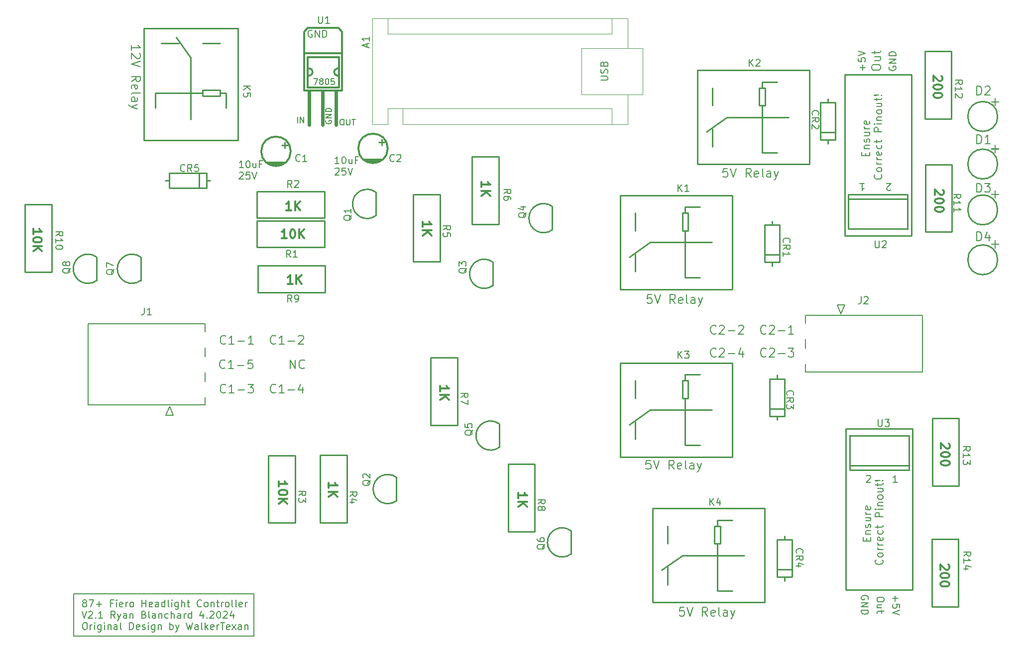
<source format=gbr>
%TF.GenerationSoftware,KiCad,Pcbnew,8.0.1*%
%TF.CreationDate,2024-04-11T22:24:39-04:00*%
%TF.ProjectId,Headlight Controller,48656164-6c69-4676-9874-20436f6e7472,2.1*%
%TF.SameCoordinates,Original*%
%TF.FileFunction,Legend,Top*%
%TF.FilePolarity,Positive*%
%FSLAX46Y46*%
G04 Gerber Fmt 4.6, Leading zero omitted, Abs format (unit mm)*
G04 Created by KiCad (PCBNEW 8.0.1) date 2024-04-11 22:24:39*
%MOMM*%
%LPD*%
G01*
G04 APERTURE LIST*
%ADD10C,0.100000*%
%ADD11C,0.200000*%
%ADD12C,0.150000*%
%ADD13C,0.300000*%
%ADD14C,0.203200*%
%ADD15C,0.152400*%
%ADD16C,0.254000*%
%ADD17C,0.127000*%
%ADD18C,0.304800*%
%ADD19C,0.609600*%
%ADD20C,0.120000*%
G04 APERTURE END LIST*
D10*
X70700000Y-77900000D02*
X69200000Y-77900000D01*
X68349000Y-77294000D01*
X71651000Y-77294000D01*
X70700000Y-77900000D01*
G36*
X70700000Y-77900000D02*
G01*
X69200000Y-77900000D01*
X68349000Y-77294000D01*
X71651000Y-77294000D01*
X70700000Y-77900000D01*
G37*
X86988249Y-77454594D02*
X85744642Y-77374261D01*
X84849000Y-76794000D01*
X88151000Y-76794000D01*
X86988249Y-77454594D01*
G36*
X86988249Y-77454594D02*
G01*
X85744642Y-77374261D01*
X84849000Y-76794000D01*
X88151000Y-76794000D01*
X86988249Y-77454594D01*
G37*
D11*
X35600000Y-150800000D02*
X66250000Y-150800000D01*
X66250000Y-158000000D01*
X35600000Y-158000000D01*
X35600000Y-150800000D01*
X146803006Y-78406028D02*
X146088720Y-78406028D01*
X146088720Y-78406028D02*
X146017292Y-79120314D01*
X146017292Y-79120314D02*
X146088720Y-79048885D01*
X146088720Y-79048885D02*
X146231578Y-78977457D01*
X146231578Y-78977457D02*
X146588720Y-78977457D01*
X146588720Y-78977457D02*
X146731578Y-79048885D01*
X146731578Y-79048885D02*
X146803006Y-79120314D01*
X146803006Y-79120314D02*
X146874435Y-79263171D01*
X146874435Y-79263171D02*
X146874435Y-79620314D01*
X146874435Y-79620314D02*
X146803006Y-79763171D01*
X146803006Y-79763171D02*
X146731578Y-79834600D01*
X146731578Y-79834600D02*
X146588720Y-79906028D01*
X146588720Y-79906028D02*
X146231578Y-79906028D01*
X146231578Y-79906028D02*
X146088720Y-79834600D01*
X146088720Y-79834600D02*
X146017292Y-79763171D01*
X147303006Y-78406028D02*
X147803006Y-79906028D01*
X147803006Y-79906028D02*
X148303006Y-78406028D01*
X150803005Y-79906028D02*
X150303005Y-79191742D01*
X149945862Y-79906028D02*
X149945862Y-78406028D01*
X149945862Y-78406028D02*
X150517291Y-78406028D01*
X150517291Y-78406028D02*
X150660148Y-78477457D01*
X150660148Y-78477457D02*
X150731577Y-78548885D01*
X150731577Y-78548885D02*
X150803005Y-78691742D01*
X150803005Y-78691742D02*
X150803005Y-78906028D01*
X150803005Y-78906028D02*
X150731577Y-79048885D01*
X150731577Y-79048885D02*
X150660148Y-79120314D01*
X150660148Y-79120314D02*
X150517291Y-79191742D01*
X150517291Y-79191742D02*
X149945862Y-79191742D01*
X152017291Y-79834600D02*
X151874434Y-79906028D01*
X151874434Y-79906028D02*
X151588720Y-79906028D01*
X151588720Y-79906028D02*
X151445862Y-79834600D01*
X151445862Y-79834600D02*
X151374434Y-79691742D01*
X151374434Y-79691742D02*
X151374434Y-79120314D01*
X151374434Y-79120314D02*
X151445862Y-78977457D01*
X151445862Y-78977457D02*
X151588720Y-78906028D01*
X151588720Y-78906028D02*
X151874434Y-78906028D01*
X151874434Y-78906028D02*
X152017291Y-78977457D01*
X152017291Y-78977457D02*
X152088720Y-79120314D01*
X152088720Y-79120314D02*
X152088720Y-79263171D01*
X152088720Y-79263171D02*
X151374434Y-79406028D01*
X152945862Y-79906028D02*
X152803005Y-79834600D01*
X152803005Y-79834600D02*
X152731576Y-79691742D01*
X152731576Y-79691742D02*
X152731576Y-78406028D01*
X154160148Y-79906028D02*
X154160148Y-79120314D01*
X154160148Y-79120314D02*
X154088719Y-78977457D01*
X154088719Y-78977457D02*
X153945862Y-78906028D01*
X153945862Y-78906028D02*
X153660148Y-78906028D01*
X153660148Y-78906028D02*
X153517290Y-78977457D01*
X154160148Y-79834600D02*
X154017290Y-79906028D01*
X154017290Y-79906028D02*
X153660148Y-79906028D01*
X153660148Y-79906028D02*
X153517290Y-79834600D01*
X153517290Y-79834600D02*
X153445862Y-79691742D01*
X153445862Y-79691742D02*
X153445862Y-79548885D01*
X153445862Y-79548885D02*
X153517290Y-79406028D01*
X153517290Y-79406028D02*
X153660148Y-79334600D01*
X153660148Y-79334600D02*
X154017290Y-79334600D01*
X154017290Y-79334600D02*
X154160148Y-79263171D01*
X154731576Y-78906028D02*
X155088719Y-79906028D01*
X155445862Y-78906028D02*
X155088719Y-79906028D01*
X155088719Y-79906028D02*
X154945862Y-80263171D01*
X154945862Y-80263171D02*
X154874433Y-80334600D01*
X154874433Y-80334600D02*
X154731576Y-80406028D01*
D12*
X170259225Y-76229888D02*
X170259225Y-75796554D01*
X170940177Y-75610840D02*
X170940177Y-76229888D01*
X170940177Y-76229888D02*
X169640177Y-76229888D01*
X169640177Y-76229888D02*
X169640177Y-75610840D01*
X170073511Y-75053698D02*
X170940177Y-75053698D01*
X170197320Y-75053698D02*
X170135415Y-74991793D01*
X170135415Y-74991793D02*
X170073511Y-74867983D01*
X170073511Y-74867983D02*
X170073511Y-74682269D01*
X170073511Y-74682269D02*
X170135415Y-74558460D01*
X170135415Y-74558460D02*
X170259225Y-74496555D01*
X170259225Y-74496555D02*
X170940177Y-74496555D01*
X170878273Y-73939412D02*
X170940177Y-73815603D01*
X170940177Y-73815603D02*
X170940177Y-73567984D01*
X170940177Y-73567984D02*
X170878273Y-73444174D01*
X170878273Y-73444174D02*
X170754463Y-73382270D01*
X170754463Y-73382270D02*
X170692558Y-73382270D01*
X170692558Y-73382270D02*
X170568749Y-73444174D01*
X170568749Y-73444174D02*
X170506844Y-73567984D01*
X170506844Y-73567984D02*
X170506844Y-73753698D01*
X170506844Y-73753698D02*
X170444939Y-73877508D01*
X170444939Y-73877508D02*
X170321130Y-73939412D01*
X170321130Y-73939412D02*
X170259225Y-73939412D01*
X170259225Y-73939412D02*
X170135415Y-73877508D01*
X170135415Y-73877508D02*
X170073511Y-73753698D01*
X170073511Y-73753698D02*
X170073511Y-73567984D01*
X170073511Y-73567984D02*
X170135415Y-73444174D01*
X170073511Y-72267984D02*
X170940177Y-72267984D01*
X170073511Y-72825127D02*
X170754463Y-72825127D01*
X170754463Y-72825127D02*
X170878273Y-72763222D01*
X170878273Y-72763222D02*
X170940177Y-72639412D01*
X170940177Y-72639412D02*
X170940177Y-72453698D01*
X170940177Y-72453698D02*
X170878273Y-72329889D01*
X170878273Y-72329889D02*
X170816368Y-72267984D01*
X170940177Y-71648937D02*
X170073511Y-71648937D01*
X170321130Y-71648937D02*
X170197320Y-71587032D01*
X170197320Y-71587032D02*
X170135415Y-71525127D01*
X170135415Y-71525127D02*
X170073511Y-71401318D01*
X170073511Y-71401318D02*
X170073511Y-71277508D01*
X170878273Y-70348937D02*
X170940177Y-70472746D01*
X170940177Y-70472746D02*
X170940177Y-70720365D01*
X170940177Y-70720365D02*
X170878273Y-70844175D01*
X170878273Y-70844175D02*
X170754463Y-70906079D01*
X170754463Y-70906079D02*
X170259225Y-70906079D01*
X170259225Y-70906079D02*
X170135415Y-70844175D01*
X170135415Y-70844175D02*
X170073511Y-70720365D01*
X170073511Y-70720365D02*
X170073511Y-70472746D01*
X170073511Y-70472746D02*
X170135415Y-70348937D01*
X170135415Y-70348937D02*
X170259225Y-70287032D01*
X170259225Y-70287032D02*
X170383034Y-70287032D01*
X170383034Y-70287032D02*
X170506844Y-70906079D01*
X172909295Y-79448935D02*
X172971200Y-79510839D01*
X172971200Y-79510839D02*
X173033104Y-79696554D01*
X173033104Y-79696554D02*
X173033104Y-79820363D01*
X173033104Y-79820363D02*
X172971200Y-80006077D01*
X172971200Y-80006077D02*
X172847390Y-80129887D01*
X172847390Y-80129887D02*
X172723580Y-80191792D01*
X172723580Y-80191792D02*
X172475961Y-80253696D01*
X172475961Y-80253696D02*
X172290247Y-80253696D01*
X172290247Y-80253696D02*
X172042628Y-80191792D01*
X172042628Y-80191792D02*
X171918819Y-80129887D01*
X171918819Y-80129887D02*
X171795009Y-80006077D01*
X171795009Y-80006077D02*
X171733104Y-79820363D01*
X171733104Y-79820363D02*
X171733104Y-79696554D01*
X171733104Y-79696554D02*
X171795009Y-79510839D01*
X171795009Y-79510839D02*
X171856914Y-79448935D01*
X173033104Y-78706077D02*
X172971200Y-78829887D01*
X172971200Y-78829887D02*
X172909295Y-78891792D01*
X172909295Y-78891792D02*
X172785485Y-78953696D01*
X172785485Y-78953696D02*
X172414057Y-78953696D01*
X172414057Y-78953696D02*
X172290247Y-78891792D01*
X172290247Y-78891792D02*
X172228342Y-78829887D01*
X172228342Y-78829887D02*
X172166438Y-78706077D01*
X172166438Y-78706077D02*
X172166438Y-78520363D01*
X172166438Y-78520363D02*
X172228342Y-78396554D01*
X172228342Y-78396554D02*
X172290247Y-78334649D01*
X172290247Y-78334649D02*
X172414057Y-78272744D01*
X172414057Y-78272744D02*
X172785485Y-78272744D01*
X172785485Y-78272744D02*
X172909295Y-78334649D01*
X172909295Y-78334649D02*
X172971200Y-78396554D01*
X172971200Y-78396554D02*
X173033104Y-78520363D01*
X173033104Y-78520363D02*
X173033104Y-78706077D01*
X173033104Y-77715602D02*
X172166438Y-77715602D01*
X172414057Y-77715602D02*
X172290247Y-77653697D01*
X172290247Y-77653697D02*
X172228342Y-77591792D01*
X172228342Y-77591792D02*
X172166438Y-77467983D01*
X172166438Y-77467983D02*
X172166438Y-77344173D01*
X173033104Y-76910840D02*
X172166438Y-76910840D01*
X172414057Y-76910840D02*
X172290247Y-76848935D01*
X172290247Y-76848935D02*
X172228342Y-76787030D01*
X172228342Y-76787030D02*
X172166438Y-76663221D01*
X172166438Y-76663221D02*
X172166438Y-76539411D01*
X172971200Y-75610840D02*
X173033104Y-75734649D01*
X173033104Y-75734649D02*
X173033104Y-75982268D01*
X173033104Y-75982268D02*
X172971200Y-76106078D01*
X172971200Y-76106078D02*
X172847390Y-76167982D01*
X172847390Y-76167982D02*
X172352152Y-76167982D01*
X172352152Y-76167982D02*
X172228342Y-76106078D01*
X172228342Y-76106078D02*
X172166438Y-75982268D01*
X172166438Y-75982268D02*
X172166438Y-75734649D01*
X172166438Y-75734649D02*
X172228342Y-75610840D01*
X172228342Y-75610840D02*
X172352152Y-75548935D01*
X172352152Y-75548935D02*
X172475961Y-75548935D01*
X172475961Y-75548935D02*
X172599771Y-76167982D01*
X172971200Y-74434649D02*
X173033104Y-74558458D01*
X173033104Y-74558458D02*
X173033104Y-74806077D01*
X173033104Y-74806077D02*
X172971200Y-74929887D01*
X172971200Y-74929887D02*
X172909295Y-74991792D01*
X172909295Y-74991792D02*
X172785485Y-75053696D01*
X172785485Y-75053696D02*
X172414057Y-75053696D01*
X172414057Y-75053696D02*
X172290247Y-74991792D01*
X172290247Y-74991792D02*
X172228342Y-74929887D01*
X172228342Y-74929887D02*
X172166438Y-74806077D01*
X172166438Y-74806077D02*
X172166438Y-74558458D01*
X172166438Y-74558458D02*
X172228342Y-74434649D01*
X172166438Y-74063220D02*
X172166438Y-73567982D01*
X171733104Y-73877506D02*
X172847390Y-73877506D01*
X172847390Y-73877506D02*
X172971200Y-73815601D01*
X172971200Y-73815601D02*
X173033104Y-73691791D01*
X173033104Y-73691791D02*
X173033104Y-73567982D01*
X173033104Y-72144173D02*
X171733104Y-72144173D01*
X171733104Y-72144173D02*
X171733104Y-71648935D01*
X171733104Y-71648935D02*
X171795009Y-71525125D01*
X171795009Y-71525125D02*
X171856914Y-71463220D01*
X171856914Y-71463220D02*
X171980723Y-71401316D01*
X171980723Y-71401316D02*
X172166438Y-71401316D01*
X172166438Y-71401316D02*
X172290247Y-71463220D01*
X172290247Y-71463220D02*
X172352152Y-71525125D01*
X172352152Y-71525125D02*
X172414057Y-71648935D01*
X172414057Y-71648935D02*
X172414057Y-72144173D01*
X173033104Y-70844173D02*
X172166438Y-70844173D01*
X171733104Y-70844173D02*
X171795009Y-70906077D01*
X171795009Y-70906077D02*
X171856914Y-70844173D01*
X171856914Y-70844173D02*
X171795009Y-70782268D01*
X171795009Y-70782268D02*
X171733104Y-70844173D01*
X171733104Y-70844173D02*
X171856914Y-70844173D01*
X172166438Y-70225125D02*
X173033104Y-70225125D01*
X172290247Y-70225125D02*
X172228342Y-70163220D01*
X172228342Y-70163220D02*
X172166438Y-70039410D01*
X172166438Y-70039410D02*
X172166438Y-69853696D01*
X172166438Y-69853696D02*
X172228342Y-69729887D01*
X172228342Y-69729887D02*
X172352152Y-69667982D01*
X172352152Y-69667982D02*
X173033104Y-69667982D01*
X173033104Y-68863220D02*
X172971200Y-68987030D01*
X172971200Y-68987030D02*
X172909295Y-69048935D01*
X172909295Y-69048935D02*
X172785485Y-69110839D01*
X172785485Y-69110839D02*
X172414057Y-69110839D01*
X172414057Y-69110839D02*
X172290247Y-69048935D01*
X172290247Y-69048935D02*
X172228342Y-68987030D01*
X172228342Y-68987030D02*
X172166438Y-68863220D01*
X172166438Y-68863220D02*
X172166438Y-68677506D01*
X172166438Y-68677506D02*
X172228342Y-68553697D01*
X172228342Y-68553697D02*
X172290247Y-68491792D01*
X172290247Y-68491792D02*
X172414057Y-68429887D01*
X172414057Y-68429887D02*
X172785485Y-68429887D01*
X172785485Y-68429887D02*
X172909295Y-68491792D01*
X172909295Y-68491792D02*
X172971200Y-68553697D01*
X172971200Y-68553697D02*
X173033104Y-68677506D01*
X173033104Y-68677506D02*
X173033104Y-68863220D01*
X172166438Y-67315602D02*
X173033104Y-67315602D01*
X172166438Y-67872745D02*
X172847390Y-67872745D01*
X172847390Y-67872745D02*
X172971200Y-67810840D01*
X172971200Y-67810840D02*
X173033104Y-67687030D01*
X173033104Y-67687030D02*
X173033104Y-67501316D01*
X173033104Y-67501316D02*
X172971200Y-67377507D01*
X172971200Y-67377507D02*
X172909295Y-67315602D01*
X172166438Y-66882269D02*
X172166438Y-66387031D01*
X171733104Y-66696555D02*
X172847390Y-66696555D01*
X172847390Y-66696555D02*
X172971200Y-66634650D01*
X172971200Y-66634650D02*
X173033104Y-66510840D01*
X173033104Y-66510840D02*
X173033104Y-66387031D01*
X172909295Y-65953698D02*
X172971200Y-65891793D01*
X172971200Y-65891793D02*
X173033104Y-65953698D01*
X173033104Y-65953698D02*
X172971200Y-66015602D01*
X172971200Y-66015602D02*
X172909295Y-65953698D01*
X172909295Y-65953698D02*
X173033104Y-65953698D01*
X172537866Y-65953698D02*
X171795009Y-66015602D01*
X171795009Y-66015602D02*
X171733104Y-65953698D01*
X171733104Y-65953698D02*
X171795009Y-65891793D01*
X171795009Y-65891793D02*
X172537866Y-65953698D01*
X172537866Y-65953698D02*
X171733104Y-65953698D01*
D13*
X104949171Y-81590225D02*
X104949171Y-80733082D01*
X104949171Y-81161653D02*
X106449171Y-81161653D01*
X106449171Y-81161653D02*
X106234885Y-81018796D01*
X106234885Y-81018796D02*
X106092028Y-80875939D01*
X106092028Y-80875939D02*
X106020600Y-80733082D01*
X104949171Y-82233081D02*
X106449171Y-82233081D01*
X104949171Y-83090224D02*
X105806314Y-82447367D01*
X106449171Y-83090224D02*
X105592028Y-82233081D01*
D12*
X170459225Y-141829888D02*
X170459225Y-141396554D01*
X171140177Y-141210840D02*
X171140177Y-141829888D01*
X171140177Y-141829888D02*
X169840177Y-141829888D01*
X169840177Y-141829888D02*
X169840177Y-141210840D01*
X170273511Y-140653698D02*
X171140177Y-140653698D01*
X170397320Y-140653698D02*
X170335415Y-140591793D01*
X170335415Y-140591793D02*
X170273511Y-140467983D01*
X170273511Y-140467983D02*
X170273511Y-140282269D01*
X170273511Y-140282269D02*
X170335415Y-140158460D01*
X170335415Y-140158460D02*
X170459225Y-140096555D01*
X170459225Y-140096555D02*
X171140177Y-140096555D01*
X171078273Y-139539412D02*
X171140177Y-139415603D01*
X171140177Y-139415603D02*
X171140177Y-139167984D01*
X171140177Y-139167984D02*
X171078273Y-139044174D01*
X171078273Y-139044174D02*
X170954463Y-138982270D01*
X170954463Y-138982270D02*
X170892558Y-138982270D01*
X170892558Y-138982270D02*
X170768749Y-139044174D01*
X170768749Y-139044174D02*
X170706844Y-139167984D01*
X170706844Y-139167984D02*
X170706844Y-139353698D01*
X170706844Y-139353698D02*
X170644939Y-139477508D01*
X170644939Y-139477508D02*
X170521130Y-139539412D01*
X170521130Y-139539412D02*
X170459225Y-139539412D01*
X170459225Y-139539412D02*
X170335415Y-139477508D01*
X170335415Y-139477508D02*
X170273511Y-139353698D01*
X170273511Y-139353698D02*
X170273511Y-139167984D01*
X170273511Y-139167984D02*
X170335415Y-139044174D01*
X170273511Y-137867984D02*
X171140177Y-137867984D01*
X170273511Y-138425127D02*
X170954463Y-138425127D01*
X170954463Y-138425127D02*
X171078273Y-138363222D01*
X171078273Y-138363222D02*
X171140177Y-138239412D01*
X171140177Y-138239412D02*
X171140177Y-138053698D01*
X171140177Y-138053698D02*
X171078273Y-137929889D01*
X171078273Y-137929889D02*
X171016368Y-137867984D01*
X171140177Y-137248937D02*
X170273511Y-137248937D01*
X170521130Y-137248937D02*
X170397320Y-137187032D01*
X170397320Y-137187032D02*
X170335415Y-137125127D01*
X170335415Y-137125127D02*
X170273511Y-137001318D01*
X170273511Y-137001318D02*
X170273511Y-136877508D01*
X171078273Y-135948937D02*
X171140177Y-136072746D01*
X171140177Y-136072746D02*
X171140177Y-136320365D01*
X171140177Y-136320365D02*
X171078273Y-136444175D01*
X171078273Y-136444175D02*
X170954463Y-136506079D01*
X170954463Y-136506079D02*
X170459225Y-136506079D01*
X170459225Y-136506079D02*
X170335415Y-136444175D01*
X170335415Y-136444175D02*
X170273511Y-136320365D01*
X170273511Y-136320365D02*
X170273511Y-136072746D01*
X170273511Y-136072746D02*
X170335415Y-135948937D01*
X170335415Y-135948937D02*
X170459225Y-135887032D01*
X170459225Y-135887032D02*
X170583034Y-135887032D01*
X170583034Y-135887032D02*
X170706844Y-136506079D01*
X173109295Y-145048935D02*
X173171200Y-145110839D01*
X173171200Y-145110839D02*
X173233104Y-145296554D01*
X173233104Y-145296554D02*
X173233104Y-145420363D01*
X173233104Y-145420363D02*
X173171200Y-145606077D01*
X173171200Y-145606077D02*
X173047390Y-145729887D01*
X173047390Y-145729887D02*
X172923580Y-145791792D01*
X172923580Y-145791792D02*
X172675961Y-145853696D01*
X172675961Y-145853696D02*
X172490247Y-145853696D01*
X172490247Y-145853696D02*
X172242628Y-145791792D01*
X172242628Y-145791792D02*
X172118819Y-145729887D01*
X172118819Y-145729887D02*
X171995009Y-145606077D01*
X171995009Y-145606077D02*
X171933104Y-145420363D01*
X171933104Y-145420363D02*
X171933104Y-145296554D01*
X171933104Y-145296554D02*
X171995009Y-145110839D01*
X171995009Y-145110839D02*
X172056914Y-145048935D01*
X173233104Y-144306077D02*
X173171200Y-144429887D01*
X173171200Y-144429887D02*
X173109295Y-144491792D01*
X173109295Y-144491792D02*
X172985485Y-144553696D01*
X172985485Y-144553696D02*
X172614057Y-144553696D01*
X172614057Y-144553696D02*
X172490247Y-144491792D01*
X172490247Y-144491792D02*
X172428342Y-144429887D01*
X172428342Y-144429887D02*
X172366438Y-144306077D01*
X172366438Y-144306077D02*
X172366438Y-144120363D01*
X172366438Y-144120363D02*
X172428342Y-143996554D01*
X172428342Y-143996554D02*
X172490247Y-143934649D01*
X172490247Y-143934649D02*
X172614057Y-143872744D01*
X172614057Y-143872744D02*
X172985485Y-143872744D01*
X172985485Y-143872744D02*
X173109295Y-143934649D01*
X173109295Y-143934649D02*
X173171200Y-143996554D01*
X173171200Y-143996554D02*
X173233104Y-144120363D01*
X173233104Y-144120363D02*
X173233104Y-144306077D01*
X173233104Y-143315602D02*
X172366438Y-143315602D01*
X172614057Y-143315602D02*
X172490247Y-143253697D01*
X172490247Y-143253697D02*
X172428342Y-143191792D01*
X172428342Y-143191792D02*
X172366438Y-143067983D01*
X172366438Y-143067983D02*
X172366438Y-142944173D01*
X173233104Y-142510840D02*
X172366438Y-142510840D01*
X172614057Y-142510840D02*
X172490247Y-142448935D01*
X172490247Y-142448935D02*
X172428342Y-142387030D01*
X172428342Y-142387030D02*
X172366438Y-142263221D01*
X172366438Y-142263221D02*
X172366438Y-142139411D01*
X173171200Y-141210840D02*
X173233104Y-141334649D01*
X173233104Y-141334649D02*
X173233104Y-141582268D01*
X173233104Y-141582268D02*
X173171200Y-141706078D01*
X173171200Y-141706078D02*
X173047390Y-141767982D01*
X173047390Y-141767982D02*
X172552152Y-141767982D01*
X172552152Y-141767982D02*
X172428342Y-141706078D01*
X172428342Y-141706078D02*
X172366438Y-141582268D01*
X172366438Y-141582268D02*
X172366438Y-141334649D01*
X172366438Y-141334649D02*
X172428342Y-141210840D01*
X172428342Y-141210840D02*
X172552152Y-141148935D01*
X172552152Y-141148935D02*
X172675961Y-141148935D01*
X172675961Y-141148935D02*
X172799771Y-141767982D01*
X173171200Y-140034649D02*
X173233104Y-140158458D01*
X173233104Y-140158458D02*
X173233104Y-140406077D01*
X173233104Y-140406077D02*
X173171200Y-140529887D01*
X173171200Y-140529887D02*
X173109295Y-140591792D01*
X173109295Y-140591792D02*
X172985485Y-140653696D01*
X172985485Y-140653696D02*
X172614057Y-140653696D01*
X172614057Y-140653696D02*
X172490247Y-140591792D01*
X172490247Y-140591792D02*
X172428342Y-140529887D01*
X172428342Y-140529887D02*
X172366438Y-140406077D01*
X172366438Y-140406077D02*
X172366438Y-140158458D01*
X172366438Y-140158458D02*
X172428342Y-140034649D01*
X172366438Y-139663220D02*
X172366438Y-139167982D01*
X171933104Y-139477506D02*
X173047390Y-139477506D01*
X173047390Y-139477506D02*
X173171200Y-139415601D01*
X173171200Y-139415601D02*
X173233104Y-139291791D01*
X173233104Y-139291791D02*
X173233104Y-139167982D01*
X173233104Y-137744173D02*
X171933104Y-137744173D01*
X171933104Y-137744173D02*
X171933104Y-137248935D01*
X171933104Y-137248935D02*
X171995009Y-137125125D01*
X171995009Y-137125125D02*
X172056914Y-137063220D01*
X172056914Y-137063220D02*
X172180723Y-137001316D01*
X172180723Y-137001316D02*
X172366438Y-137001316D01*
X172366438Y-137001316D02*
X172490247Y-137063220D01*
X172490247Y-137063220D02*
X172552152Y-137125125D01*
X172552152Y-137125125D02*
X172614057Y-137248935D01*
X172614057Y-137248935D02*
X172614057Y-137744173D01*
X173233104Y-136444173D02*
X172366438Y-136444173D01*
X171933104Y-136444173D02*
X171995009Y-136506077D01*
X171995009Y-136506077D02*
X172056914Y-136444173D01*
X172056914Y-136444173D02*
X171995009Y-136382268D01*
X171995009Y-136382268D02*
X171933104Y-136444173D01*
X171933104Y-136444173D02*
X172056914Y-136444173D01*
X172366438Y-135825125D02*
X173233104Y-135825125D01*
X172490247Y-135825125D02*
X172428342Y-135763220D01*
X172428342Y-135763220D02*
X172366438Y-135639410D01*
X172366438Y-135639410D02*
X172366438Y-135453696D01*
X172366438Y-135453696D02*
X172428342Y-135329887D01*
X172428342Y-135329887D02*
X172552152Y-135267982D01*
X172552152Y-135267982D02*
X173233104Y-135267982D01*
X173233104Y-134463220D02*
X173171200Y-134587030D01*
X173171200Y-134587030D02*
X173109295Y-134648935D01*
X173109295Y-134648935D02*
X172985485Y-134710839D01*
X172985485Y-134710839D02*
X172614057Y-134710839D01*
X172614057Y-134710839D02*
X172490247Y-134648935D01*
X172490247Y-134648935D02*
X172428342Y-134587030D01*
X172428342Y-134587030D02*
X172366438Y-134463220D01*
X172366438Y-134463220D02*
X172366438Y-134277506D01*
X172366438Y-134277506D02*
X172428342Y-134153697D01*
X172428342Y-134153697D02*
X172490247Y-134091792D01*
X172490247Y-134091792D02*
X172614057Y-134029887D01*
X172614057Y-134029887D02*
X172985485Y-134029887D01*
X172985485Y-134029887D02*
X173109295Y-134091792D01*
X173109295Y-134091792D02*
X173171200Y-134153697D01*
X173171200Y-134153697D02*
X173233104Y-134277506D01*
X173233104Y-134277506D02*
X173233104Y-134463220D01*
X172366438Y-132915602D02*
X173233104Y-132915602D01*
X172366438Y-133472745D02*
X173047390Y-133472745D01*
X173047390Y-133472745D02*
X173171200Y-133410840D01*
X173171200Y-133410840D02*
X173233104Y-133287030D01*
X173233104Y-133287030D02*
X173233104Y-133101316D01*
X173233104Y-133101316D02*
X173171200Y-132977507D01*
X173171200Y-132977507D02*
X173109295Y-132915602D01*
X172366438Y-132482269D02*
X172366438Y-131987031D01*
X171933104Y-132296555D02*
X173047390Y-132296555D01*
X173047390Y-132296555D02*
X173171200Y-132234650D01*
X173171200Y-132234650D02*
X173233104Y-132110840D01*
X173233104Y-132110840D02*
X173233104Y-131987031D01*
X173109295Y-131553698D02*
X173171200Y-131491793D01*
X173171200Y-131491793D02*
X173233104Y-131553698D01*
X173233104Y-131553698D02*
X173171200Y-131615602D01*
X173171200Y-131615602D02*
X173109295Y-131553698D01*
X173109295Y-131553698D02*
X173233104Y-131553698D01*
X172737866Y-131553698D02*
X171995009Y-131615602D01*
X171995009Y-131615602D02*
X171933104Y-131553698D01*
X171933104Y-131553698D02*
X171995009Y-131491793D01*
X171995009Y-131491793D02*
X172737866Y-131553698D01*
X172737866Y-131553698D02*
X171933104Y-131553698D01*
D11*
X61345863Y-112363171D02*
X61274435Y-112434600D01*
X61274435Y-112434600D02*
X61060149Y-112506028D01*
X61060149Y-112506028D02*
X60917292Y-112506028D01*
X60917292Y-112506028D02*
X60703006Y-112434600D01*
X60703006Y-112434600D02*
X60560149Y-112291742D01*
X60560149Y-112291742D02*
X60488720Y-112148885D01*
X60488720Y-112148885D02*
X60417292Y-111863171D01*
X60417292Y-111863171D02*
X60417292Y-111648885D01*
X60417292Y-111648885D02*
X60488720Y-111363171D01*
X60488720Y-111363171D02*
X60560149Y-111220314D01*
X60560149Y-111220314D02*
X60703006Y-111077457D01*
X60703006Y-111077457D02*
X60917292Y-111006028D01*
X60917292Y-111006028D02*
X61060149Y-111006028D01*
X61060149Y-111006028D02*
X61274435Y-111077457D01*
X61274435Y-111077457D02*
X61345863Y-111148885D01*
X62774435Y-112506028D02*
X61917292Y-112506028D01*
X62345863Y-112506028D02*
X62345863Y-111006028D01*
X62345863Y-111006028D02*
X62203006Y-111220314D01*
X62203006Y-111220314D02*
X62060149Y-111363171D01*
X62060149Y-111363171D02*
X61917292Y-111434600D01*
X63417291Y-111934600D02*
X64560149Y-111934600D01*
X65988720Y-111006028D02*
X65274434Y-111006028D01*
X65274434Y-111006028D02*
X65203006Y-111720314D01*
X65203006Y-111720314D02*
X65274434Y-111648885D01*
X65274434Y-111648885D02*
X65417292Y-111577457D01*
X65417292Y-111577457D02*
X65774434Y-111577457D01*
X65774434Y-111577457D02*
X65917292Y-111648885D01*
X65917292Y-111648885D02*
X65988720Y-111720314D01*
X65988720Y-111720314D02*
X66060149Y-111863171D01*
X66060149Y-111863171D02*
X66060149Y-112220314D01*
X66060149Y-112220314D02*
X65988720Y-112363171D01*
X65988720Y-112363171D02*
X65917292Y-112434600D01*
X65917292Y-112434600D02*
X65774434Y-112506028D01*
X65774434Y-112506028D02*
X65417292Y-112506028D01*
X65417292Y-112506028D02*
X65274434Y-112434600D01*
X65274434Y-112434600D02*
X65203006Y-112363171D01*
X72417290Y-112506028D02*
X72417290Y-111006028D01*
X72417290Y-111006028D02*
X73274433Y-112506028D01*
X73274433Y-112506028D02*
X73274433Y-111006028D01*
X74845862Y-112363171D02*
X74774434Y-112434600D01*
X74774434Y-112434600D02*
X74560148Y-112506028D01*
X74560148Y-112506028D02*
X74417291Y-112506028D01*
X74417291Y-112506028D02*
X74203005Y-112434600D01*
X74203005Y-112434600D02*
X74060148Y-112291742D01*
X74060148Y-112291742D02*
X73988719Y-112148885D01*
X73988719Y-112148885D02*
X73917291Y-111863171D01*
X73917291Y-111863171D02*
X73917291Y-111648885D01*
X73917291Y-111648885D02*
X73988719Y-111363171D01*
X73988719Y-111363171D02*
X74060148Y-111220314D01*
X74060148Y-111220314D02*
X74203005Y-111077457D01*
X74203005Y-111077457D02*
X74417291Y-111006028D01*
X74417291Y-111006028D02*
X74560148Y-111006028D01*
X74560148Y-111006028D02*
X74774434Y-111077457D01*
X74774434Y-111077457D02*
X74845862Y-111148885D01*
X169785600Y-61682706D02*
X169785600Y-60768421D01*
X170242742Y-61225563D02*
X169328457Y-61225563D01*
X169042742Y-59625564D02*
X169042742Y-60196992D01*
X169042742Y-60196992D02*
X169614171Y-60254135D01*
X169614171Y-60254135D02*
X169557028Y-60196992D01*
X169557028Y-60196992D02*
X169499885Y-60082707D01*
X169499885Y-60082707D02*
X169499885Y-59796992D01*
X169499885Y-59796992D02*
X169557028Y-59682707D01*
X169557028Y-59682707D02*
X169614171Y-59625564D01*
X169614171Y-59625564D02*
X169728457Y-59568421D01*
X169728457Y-59568421D02*
X170014171Y-59568421D01*
X170014171Y-59568421D02*
X170128457Y-59625564D01*
X170128457Y-59625564D02*
X170185600Y-59682707D01*
X170185600Y-59682707D02*
X170242742Y-59796992D01*
X170242742Y-59796992D02*
X170242742Y-60082707D01*
X170242742Y-60082707D02*
X170185600Y-60196992D01*
X170185600Y-60196992D02*
X170128457Y-60254135D01*
X169042742Y-59225564D02*
X170242742Y-58825564D01*
X170242742Y-58825564D02*
X169042742Y-58425564D01*
D13*
X72840225Y-98050828D02*
X71983082Y-98050828D01*
X72411653Y-98050828D02*
X72411653Y-96550828D01*
X72411653Y-96550828D02*
X72268796Y-96765114D01*
X72268796Y-96765114D02*
X72125939Y-96907971D01*
X72125939Y-96907971D02*
X71983082Y-96979400D01*
X73483081Y-98050828D02*
X73483081Y-96550828D01*
X74340224Y-98050828D02*
X73697367Y-97193685D01*
X74340224Y-96550828D02*
X73483081Y-97407971D01*
D11*
X64445863Y-78310809D02*
X63760149Y-78310809D01*
X64103006Y-78310809D02*
X64103006Y-77110809D01*
X64103006Y-77110809D02*
X63988720Y-77282238D01*
X63988720Y-77282238D02*
X63874435Y-77396524D01*
X63874435Y-77396524D02*
X63760149Y-77453667D01*
X65188720Y-77110809D02*
X65303006Y-77110809D01*
X65303006Y-77110809D02*
X65417292Y-77167952D01*
X65417292Y-77167952D02*
X65474435Y-77225095D01*
X65474435Y-77225095D02*
X65531577Y-77339381D01*
X65531577Y-77339381D02*
X65588720Y-77567952D01*
X65588720Y-77567952D02*
X65588720Y-77853667D01*
X65588720Y-77853667D02*
X65531577Y-78082238D01*
X65531577Y-78082238D02*
X65474435Y-78196524D01*
X65474435Y-78196524D02*
X65417292Y-78253667D01*
X65417292Y-78253667D02*
X65303006Y-78310809D01*
X65303006Y-78310809D02*
X65188720Y-78310809D01*
X65188720Y-78310809D02*
X65074435Y-78253667D01*
X65074435Y-78253667D02*
X65017292Y-78196524D01*
X65017292Y-78196524D02*
X64960149Y-78082238D01*
X64960149Y-78082238D02*
X64903006Y-77853667D01*
X64903006Y-77853667D02*
X64903006Y-77567952D01*
X64903006Y-77567952D02*
X64960149Y-77339381D01*
X64960149Y-77339381D02*
X65017292Y-77225095D01*
X65017292Y-77225095D02*
X65074435Y-77167952D01*
X65074435Y-77167952D02*
X65188720Y-77110809D01*
X66617292Y-77510809D02*
X66617292Y-78310809D01*
X66103006Y-77510809D02*
X66103006Y-78139381D01*
X66103006Y-78139381D02*
X66160149Y-78253667D01*
X66160149Y-78253667D02*
X66274434Y-78310809D01*
X66274434Y-78310809D02*
X66445863Y-78310809D01*
X66445863Y-78310809D02*
X66560149Y-78253667D01*
X66560149Y-78253667D02*
X66617292Y-78196524D01*
X67588720Y-77682238D02*
X67188720Y-77682238D01*
X67188720Y-78310809D02*
X67188720Y-77110809D01*
X67188720Y-77110809D02*
X67760148Y-77110809D01*
X63760149Y-79157028D02*
X63817292Y-79099885D01*
X63817292Y-79099885D02*
X63931578Y-79042742D01*
X63931578Y-79042742D02*
X64217292Y-79042742D01*
X64217292Y-79042742D02*
X64331578Y-79099885D01*
X64331578Y-79099885D02*
X64388720Y-79157028D01*
X64388720Y-79157028D02*
X64445863Y-79271314D01*
X64445863Y-79271314D02*
X64445863Y-79385600D01*
X64445863Y-79385600D02*
X64388720Y-79557028D01*
X64388720Y-79557028D02*
X63703006Y-80242742D01*
X63703006Y-80242742D02*
X64445863Y-80242742D01*
X65531577Y-79042742D02*
X64960149Y-79042742D01*
X64960149Y-79042742D02*
X64903006Y-79614171D01*
X64903006Y-79614171D02*
X64960149Y-79557028D01*
X64960149Y-79557028D02*
X65074435Y-79499885D01*
X65074435Y-79499885D02*
X65360149Y-79499885D01*
X65360149Y-79499885D02*
X65474435Y-79557028D01*
X65474435Y-79557028D02*
X65531577Y-79614171D01*
X65531577Y-79614171D02*
X65588720Y-79728457D01*
X65588720Y-79728457D02*
X65588720Y-80014171D01*
X65588720Y-80014171D02*
X65531577Y-80128457D01*
X65531577Y-80128457D02*
X65474435Y-80185600D01*
X65474435Y-80185600D02*
X65360149Y-80242742D01*
X65360149Y-80242742D02*
X65074435Y-80242742D01*
X65074435Y-80242742D02*
X64960149Y-80185600D01*
X64960149Y-80185600D02*
X64903006Y-80128457D01*
X65931577Y-79042742D02*
X66331577Y-80242742D01*
X66331577Y-80242742D02*
X66731577Y-79042742D01*
D13*
X28699171Y-89590225D02*
X28699171Y-88733082D01*
X28699171Y-89161653D02*
X30199171Y-89161653D01*
X30199171Y-89161653D02*
X29984885Y-89018796D01*
X29984885Y-89018796D02*
X29842028Y-88875939D01*
X29842028Y-88875939D02*
X29770600Y-88733082D01*
X30199171Y-90518796D02*
X30199171Y-90661653D01*
X30199171Y-90661653D02*
X30127742Y-90804510D01*
X30127742Y-90804510D02*
X30056314Y-90875939D01*
X30056314Y-90875939D02*
X29913457Y-90947367D01*
X29913457Y-90947367D02*
X29627742Y-91018796D01*
X29627742Y-91018796D02*
X29270600Y-91018796D01*
X29270600Y-91018796D02*
X28984885Y-90947367D01*
X28984885Y-90947367D02*
X28842028Y-90875939D01*
X28842028Y-90875939D02*
X28770600Y-90804510D01*
X28770600Y-90804510D02*
X28699171Y-90661653D01*
X28699171Y-90661653D02*
X28699171Y-90518796D01*
X28699171Y-90518796D02*
X28770600Y-90375939D01*
X28770600Y-90375939D02*
X28842028Y-90304510D01*
X28842028Y-90304510D02*
X28984885Y-90233081D01*
X28984885Y-90233081D02*
X29270600Y-90161653D01*
X29270600Y-90161653D02*
X29627742Y-90161653D01*
X29627742Y-90161653D02*
X29913457Y-90233081D01*
X29913457Y-90233081D02*
X30056314Y-90304510D01*
X30056314Y-90304510D02*
X30127742Y-90375939D01*
X30127742Y-90375939D02*
X30199171Y-90518796D01*
X28699171Y-91661652D02*
X30199171Y-91661652D01*
X28699171Y-92518795D02*
X29556314Y-91875938D01*
X30199171Y-92518795D02*
X29342028Y-91661652D01*
D11*
X144845863Y-110363171D02*
X144774435Y-110434600D01*
X144774435Y-110434600D02*
X144560149Y-110506028D01*
X144560149Y-110506028D02*
X144417292Y-110506028D01*
X144417292Y-110506028D02*
X144203006Y-110434600D01*
X144203006Y-110434600D02*
X144060149Y-110291742D01*
X144060149Y-110291742D02*
X143988720Y-110148885D01*
X143988720Y-110148885D02*
X143917292Y-109863171D01*
X143917292Y-109863171D02*
X143917292Y-109648885D01*
X143917292Y-109648885D02*
X143988720Y-109363171D01*
X143988720Y-109363171D02*
X144060149Y-109220314D01*
X144060149Y-109220314D02*
X144203006Y-109077457D01*
X144203006Y-109077457D02*
X144417292Y-109006028D01*
X144417292Y-109006028D02*
X144560149Y-109006028D01*
X144560149Y-109006028D02*
X144774435Y-109077457D01*
X144774435Y-109077457D02*
X144845863Y-109148885D01*
X145417292Y-109148885D02*
X145488720Y-109077457D01*
X145488720Y-109077457D02*
X145631578Y-109006028D01*
X145631578Y-109006028D02*
X145988720Y-109006028D01*
X145988720Y-109006028D02*
X146131578Y-109077457D01*
X146131578Y-109077457D02*
X146203006Y-109148885D01*
X146203006Y-109148885D02*
X146274435Y-109291742D01*
X146274435Y-109291742D02*
X146274435Y-109434600D01*
X146274435Y-109434600D02*
X146203006Y-109648885D01*
X146203006Y-109648885D02*
X145345863Y-110506028D01*
X145345863Y-110506028D02*
X146274435Y-110506028D01*
X146917291Y-109934600D02*
X148060149Y-109934600D01*
X149417292Y-109506028D02*
X149417292Y-110506028D01*
X149060149Y-108934600D02*
X148703006Y-110006028D01*
X148703006Y-110006028D02*
X149631577Y-110006028D01*
X153345862Y-110363171D02*
X153274434Y-110434600D01*
X153274434Y-110434600D02*
X153060148Y-110506028D01*
X153060148Y-110506028D02*
X152917291Y-110506028D01*
X152917291Y-110506028D02*
X152703005Y-110434600D01*
X152703005Y-110434600D02*
X152560148Y-110291742D01*
X152560148Y-110291742D02*
X152488719Y-110148885D01*
X152488719Y-110148885D02*
X152417291Y-109863171D01*
X152417291Y-109863171D02*
X152417291Y-109648885D01*
X152417291Y-109648885D02*
X152488719Y-109363171D01*
X152488719Y-109363171D02*
X152560148Y-109220314D01*
X152560148Y-109220314D02*
X152703005Y-109077457D01*
X152703005Y-109077457D02*
X152917291Y-109006028D01*
X152917291Y-109006028D02*
X153060148Y-109006028D01*
X153060148Y-109006028D02*
X153274434Y-109077457D01*
X153274434Y-109077457D02*
X153345862Y-109148885D01*
X153917291Y-109148885D02*
X153988719Y-109077457D01*
X153988719Y-109077457D02*
X154131577Y-109006028D01*
X154131577Y-109006028D02*
X154488719Y-109006028D01*
X154488719Y-109006028D02*
X154631577Y-109077457D01*
X154631577Y-109077457D02*
X154703005Y-109148885D01*
X154703005Y-109148885D02*
X154774434Y-109291742D01*
X154774434Y-109291742D02*
X154774434Y-109434600D01*
X154774434Y-109434600D02*
X154703005Y-109648885D01*
X154703005Y-109648885D02*
X153845862Y-110506028D01*
X153845862Y-110506028D02*
X154774434Y-110506028D01*
X155417290Y-109934600D02*
X156560148Y-109934600D01*
X157131576Y-109006028D02*
X158060148Y-109006028D01*
X158060148Y-109006028D02*
X157560148Y-109577457D01*
X157560148Y-109577457D02*
X157774433Y-109577457D01*
X157774433Y-109577457D02*
X157917291Y-109648885D01*
X157917291Y-109648885D02*
X157988719Y-109720314D01*
X157988719Y-109720314D02*
X158060148Y-109863171D01*
X158060148Y-109863171D02*
X158060148Y-110220314D01*
X158060148Y-110220314D02*
X157988719Y-110363171D01*
X157988719Y-110363171D02*
X157917291Y-110434600D01*
X157917291Y-110434600D02*
X157774433Y-110506028D01*
X157774433Y-110506028D02*
X157345862Y-110506028D01*
X157345862Y-110506028D02*
X157203005Y-110434600D01*
X157203005Y-110434600D02*
X157131576Y-110363171D01*
D13*
X94949171Y-88340225D02*
X94949171Y-87483082D01*
X94949171Y-87911653D02*
X96449171Y-87911653D01*
X96449171Y-87911653D02*
X96234885Y-87768796D01*
X96234885Y-87768796D02*
X96092028Y-87625939D01*
X96092028Y-87625939D02*
X96020600Y-87483082D01*
X94949171Y-88983081D02*
X96449171Y-88983081D01*
X94949171Y-89840224D02*
X95806314Y-89197367D01*
X96449171Y-89840224D02*
X95592028Y-88983081D01*
X111199171Y-134540225D02*
X111199171Y-133683082D01*
X111199171Y-134111653D02*
X112699171Y-134111653D01*
X112699171Y-134111653D02*
X112484885Y-133968796D01*
X112484885Y-133968796D02*
X112342028Y-133825939D01*
X112342028Y-133825939D02*
X112270600Y-133683082D01*
X111199171Y-135183081D02*
X112699171Y-135183081D01*
X111199171Y-136040224D02*
X112056314Y-135397367D01*
X112699171Y-136040224D02*
X111842028Y-135183081D01*
D11*
X144845863Y-106463171D02*
X144774435Y-106534600D01*
X144774435Y-106534600D02*
X144560149Y-106606028D01*
X144560149Y-106606028D02*
X144417292Y-106606028D01*
X144417292Y-106606028D02*
X144203006Y-106534600D01*
X144203006Y-106534600D02*
X144060149Y-106391742D01*
X144060149Y-106391742D02*
X143988720Y-106248885D01*
X143988720Y-106248885D02*
X143917292Y-105963171D01*
X143917292Y-105963171D02*
X143917292Y-105748885D01*
X143917292Y-105748885D02*
X143988720Y-105463171D01*
X143988720Y-105463171D02*
X144060149Y-105320314D01*
X144060149Y-105320314D02*
X144203006Y-105177457D01*
X144203006Y-105177457D02*
X144417292Y-105106028D01*
X144417292Y-105106028D02*
X144560149Y-105106028D01*
X144560149Y-105106028D02*
X144774435Y-105177457D01*
X144774435Y-105177457D02*
X144845863Y-105248885D01*
X145417292Y-105248885D02*
X145488720Y-105177457D01*
X145488720Y-105177457D02*
X145631578Y-105106028D01*
X145631578Y-105106028D02*
X145988720Y-105106028D01*
X145988720Y-105106028D02*
X146131578Y-105177457D01*
X146131578Y-105177457D02*
X146203006Y-105248885D01*
X146203006Y-105248885D02*
X146274435Y-105391742D01*
X146274435Y-105391742D02*
X146274435Y-105534600D01*
X146274435Y-105534600D02*
X146203006Y-105748885D01*
X146203006Y-105748885D02*
X145345863Y-106606028D01*
X145345863Y-106606028D02*
X146274435Y-106606028D01*
X146917291Y-106034600D02*
X148060149Y-106034600D01*
X148703006Y-105248885D02*
X148774434Y-105177457D01*
X148774434Y-105177457D02*
X148917292Y-105106028D01*
X148917292Y-105106028D02*
X149274434Y-105106028D01*
X149274434Y-105106028D02*
X149417292Y-105177457D01*
X149417292Y-105177457D02*
X149488720Y-105248885D01*
X149488720Y-105248885D02*
X149560149Y-105391742D01*
X149560149Y-105391742D02*
X149560149Y-105534600D01*
X149560149Y-105534600D02*
X149488720Y-105748885D01*
X149488720Y-105748885D02*
X148631577Y-106606028D01*
X148631577Y-106606028D02*
X149560149Y-106606028D01*
X153345862Y-106463171D02*
X153274434Y-106534600D01*
X153274434Y-106534600D02*
X153060148Y-106606028D01*
X153060148Y-106606028D02*
X152917291Y-106606028D01*
X152917291Y-106606028D02*
X152703005Y-106534600D01*
X152703005Y-106534600D02*
X152560148Y-106391742D01*
X152560148Y-106391742D02*
X152488719Y-106248885D01*
X152488719Y-106248885D02*
X152417291Y-105963171D01*
X152417291Y-105963171D02*
X152417291Y-105748885D01*
X152417291Y-105748885D02*
X152488719Y-105463171D01*
X152488719Y-105463171D02*
X152560148Y-105320314D01*
X152560148Y-105320314D02*
X152703005Y-105177457D01*
X152703005Y-105177457D02*
X152917291Y-105106028D01*
X152917291Y-105106028D02*
X153060148Y-105106028D01*
X153060148Y-105106028D02*
X153274434Y-105177457D01*
X153274434Y-105177457D02*
X153345862Y-105248885D01*
X153917291Y-105248885D02*
X153988719Y-105177457D01*
X153988719Y-105177457D02*
X154131577Y-105106028D01*
X154131577Y-105106028D02*
X154488719Y-105106028D01*
X154488719Y-105106028D02*
X154631577Y-105177457D01*
X154631577Y-105177457D02*
X154703005Y-105248885D01*
X154703005Y-105248885D02*
X154774434Y-105391742D01*
X154774434Y-105391742D02*
X154774434Y-105534600D01*
X154774434Y-105534600D02*
X154703005Y-105748885D01*
X154703005Y-105748885D02*
X153845862Y-106606028D01*
X153845862Y-106606028D02*
X154774434Y-106606028D01*
X155417290Y-106034600D02*
X156560148Y-106034600D01*
X158060148Y-106606028D02*
X157203005Y-106606028D01*
X157631576Y-106606028D02*
X157631576Y-105106028D01*
X157631576Y-105106028D02*
X157488719Y-105320314D01*
X157488719Y-105320314D02*
X157345862Y-105463171D01*
X157345862Y-105463171D02*
X157203005Y-105534600D01*
D13*
X183156314Y-62683082D02*
X183227742Y-62754510D01*
X183227742Y-62754510D02*
X183299171Y-62897368D01*
X183299171Y-62897368D02*
X183299171Y-63254510D01*
X183299171Y-63254510D02*
X183227742Y-63397368D01*
X183227742Y-63397368D02*
X183156314Y-63468796D01*
X183156314Y-63468796D02*
X183013457Y-63540225D01*
X183013457Y-63540225D02*
X182870600Y-63540225D01*
X182870600Y-63540225D02*
X182656314Y-63468796D01*
X182656314Y-63468796D02*
X181799171Y-62611653D01*
X181799171Y-62611653D02*
X181799171Y-63540225D01*
X183299171Y-64468796D02*
X183299171Y-64611653D01*
X183299171Y-64611653D02*
X183227742Y-64754510D01*
X183227742Y-64754510D02*
X183156314Y-64825939D01*
X183156314Y-64825939D02*
X183013457Y-64897367D01*
X183013457Y-64897367D02*
X182727742Y-64968796D01*
X182727742Y-64968796D02*
X182370600Y-64968796D01*
X182370600Y-64968796D02*
X182084885Y-64897367D01*
X182084885Y-64897367D02*
X181942028Y-64825939D01*
X181942028Y-64825939D02*
X181870600Y-64754510D01*
X181870600Y-64754510D02*
X181799171Y-64611653D01*
X181799171Y-64611653D02*
X181799171Y-64468796D01*
X181799171Y-64468796D02*
X181870600Y-64325939D01*
X181870600Y-64325939D02*
X181942028Y-64254510D01*
X181942028Y-64254510D02*
X182084885Y-64183081D01*
X182084885Y-64183081D02*
X182370600Y-64111653D01*
X182370600Y-64111653D02*
X182727742Y-64111653D01*
X182727742Y-64111653D02*
X183013457Y-64183081D01*
X183013457Y-64183081D02*
X183156314Y-64254510D01*
X183156314Y-64254510D02*
X183227742Y-64325939D01*
X183227742Y-64325939D02*
X183299171Y-64468796D01*
X183299171Y-65897367D02*
X183299171Y-66040224D01*
X183299171Y-66040224D02*
X183227742Y-66183081D01*
X183227742Y-66183081D02*
X183156314Y-66254510D01*
X183156314Y-66254510D02*
X183013457Y-66325938D01*
X183013457Y-66325938D02*
X182727742Y-66397367D01*
X182727742Y-66397367D02*
X182370600Y-66397367D01*
X182370600Y-66397367D02*
X182084885Y-66325938D01*
X182084885Y-66325938D02*
X181942028Y-66254510D01*
X181942028Y-66254510D02*
X181870600Y-66183081D01*
X181870600Y-66183081D02*
X181799171Y-66040224D01*
X181799171Y-66040224D02*
X181799171Y-65897367D01*
X181799171Y-65897367D02*
X181870600Y-65754510D01*
X181870600Y-65754510D02*
X181942028Y-65683081D01*
X181942028Y-65683081D02*
X182084885Y-65611652D01*
X182084885Y-65611652D02*
X182370600Y-65540224D01*
X182370600Y-65540224D02*
X182727742Y-65540224D01*
X182727742Y-65540224D02*
X183013457Y-65611652D01*
X183013457Y-65611652D02*
X183156314Y-65683081D01*
X183156314Y-65683081D02*
X183227742Y-65754510D01*
X183227742Y-65754510D02*
X183299171Y-65897367D01*
X78949171Y-132840225D02*
X78949171Y-131983082D01*
X78949171Y-132411653D02*
X80449171Y-132411653D01*
X80449171Y-132411653D02*
X80234885Y-132268796D01*
X80234885Y-132268796D02*
X80092028Y-132125939D01*
X80092028Y-132125939D02*
X80020600Y-131983082D01*
X78949171Y-133483081D02*
X80449171Y-133483081D01*
X78949171Y-134340224D02*
X79806314Y-133697367D01*
X80449171Y-134340224D02*
X79592028Y-133483081D01*
D11*
X173407257Y-151698245D02*
X173407257Y-151926817D01*
X173407257Y-151926817D02*
X173350114Y-152041102D01*
X173350114Y-152041102D02*
X173235828Y-152155388D01*
X173235828Y-152155388D02*
X173007257Y-152212531D01*
X173007257Y-152212531D02*
X172607257Y-152212531D01*
X172607257Y-152212531D02*
X172378685Y-152155388D01*
X172378685Y-152155388D02*
X172264400Y-152041102D01*
X172264400Y-152041102D02*
X172207257Y-151926817D01*
X172207257Y-151926817D02*
X172207257Y-151698245D01*
X172207257Y-151698245D02*
X172264400Y-151583960D01*
X172264400Y-151583960D02*
X172378685Y-151469674D01*
X172378685Y-151469674D02*
X172607257Y-151412531D01*
X172607257Y-151412531D02*
X173007257Y-151412531D01*
X173007257Y-151412531D02*
X173235828Y-151469674D01*
X173235828Y-151469674D02*
X173350114Y-151583960D01*
X173350114Y-151583960D02*
X173407257Y-151698245D01*
X173007257Y-153241103D02*
X172207257Y-153241103D01*
X173007257Y-152726817D02*
X172378685Y-152726817D01*
X172378685Y-152726817D02*
X172264400Y-152783960D01*
X172264400Y-152783960D02*
X172207257Y-152898245D01*
X172207257Y-152898245D02*
X172207257Y-153069674D01*
X172207257Y-153069674D02*
X172264400Y-153183960D01*
X172264400Y-153183960D02*
X172321542Y-153241103D01*
X173007257Y-153641102D02*
X173007257Y-154098245D01*
X173407257Y-153812531D02*
X172378685Y-153812531D01*
X172378685Y-153812531D02*
X172264400Y-153869674D01*
X172264400Y-153869674D02*
X172207257Y-153983959D01*
X172207257Y-153983959D02*
X172207257Y-154098245D01*
X170700114Y-151783959D02*
X170757257Y-151669674D01*
X170757257Y-151669674D02*
X170757257Y-151498245D01*
X170757257Y-151498245D02*
X170700114Y-151326816D01*
X170700114Y-151326816D02*
X170585828Y-151212531D01*
X170585828Y-151212531D02*
X170471542Y-151155388D01*
X170471542Y-151155388D02*
X170242971Y-151098245D01*
X170242971Y-151098245D02*
X170071542Y-151098245D01*
X170071542Y-151098245D02*
X169842971Y-151155388D01*
X169842971Y-151155388D02*
X169728685Y-151212531D01*
X169728685Y-151212531D02*
X169614400Y-151326816D01*
X169614400Y-151326816D02*
X169557257Y-151498245D01*
X169557257Y-151498245D02*
X169557257Y-151612531D01*
X169557257Y-151612531D02*
X169614400Y-151783959D01*
X169614400Y-151783959D02*
X169671542Y-151841102D01*
X169671542Y-151841102D02*
X170071542Y-151841102D01*
X170071542Y-151841102D02*
X170071542Y-151612531D01*
X169557257Y-152355388D02*
X170757257Y-152355388D01*
X170757257Y-152355388D02*
X169557257Y-153041102D01*
X169557257Y-153041102D02*
X170757257Y-153041102D01*
X169557257Y-153612531D02*
X170757257Y-153612531D01*
X170757257Y-153612531D02*
X170757257Y-153898245D01*
X170757257Y-153898245D02*
X170700114Y-154069674D01*
X170700114Y-154069674D02*
X170585828Y-154183959D01*
X170585828Y-154183959D02*
X170471542Y-154241102D01*
X170471542Y-154241102D02*
X170242971Y-154298245D01*
X170242971Y-154298245D02*
X170071542Y-154298245D01*
X170071542Y-154298245D02*
X169842971Y-154241102D01*
X169842971Y-154241102D02*
X169728685Y-154183959D01*
X169728685Y-154183959D02*
X169614400Y-154069674D01*
X169614400Y-154069674D02*
X169557257Y-153898245D01*
X169557257Y-153898245D02*
X169557257Y-153612531D01*
X37338720Y-152372095D02*
X37224435Y-152314952D01*
X37224435Y-152314952D02*
X37167292Y-152257809D01*
X37167292Y-152257809D02*
X37110149Y-152143524D01*
X37110149Y-152143524D02*
X37110149Y-152086381D01*
X37110149Y-152086381D02*
X37167292Y-151972095D01*
X37167292Y-151972095D02*
X37224435Y-151914952D01*
X37224435Y-151914952D02*
X37338720Y-151857809D01*
X37338720Y-151857809D02*
X37567292Y-151857809D01*
X37567292Y-151857809D02*
X37681578Y-151914952D01*
X37681578Y-151914952D02*
X37738720Y-151972095D01*
X37738720Y-151972095D02*
X37795863Y-152086381D01*
X37795863Y-152086381D02*
X37795863Y-152143524D01*
X37795863Y-152143524D02*
X37738720Y-152257809D01*
X37738720Y-152257809D02*
X37681578Y-152314952D01*
X37681578Y-152314952D02*
X37567292Y-152372095D01*
X37567292Y-152372095D02*
X37338720Y-152372095D01*
X37338720Y-152372095D02*
X37224435Y-152429238D01*
X37224435Y-152429238D02*
X37167292Y-152486381D01*
X37167292Y-152486381D02*
X37110149Y-152600667D01*
X37110149Y-152600667D02*
X37110149Y-152829238D01*
X37110149Y-152829238D02*
X37167292Y-152943524D01*
X37167292Y-152943524D02*
X37224435Y-153000667D01*
X37224435Y-153000667D02*
X37338720Y-153057809D01*
X37338720Y-153057809D02*
X37567292Y-153057809D01*
X37567292Y-153057809D02*
X37681578Y-153000667D01*
X37681578Y-153000667D02*
X37738720Y-152943524D01*
X37738720Y-152943524D02*
X37795863Y-152829238D01*
X37795863Y-152829238D02*
X37795863Y-152600667D01*
X37795863Y-152600667D02*
X37738720Y-152486381D01*
X37738720Y-152486381D02*
X37681578Y-152429238D01*
X37681578Y-152429238D02*
X37567292Y-152372095D01*
X38195863Y-151857809D02*
X38995863Y-151857809D01*
X38995863Y-151857809D02*
X38481577Y-153057809D01*
X39453006Y-152600667D02*
X40367292Y-152600667D01*
X39910149Y-153057809D02*
X39910149Y-152143524D01*
X42253006Y-152429238D02*
X41853006Y-152429238D01*
X41853006Y-153057809D02*
X41853006Y-151857809D01*
X41853006Y-151857809D02*
X42424434Y-151857809D01*
X42881577Y-153057809D02*
X42881577Y-152257809D01*
X42881577Y-151857809D02*
X42824434Y-151914952D01*
X42824434Y-151914952D02*
X42881577Y-151972095D01*
X42881577Y-151972095D02*
X42938720Y-151914952D01*
X42938720Y-151914952D02*
X42881577Y-151857809D01*
X42881577Y-151857809D02*
X42881577Y-151972095D01*
X43910149Y-153000667D02*
X43795863Y-153057809D01*
X43795863Y-153057809D02*
X43567292Y-153057809D01*
X43567292Y-153057809D02*
X43453006Y-153000667D01*
X43453006Y-153000667D02*
X43395863Y-152886381D01*
X43395863Y-152886381D02*
X43395863Y-152429238D01*
X43395863Y-152429238D02*
X43453006Y-152314952D01*
X43453006Y-152314952D02*
X43567292Y-152257809D01*
X43567292Y-152257809D02*
X43795863Y-152257809D01*
X43795863Y-152257809D02*
X43910149Y-152314952D01*
X43910149Y-152314952D02*
X43967292Y-152429238D01*
X43967292Y-152429238D02*
X43967292Y-152543524D01*
X43967292Y-152543524D02*
X43395863Y-152657809D01*
X44481577Y-153057809D02*
X44481577Y-152257809D01*
X44481577Y-152486381D02*
X44538720Y-152372095D01*
X44538720Y-152372095D02*
X44595863Y-152314952D01*
X44595863Y-152314952D02*
X44710148Y-152257809D01*
X44710148Y-152257809D02*
X44824434Y-152257809D01*
X45395862Y-153057809D02*
X45281577Y-153000667D01*
X45281577Y-153000667D02*
X45224434Y-152943524D01*
X45224434Y-152943524D02*
X45167291Y-152829238D01*
X45167291Y-152829238D02*
X45167291Y-152486381D01*
X45167291Y-152486381D02*
X45224434Y-152372095D01*
X45224434Y-152372095D02*
X45281577Y-152314952D01*
X45281577Y-152314952D02*
X45395862Y-152257809D01*
X45395862Y-152257809D02*
X45567291Y-152257809D01*
X45567291Y-152257809D02*
X45681577Y-152314952D01*
X45681577Y-152314952D02*
X45738720Y-152372095D01*
X45738720Y-152372095D02*
X45795862Y-152486381D01*
X45795862Y-152486381D02*
X45795862Y-152829238D01*
X45795862Y-152829238D02*
X45738720Y-152943524D01*
X45738720Y-152943524D02*
X45681577Y-153000667D01*
X45681577Y-153000667D02*
X45567291Y-153057809D01*
X45567291Y-153057809D02*
X45395862Y-153057809D01*
X47224434Y-153057809D02*
X47224434Y-151857809D01*
X47224434Y-152429238D02*
X47910148Y-152429238D01*
X47910148Y-153057809D02*
X47910148Y-151857809D01*
X48938720Y-153000667D02*
X48824434Y-153057809D01*
X48824434Y-153057809D02*
X48595863Y-153057809D01*
X48595863Y-153057809D02*
X48481577Y-153000667D01*
X48481577Y-153000667D02*
X48424434Y-152886381D01*
X48424434Y-152886381D02*
X48424434Y-152429238D01*
X48424434Y-152429238D02*
X48481577Y-152314952D01*
X48481577Y-152314952D02*
X48595863Y-152257809D01*
X48595863Y-152257809D02*
X48824434Y-152257809D01*
X48824434Y-152257809D02*
X48938720Y-152314952D01*
X48938720Y-152314952D02*
X48995863Y-152429238D01*
X48995863Y-152429238D02*
X48995863Y-152543524D01*
X48995863Y-152543524D02*
X48424434Y-152657809D01*
X50024434Y-153057809D02*
X50024434Y-152429238D01*
X50024434Y-152429238D02*
X49967291Y-152314952D01*
X49967291Y-152314952D02*
X49853005Y-152257809D01*
X49853005Y-152257809D02*
X49624434Y-152257809D01*
X49624434Y-152257809D02*
X49510148Y-152314952D01*
X50024434Y-153000667D02*
X49910148Y-153057809D01*
X49910148Y-153057809D02*
X49624434Y-153057809D01*
X49624434Y-153057809D02*
X49510148Y-153000667D01*
X49510148Y-153000667D02*
X49453005Y-152886381D01*
X49453005Y-152886381D02*
X49453005Y-152772095D01*
X49453005Y-152772095D02*
X49510148Y-152657809D01*
X49510148Y-152657809D02*
X49624434Y-152600667D01*
X49624434Y-152600667D02*
X49910148Y-152600667D01*
X49910148Y-152600667D02*
X50024434Y-152543524D01*
X51110148Y-153057809D02*
X51110148Y-151857809D01*
X51110148Y-153000667D02*
X50995862Y-153057809D01*
X50995862Y-153057809D02*
X50767290Y-153057809D01*
X50767290Y-153057809D02*
X50653005Y-153000667D01*
X50653005Y-153000667D02*
X50595862Y-152943524D01*
X50595862Y-152943524D02*
X50538719Y-152829238D01*
X50538719Y-152829238D02*
X50538719Y-152486381D01*
X50538719Y-152486381D02*
X50595862Y-152372095D01*
X50595862Y-152372095D02*
X50653005Y-152314952D01*
X50653005Y-152314952D02*
X50767290Y-152257809D01*
X50767290Y-152257809D02*
X50995862Y-152257809D01*
X50995862Y-152257809D02*
X51110148Y-152314952D01*
X51853004Y-153057809D02*
X51738719Y-153000667D01*
X51738719Y-153000667D02*
X51681576Y-152886381D01*
X51681576Y-152886381D02*
X51681576Y-151857809D01*
X52310147Y-153057809D02*
X52310147Y-152257809D01*
X52310147Y-151857809D02*
X52253004Y-151914952D01*
X52253004Y-151914952D02*
X52310147Y-151972095D01*
X52310147Y-151972095D02*
X52367290Y-151914952D01*
X52367290Y-151914952D02*
X52310147Y-151857809D01*
X52310147Y-151857809D02*
X52310147Y-151972095D01*
X53395862Y-152257809D02*
X53395862Y-153229238D01*
X53395862Y-153229238D02*
X53338719Y-153343524D01*
X53338719Y-153343524D02*
X53281576Y-153400667D01*
X53281576Y-153400667D02*
X53167290Y-153457809D01*
X53167290Y-153457809D02*
X52995862Y-153457809D01*
X52995862Y-153457809D02*
X52881576Y-153400667D01*
X53395862Y-153000667D02*
X53281576Y-153057809D01*
X53281576Y-153057809D02*
X53053004Y-153057809D01*
X53053004Y-153057809D02*
X52938719Y-153000667D01*
X52938719Y-153000667D02*
X52881576Y-152943524D01*
X52881576Y-152943524D02*
X52824433Y-152829238D01*
X52824433Y-152829238D02*
X52824433Y-152486381D01*
X52824433Y-152486381D02*
X52881576Y-152372095D01*
X52881576Y-152372095D02*
X52938719Y-152314952D01*
X52938719Y-152314952D02*
X53053004Y-152257809D01*
X53053004Y-152257809D02*
X53281576Y-152257809D01*
X53281576Y-152257809D02*
X53395862Y-152314952D01*
X53967290Y-153057809D02*
X53967290Y-151857809D01*
X54481576Y-153057809D02*
X54481576Y-152429238D01*
X54481576Y-152429238D02*
X54424433Y-152314952D01*
X54424433Y-152314952D02*
X54310147Y-152257809D01*
X54310147Y-152257809D02*
X54138718Y-152257809D01*
X54138718Y-152257809D02*
X54024433Y-152314952D01*
X54024433Y-152314952D02*
X53967290Y-152372095D01*
X54881575Y-152257809D02*
X55338718Y-152257809D01*
X55053004Y-151857809D02*
X55053004Y-152886381D01*
X55053004Y-152886381D02*
X55110147Y-153000667D01*
X55110147Y-153000667D02*
X55224432Y-153057809D01*
X55224432Y-153057809D02*
X55338718Y-153057809D01*
X57338718Y-152943524D02*
X57281575Y-153000667D01*
X57281575Y-153000667D02*
X57110147Y-153057809D01*
X57110147Y-153057809D02*
X56995861Y-153057809D01*
X56995861Y-153057809D02*
X56824432Y-153000667D01*
X56824432Y-153000667D02*
X56710147Y-152886381D01*
X56710147Y-152886381D02*
X56653004Y-152772095D01*
X56653004Y-152772095D02*
X56595861Y-152543524D01*
X56595861Y-152543524D02*
X56595861Y-152372095D01*
X56595861Y-152372095D02*
X56653004Y-152143524D01*
X56653004Y-152143524D02*
X56710147Y-152029238D01*
X56710147Y-152029238D02*
X56824432Y-151914952D01*
X56824432Y-151914952D02*
X56995861Y-151857809D01*
X56995861Y-151857809D02*
X57110147Y-151857809D01*
X57110147Y-151857809D02*
X57281575Y-151914952D01*
X57281575Y-151914952D02*
X57338718Y-151972095D01*
X58024432Y-153057809D02*
X57910147Y-153000667D01*
X57910147Y-153000667D02*
X57853004Y-152943524D01*
X57853004Y-152943524D02*
X57795861Y-152829238D01*
X57795861Y-152829238D02*
X57795861Y-152486381D01*
X57795861Y-152486381D02*
X57853004Y-152372095D01*
X57853004Y-152372095D02*
X57910147Y-152314952D01*
X57910147Y-152314952D02*
X58024432Y-152257809D01*
X58024432Y-152257809D02*
X58195861Y-152257809D01*
X58195861Y-152257809D02*
X58310147Y-152314952D01*
X58310147Y-152314952D02*
X58367290Y-152372095D01*
X58367290Y-152372095D02*
X58424432Y-152486381D01*
X58424432Y-152486381D02*
X58424432Y-152829238D01*
X58424432Y-152829238D02*
X58367290Y-152943524D01*
X58367290Y-152943524D02*
X58310147Y-153000667D01*
X58310147Y-153000667D02*
X58195861Y-153057809D01*
X58195861Y-153057809D02*
X58024432Y-153057809D01*
X58938718Y-152257809D02*
X58938718Y-153057809D01*
X58938718Y-152372095D02*
X58995861Y-152314952D01*
X58995861Y-152314952D02*
X59110146Y-152257809D01*
X59110146Y-152257809D02*
X59281575Y-152257809D01*
X59281575Y-152257809D02*
X59395861Y-152314952D01*
X59395861Y-152314952D02*
X59453004Y-152429238D01*
X59453004Y-152429238D02*
X59453004Y-153057809D01*
X59853003Y-152257809D02*
X60310146Y-152257809D01*
X60024432Y-151857809D02*
X60024432Y-152886381D01*
X60024432Y-152886381D02*
X60081575Y-153000667D01*
X60081575Y-153000667D02*
X60195860Y-153057809D01*
X60195860Y-153057809D02*
X60310146Y-153057809D01*
X60710146Y-153057809D02*
X60710146Y-152257809D01*
X60710146Y-152486381D02*
X60767289Y-152372095D01*
X60767289Y-152372095D02*
X60824432Y-152314952D01*
X60824432Y-152314952D02*
X60938717Y-152257809D01*
X60938717Y-152257809D02*
X61053003Y-152257809D01*
X61624431Y-153057809D02*
X61510146Y-153000667D01*
X61510146Y-153000667D02*
X61453003Y-152943524D01*
X61453003Y-152943524D02*
X61395860Y-152829238D01*
X61395860Y-152829238D02*
X61395860Y-152486381D01*
X61395860Y-152486381D02*
X61453003Y-152372095D01*
X61453003Y-152372095D02*
X61510146Y-152314952D01*
X61510146Y-152314952D02*
X61624431Y-152257809D01*
X61624431Y-152257809D02*
X61795860Y-152257809D01*
X61795860Y-152257809D02*
X61910146Y-152314952D01*
X61910146Y-152314952D02*
X61967289Y-152372095D01*
X61967289Y-152372095D02*
X62024431Y-152486381D01*
X62024431Y-152486381D02*
X62024431Y-152829238D01*
X62024431Y-152829238D02*
X61967289Y-152943524D01*
X61967289Y-152943524D02*
X61910146Y-153000667D01*
X61910146Y-153000667D02*
X61795860Y-153057809D01*
X61795860Y-153057809D02*
X61624431Y-153057809D01*
X62710145Y-153057809D02*
X62595860Y-153000667D01*
X62595860Y-153000667D02*
X62538717Y-152886381D01*
X62538717Y-152886381D02*
X62538717Y-151857809D01*
X63338716Y-153057809D02*
X63224431Y-153000667D01*
X63224431Y-153000667D02*
X63167288Y-152886381D01*
X63167288Y-152886381D02*
X63167288Y-151857809D01*
X64253002Y-153000667D02*
X64138716Y-153057809D01*
X64138716Y-153057809D02*
X63910145Y-153057809D01*
X63910145Y-153057809D02*
X63795859Y-153000667D01*
X63795859Y-153000667D02*
X63738716Y-152886381D01*
X63738716Y-152886381D02*
X63738716Y-152429238D01*
X63738716Y-152429238D02*
X63795859Y-152314952D01*
X63795859Y-152314952D02*
X63910145Y-152257809D01*
X63910145Y-152257809D02*
X64138716Y-152257809D01*
X64138716Y-152257809D02*
X64253002Y-152314952D01*
X64253002Y-152314952D02*
X64310145Y-152429238D01*
X64310145Y-152429238D02*
X64310145Y-152543524D01*
X64310145Y-152543524D02*
X63738716Y-152657809D01*
X64824430Y-153057809D02*
X64824430Y-152257809D01*
X64824430Y-152486381D02*
X64881573Y-152372095D01*
X64881573Y-152372095D02*
X64938716Y-152314952D01*
X64938716Y-152314952D02*
X65053001Y-152257809D01*
X65053001Y-152257809D02*
X65167287Y-152257809D01*
X36995863Y-153789742D02*
X37395863Y-154989742D01*
X37395863Y-154989742D02*
X37795863Y-153789742D01*
X38138720Y-153904028D02*
X38195863Y-153846885D01*
X38195863Y-153846885D02*
X38310149Y-153789742D01*
X38310149Y-153789742D02*
X38595863Y-153789742D01*
X38595863Y-153789742D02*
X38710149Y-153846885D01*
X38710149Y-153846885D02*
X38767291Y-153904028D01*
X38767291Y-153904028D02*
X38824434Y-154018314D01*
X38824434Y-154018314D02*
X38824434Y-154132600D01*
X38824434Y-154132600D02*
X38767291Y-154304028D01*
X38767291Y-154304028D02*
X38081577Y-154989742D01*
X38081577Y-154989742D02*
X38824434Y-154989742D01*
X39338720Y-154875457D02*
X39395863Y-154932600D01*
X39395863Y-154932600D02*
X39338720Y-154989742D01*
X39338720Y-154989742D02*
X39281577Y-154932600D01*
X39281577Y-154932600D02*
X39338720Y-154875457D01*
X39338720Y-154875457D02*
X39338720Y-154989742D01*
X40538720Y-154989742D02*
X39853006Y-154989742D01*
X40195863Y-154989742D02*
X40195863Y-153789742D01*
X40195863Y-153789742D02*
X40081577Y-153961171D01*
X40081577Y-153961171D02*
X39967292Y-154075457D01*
X39967292Y-154075457D02*
X39853006Y-154132600D01*
X42653006Y-154989742D02*
X42253006Y-154418314D01*
X41967292Y-154989742D02*
X41967292Y-153789742D01*
X41967292Y-153789742D02*
X42424435Y-153789742D01*
X42424435Y-153789742D02*
X42538720Y-153846885D01*
X42538720Y-153846885D02*
X42595863Y-153904028D01*
X42595863Y-153904028D02*
X42653006Y-154018314D01*
X42653006Y-154018314D02*
X42653006Y-154189742D01*
X42653006Y-154189742D02*
X42595863Y-154304028D01*
X42595863Y-154304028D02*
X42538720Y-154361171D01*
X42538720Y-154361171D02*
X42424435Y-154418314D01*
X42424435Y-154418314D02*
X41967292Y-154418314D01*
X43053006Y-154189742D02*
X43338720Y-154989742D01*
X43624435Y-154189742D02*
X43338720Y-154989742D01*
X43338720Y-154989742D02*
X43224435Y-155275457D01*
X43224435Y-155275457D02*
X43167292Y-155332600D01*
X43167292Y-155332600D02*
X43053006Y-155389742D01*
X44595864Y-154989742D02*
X44595864Y-154361171D01*
X44595864Y-154361171D02*
X44538721Y-154246885D01*
X44538721Y-154246885D02*
X44424435Y-154189742D01*
X44424435Y-154189742D02*
X44195864Y-154189742D01*
X44195864Y-154189742D02*
X44081578Y-154246885D01*
X44595864Y-154932600D02*
X44481578Y-154989742D01*
X44481578Y-154989742D02*
X44195864Y-154989742D01*
X44195864Y-154989742D02*
X44081578Y-154932600D01*
X44081578Y-154932600D02*
X44024435Y-154818314D01*
X44024435Y-154818314D02*
X44024435Y-154704028D01*
X44024435Y-154704028D02*
X44081578Y-154589742D01*
X44081578Y-154589742D02*
X44195864Y-154532600D01*
X44195864Y-154532600D02*
X44481578Y-154532600D01*
X44481578Y-154532600D02*
X44595864Y-154475457D01*
X45167292Y-154189742D02*
X45167292Y-154989742D01*
X45167292Y-154304028D02*
X45224435Y-154246885D01*
X45224435Y-154246885D02*
X45338720Y-154189742D01*
X45338720Y-154189742D02*
X45510149Y-154189742D01*
X45510149Y-154189742D02*
X45624435Y-154246885D01*
X45624435Y-154246885D02*
X45681578Y-154361171D01*
X45681578Y-154361171D02*
X45681578Y-154989742D01*
X47567292Y-154361171D02*
X47738720Y-154418314D01*
X47738720Y-154418314D02*
X47795863Y-154475457D01*
X47795863Y-154475457D02*
X47853006Y-154589742D01*
X47853006Y-154589742D02*
X47853006Y-154761171D01*
X47853006Y-154761171D02*
X47795863Y-154875457D01*
X47795863Y-154875457D02*
X47738720Y-154932600D01*
X47738720Y-154932600D02*
X47624435Y-154989742D01*
X47624435Y-154989742D02*
X47167292Y-154989742D01*
X47167292Y-154989742D02*
X47167292Y-153789742D01*
X47167292Y-153789742D02*
X47567292Y-153789742D01*
X47567292Y-153789742D02*
X47681578Y-153846885D01*
X47681578Y-153846885D02*
X47738720Y-153904028D01*
X47738720Y-153904028D02*
X47795863Y-154018314D01*
X47795863Y-154018314D02*
X47795863Y-154132600D01*
X47795863Y-154132600D02*
X47738720Y-154246885D01*
X47738720Y-154246885D02*
X47681578Y-154304028D01*
X47681578Y-154304028D02*
X47567292Y-154361171D01*
X47567292Y-154361171D02*
X47167292Y-154361171D01*
X48538720Y-154989742D02*
X48424435Y-154932600D01*
X48424435Y-154932600D02*
X48367292Y-154818314D01*
X48367292Y-154818314D02*
X48367292Y-153789742D01*
X49510149Y-154989742D02*
X49510149Y-154361171D01*
X49510149Y-154361171D02*
X49453006Y-154246885D01*
X49453006Y-154246885D02*
X49338720Y-154189742D01*
X49338720Y-154189742D02*
X49110149Y-154189742D01*
X49110149Y-154189742D02*
X48995863Y-154246885D01*
X49510149Y-154932600D02*
X49395863Y-154989742D01*
X49395863Y-154989742D02*
X49110149Y-154989742D01*
X49110149Y-154989742D02*
X48995863Y-154932600D01*
X48995863Y-154932600D02*
X48938720Y-154818314D01*
X48938720Y-154818314D02*
X48938720Y-154704028D01*
X48938720Y-154704028D02*
X48995863Y-154589742D01*
X48995863Y-154589742D02*
X49110149Y-154532600D01*
X49110149Y-154532600D02*
X49395863Y-154532600D01*
X49395863Y-154532600D02*
X49510149Y-154475457D01*
X50081577Y-154189742D02*
X50081577Y-154989742D01*
X50081577Y-154304028D02*
X50138720Y-154246885D01*
X50138720Y-154246885D02*
X50253005Y-154189742D01*
X50253005Y-154189742D02*
X50424434Y-154189742D01*
X50424434Y-154189742D02*
X50538720Y-154246885D01*
X50538720Y-154246885D02*
X50595863Y-154361171D01*
X50595863Y-154361171D02*
X50595863Y-154989742D01*
X51681577Y-154932600D02*
X51567291Y-154989742D01*
X51567291Y-154989742D02*
X51338719Y-154989742D01*
X51338719Y-154989742D02*
X51224434Y-154932600D01*
X51224434Y-154932600D02*
X51167291Y-154875457D01*
X51167291Y-154875457D02*
X51110148Y-154761171D01*
X51110148Y-154761171D02*
X51110148Y-154418314D01*
X51110148Y-154418314D02*
X51167291Y-154304028D01*
X51167291Y-154304028D02*
X51224434Y-154246885D01*
X51224434Y-154246885D02*
X51338719Y-154189742D01*
X51338719Y-154189742D02*
X51567291Y-154189742D01*
X51567291Y-154189742D02*
X51681577Y-154246885D01*
X52195862Y-154989742D02*
X52195862Y-153789742D01*
X52710148Y-154989742D02*
X52710148Y-154361171D01*
X52710148Y-154361171D02*
X52653005Y-154246885D01*
X52653005Y-154246885D02*
X52538719Y-154189742D01*
X52538719Y-154189742D02*
X52367290Y-154189742D01*
X52367290Y-154189742D02*
X52253005Y-154246885D01*
X52253005Y-154246885D02*
X52195862Y-154304028D01*
X53795862Y-154989742D02*
X53795862Y-154361171D01*
X53795862Y-154361171D02*
X53738719Y-154246885D01*
X53738719Y-154246885D02*
X53624433Y-154189742D01*
X53624433Y-154189742D02*
X53395862Y-154189742D01*
X53395862Y-154189742D02*
X53281576Y-154246885D01*
X53795862Y-154932600D02*
X53681576Y-154989742D01*
X53681576Y-154989742D02*
X53395862Y-154989742D01*
X53395862Y-154989742D02*
X53281576Y-154932600D01*
X53281576Y-154932600D02*
X53224433Y-154818314D01*
X53224433Y-154818314D02*
X53224433Y-154704028D01*
X53224433Y-154704028D02*
X53281576Y-154589742D01*
X53281576Y-154589742D02*
X53395862Y-154532600D01*
X53395862Y-154532600D02*
X53681576Y-154532600D01*
X53681576Y-154532600D02*
X53795862Y-154475457D01*
X54367290Y-154989742D02*
X54367290Y-154189742D01*
X54367290Y-154418314D02*
X54424433Y-154304028D01*
X54424433Y-154304028D02*
X54481576Y-154246885D01*
X54481576Y-154246885D02*
X54595861Y-154189742D01*
X54595861Y-154189742D02*
X54710147Y-154189742D01*
X55624433Y-154989742D02*
X55624433Y-153789742D01*
X55624433Y-154932600D02*
X55510147Y-154989742D01*
X55510147Y-154989742D02*
X55281575Y-154989742D01*
X55281575Y-154989742D02*
X55167290Y-154932600D01*
X55167290Y-154932600D02*
X55110147Y-154875457D01*
X55110147Y-154875457D02*
X55053004Y-154761171D01*
X55053004Y-154761171D02*
X55053004Y-154418314D01*
X55053004Y-154418314D02*
X55110147Y-154304028D01*
X55110147Y-154304028D02*
X55167290Y-154246885D01*
X55167290Y-154246885D02*
X55281575Y-154189742D01*
X55281575Y-154189742D02*
X55510147Y-154189742D01*
X55510147Y-154189742D02*
X55624433Y-154246885D01*
X57624433Y-154189742D02*
X57624433Y-154989742D01*
X57338718Y-153732600D02*
X57053004Y-154589742D01*
X57053004Y-154589742D02*
X57795861Y-154589742D01*
X58253004Y-154875457D02*
X58310147Y-154932600D01*
X58310147Y-154932600D02*
X58253004Y-154989742D01*
X58253004Y-154989742D02*
X58195861Y-154932600D01*
X58195861Y-154932600D02*
X58253004Y-154875457D01*
X58253004Y-154875457D02*
X58253004Y-154989742D01*
X58767290Y-153904028D02*
X58824433Y-153846885D01*
X58824433Y-153846885D02*
X58938719Y-153789742D01*
X58938719Y-153789742D02*
X59224433Y-153789742D01*
X59224433Y-153789742D02*
X59338719Y-153846885D01*
X59338719Y-153846885D02*
X59395861Y-153904028D01*
X59395861Y-153904028D02*
X59453004Y-154018314D01*
X59453004Y-154018314D02*
X59453004Y-154132600D01*
X59453004Y-154132600D02*
X59395861Y-154304028D01*
X59395861Y-154304028D02*
X58710147Y-154989742D01*
X58710147Y-154989742D02*
X59453004Y-154989742D01*
X60195861Y-153789742D02*
X60310147Y-153789742D01*
X60310147Y-153789742D02*
X60424433Y-153846885D01*
X60424433Y-153846885D02*
X60481576Y-153904028D01*
X60481576Y-153904028D02*
X60538718Y-154018314D01*
X60538718Y-154018314D02*
X60595861Y-154246885D01*
X60595861Y-154246885D02*
X60595861Y-154532600D01*
X60595861Y-154532600D02*
X60538718Y-154761171D01*
X60538718Y-154761171D02*
X60481576Y-154875457D01*
X60481576Y-154875457D02*
X60424433Y-154932600D01*
X60424433Y-154932600D02*
X60310147Y-154989742D01*
X60310147Y-154989742D02*
X60195861Y-154989742D01*
X60195861Y-154989742D02*
X60081576Y-154932600D01*
X60081576Y-154932600D02*
X60024433Y-154875457D01*
X60024433Y-154875457D02*
X59967290Y-154761171D01*
X59967290Y-154761171D02*
X59910147Y-154532600D01*
X59910147Y-154532600D02*
X59910147Y-154246885D01*
X59910147Y-154246885D02*
X59967290Y-154018314D01*
X59967290Y-154018314D02*
X60024433Y-153904028D01*
X60024433Y-153904028D02*
X60081576Y-153846885D01*
X60081576Y-153846885D02*
X60195861Y-153789742D01*
X61053004Y-153904028D02*
X61110147Y-153846885D01*
X61110147Y-153846885D02*
X61224433Y-153789742D01*
X61224433Y-153789742D02*
X61510147Y-153789742D01*
X61510147Y-153789742D02*
X61624433Y-153846885D01*
X61624433Y-153846885D02*
X61681575Y-153904028D01*
X61681575Y-153904028D02*
X61738718Y-154018314D01*
X61738718Y-154018314D02*
X61738718Y-154132600D01*
X61738718Y-154132600D02*
X61681575Y-154304028D01*
X61681575Y-154304028D02*
X60995861Y-154989742D01*
X60995861Y-154989742D02*
X61738718Y-154989742D01*
X62767290Y-154189742D02*
X62767290Y-154989742D01*
X62481575Y-153732600D02*
X62195861Y-154589742D01*
X62195861Y-154589742D02*
X62938718Y-154589742D01*
X37395863Y-155721675D02*
X37624435Y-155721675D01*
X37624435Y-155721675D02*
X37738720Y-155778818D01*
X37738720Y-155778818D02*
X37853006Y-155893104D01*
X37853006Y-155893104D02*
X37910149Y-156121675D01*
X37910149Y-156121675D02*
X37910149Y-156521675D01*
X37910149Y-156521675D02*
X37853006Y-156750247D01*
X37853006Y-156750247D02*
X37738720Y-156864533D01*
X37738720Y-156864533D02*
X37624435Y-156921675D01*
X37624435Y-156921675D02*
X37395863Y-156921675D01*
X37395863Y-156921675D02*
X37281578Y-156864533D01*
X37281578Y-156864533D02*
X37167292Y-156750247D01*
X37167292Y-156750247D02*
X37110149Y-156521675D01*
X37110149Y-156521675D02*
X37110149Y-156121675D01*
X37110149Y-156121675D02*
X37167292Y-155893104D01*
X37167292Y-155893104D02*
X37281578Y-155778818D01*
X37281578Y-155778818D02*
X37395863Y-155721675D01*
X38424435Y-156921675D02*
X38424435Y-156121675D01*
X38424435Y-156350247D02*
X38481578Y-156235961D01*
X38481578Y-156235961D02*
X38538721Y-156178818D01*
X38538721Y-156178818D02*
X38653006Y-156121675D01*
X38653006Y-156121675D02*
X38767292Y-156121675D01*
X39167292Y-156921675D02*
X39167292Y-156121675D01*
X39167292Y-155721675D02*
X39110149Y-155778818D01*
X39110149Y-155778818D02*
X39167292Y-155835961D01*
X39167292Y-155835961D02*
X39224435Y-155778818D01*
X39224435Y-155778818D02*
X39167292Y-155721675D01*
X39167292Y-155721675D02*
X39167292Y-155835961D01*
X40253007Y-156121675D02*
X40253007Y-157093104D01*
X40253007Y-157093104D02*
X40195864Y-157207390D01*
X40195864Y-157207390D02*
X40138721Y-157264533D01*
X40138721Y-157264533D02*
X40024435Y-157321675D01*
X40024435Y-157321675D02*
X39853007Y-157321675D01*
X39853007Y-157321675D02*
X39738721Y-157264533D01*
X40253007Y-156864533D02*
X40138721Y-156921675D01*
X40138721Y-156921675D02*
X39910149Y-156921675D01*
X39910149Y-156921675D02*
X39795864Y-156864533D01*
X39795864Y-156864533D02*
X39738721Y-156807390D01*
X39738721Y-156807390D02*
X39681578Y-156693104D01*
X39681578Y-156693104D02*
X39681578Y-156350247D01*
X39681578Y-156350247D02*
X39738721Y-156235961D01*
X39738721Y-156235961D02*
X39795864Y-156178818D01*
X39795864Y-156178818D02*
X39910149Y-156121675D01*
X39910149Y-156121675D02*
X40138721Y-156121675D01*
X40138721Y-156121675D02*
X40253007Y-156178818D01*
X40824435Y-156921675D02*
X40824435Y-156121675D01*
X40824435Y-155721675D02*
X40767292Y-155778818D01*
X40767292Y-155778818D02*
X40824435Y-155835961D01*
X40824435Y-155835961D02*
X40881578Y-155778818D01*
X40881578Y-155778818D02*
X40824435Y-155721675D01*
X40824435Y-155721675D02*
X40824435Y-155835961D01*
X41395864Y-156121675D02*
X41395864Y-156921675D01*
X41395864Y-156235961D02*
X41453007Y-156178818D01*
X41453007Y-156178818D02*
X41567292Y-156121675D01*
X41567292Y-156121675D02*
X41738721Y-156121675D01*
X41738721Y-156121675D02*
X41853007Y-156178818D01*
X41853007Y-156178818D02*
X41910150Y-156293104D01*
X41910150Y-156293104D02*
X41910150Y-156921675D01*
X42995864Y-156921675D02*
X42995864Y-156293104D01*
X42995864Y-156293104D02*
X42938721Y-156178818D01*
X42938721Y-156178818D02*
X42824435Y-156121675D01*
X42824435Y-156121675D02*
X42595864Y-156121675D01*
X42595864Y-156121675D02*
X42481578Y-156178818D01*
X42995864Y-156864533D02*
X42881578Y-156921675D01*
X42881578Y-156921675D02*
X42595864Y-156921675D01*
X42595864Y-156921675D02*
X42481578Y-156864533D01*
X42481578Y-156864533D02*
X42424435Y-156750247D01*
X42424435Y-156750247D02*
X42424435Y-156635961D01*
X42424435Y-156635961D02*
X42481578Y-156521675D01*
X42481578Y-156521675D02*
X42595864Y-156464533D01*
X42595864Y-156464533D02*
X42881578Y-156464533D01*
X42881578Y-156464533D02*
X42995864Y-156407390D01*
X43738720Y-156921675D02*
X43624435Y-156864533D01*
X43624435Y-156864533D02*
X43567292Y-156750247D01*
X43567292Y-156750247D02*
X43567292Y-155721675D01*
X45110149Y-156921675D02*
X45110149Y-155721675D01*
X45110149Y-155721675D02*
X45395863Y-155721675D01*
X45395863Y-155721675D02*
X45567292Y-155778818D01*
X45567292Y-155778818D02*
X45681577Y-155893104D01*
X45681577Y-155893104D02*
X45738720Y-156007390D01*
X45738720Y-156007390D02*
X45795863Y-156235961D01*
X45795863Y-156235961D02*
X45795863Y-156407390D01*
X45795863Y-156407390D02*
X45738720Y-156635961D01*
X45738720Y-156635961D02*
X45681577Y-156750247D01*
X45681577Y-156750247D02*
X45567292Y-156864533D01*
X45567292Y-156864533D02*
X45395863Y-156921675D01*
X45395863Y-156921675D02*
X45110149Y-156921675D01*
X46767292Y-156864533D02*
X46653006Y-156921675D01*
X46653006Y-156921675D02*
X46424435Y-156921675D01*
X46424435Y-156921675D02*
X46310149Y-156864533D01*
X46310149Y-156864533D02*
X46253006Y-156750247D01*
X46253006Y-156750247D02*
X46253006Y-156293104D01*
X46253006Y-156293104D02*
X46310149Y-156178818D01*
X46310149Y-156178818D02*
X46424435Y-156121675D01*
X46424435Y-156121675D02*
X46653006Y-156121675D01*
X46653006Y-156121675D02*
X46767292Y-156178818D01*
X46767292Y-156178818D02*
X46824435Y-156293104D01*
X46824435Y-156293104D02*
X46824435Y-156407390D01*
X46824435Y-156407390D02*
X46253006Y-156521675D01*
X47281577Y-156864533D02*
X47395863Y-156921675D01*
X47395863Y-156921675D02*
X47624434Y-156921675D01*
X47624434Y-156921675D02*
X47738720Y-156864533D01*
X47738720Y-156864533D02*
X47795863Y-156750247D01*
X47795863Y-156750247D02*
X47795863Y-156693104D01*
X47795863Y-156693104D02*
X47738720Y-156578818D01*
X47738720Y-156578818D02*
X47624434Y-156521675D01*
X47624434Y-156521675D02*
X47453006Y-156521675D01*
X47453006Y-156521675D02*
X47338720Y-156464533D01*
X47338720Y-156464533D02*
X47281577Y-156350247D01*
X47281577Y-156350247D02*
X47281577Y-156293104D01*
X47281577Y-156293104D02*
X47338720Y-156178818D01*
X47338720Y-156178818D02*
X47453006Y-156121675D01*
X47453006Y-156121675D02*
X47624434Y-156121675D01*
X47624434Y-156121675D02*
X47738720Y-156178818D01*
X48310149Y-156921675D02*
X48310149Y-156121675D01*
X48310149Y-155721675D02*
X48253006Y-155778818D01*
X48253006Y-155778818D02*
X48310149Y-155835961D01*
X48310149Y-155835961D02*
X48367292Y-155778818D01*
X48367292Y-155778818D02*
X48310149Y-155721675D01*
X48310149Y-155721675D02*
X48310149Y-155835961D01*
X49395864Y-156121675D02*
X49395864Y-157093104D01*
X49395864Y-157093104D02*
X49338721Y-157207390D01*
X49338721Y-157207390D02*
X49281578Y-157264533D01*
X49281578Y-157264533D02*
X49167292Y-157321675D01*
X49167292Y-157321675D02*
X48995864Y-157321675D01*
X48995864Y-157321675D02*
X48881578Y-157264533D01*
X49395864Y-156864533D02*
X49281578Y-156921675D01*
X49281578Y-156921675D02*
X49053006Y-156921675D01*
X49053006Y-156921675D02*
X48938721Y-156864533D01*
X48938721Y-156864533D02*
X48881578Y-156807390D01*
X48881578Y-156807390D02*
X48824435Y-156693104D01*
X48824435Y-156693104D02*
X48824435Y-156350247D01*
X48824435Y-156350247D02*
X48881578Y-156235961D01*
X48881578Y-156235961D02*
X48938721Y-156178818D01*
X48938721Y-156178818D02*
X49053006Y-156121675D01*
X49053006Y-156121675D02*
X49281578Y-156121675D01*
X49281578Y-156121675D02*
X49395864Y-156178818D01*
X49967292Y-156121675D02*
X49967292Y-156921675D01*
X49967292Y-156235961D02*
X50024435Y-156178818D01*
X50024435Y-156178818D02*
X50138720Y-156121675D01*
X50138720Y-156121675D02*
X50310149Y-156121675D01*
X50310149Y-156121675D02*
X50424435Y-156178818D01*
X50424435Y-156178818D02*
X50481578Y-156293104D01*
X50481578Y-156293104D02*
X50481578Y-156921675D01*
X51967292Y-156921675D02*
X51967292Y-155721675D01*
X51967292Y-156178818D02*
X52081578Y-156121675D01*
X52081578Y-156121675D02*
X52310149Y-156121675D01*
X52310149Y-156121675D02*
X52424435Y-156178818D01*
X52424435Y-156178818D02*
X52481578Y-156235961D01*
X52481578Y-156235961D02*
X52538720Y-156350247D01*
X52538720Y-156350247D02*
X52538720Y-156693104D01*
X52538720Y-156693104D02*
X52481578Y-156807390D01*
X52481578Y-156807390D02*
X52424435Y-156864533D01*
X52424435Y-156864533D02*
X52310149Y-156921675D01*
X52310149Y-156921675D02*
X52081578Y-156921675D01*
X52081578Y-156921675D02*
X51967292Y-156864533D01*
X52938720Y-156121675D02*
X53224434Y-156921675D01*
X53510149Y-156121675D02*
X53224434Y-156921675D01*
X53224434Y-156921675D02*
X53110149Y-157207390D01*
X53110149Y-157207390D02*
X53053006Y-157264533D01*
X53053006Y-157264533D02*
X52938720Y-157321675D01*
X54767292Y-155721675D02*
X55053006Y-156921675D01*
X55053006Y-156921675D02*
X55281578Y-156064533D01*
X55281578Y-156064533D02*
X55510149Y-156921675D01*
X55510149Y-156921675D02*
X55795864Y-155721675D01*
X56767293Y-156921675D02*
X56767293Y-156293104D01*
X56767293Y-156293104D02*
X56710150Y-156178818D01*
X56710150Y-156178818D02*
X56595864Y-156121675D01*
X56595864Y-156121675D02*
X56367293Y-156121675D01*
X56367293Y-156121675D02*
X56253007Y-156178818D01*
X56767293Y-156864533D02*
X56653007Y-156921675D01*
X56653007Y-156921675D02*
X56367293Y-156921675D01*
X56367293Y-156921675D02*
X56253007Y-156864533D01*
X56253007Y-156864533D02*
X56195864Y-156750247D01*
X56195864Y-156750247D02*
X56195864Y-156635961D01*
X56195864Y-156635961D02*
X56253007Y-156521675D01*
X56253007Y-156521675D02*
X56367293Y-156464533D01*
X56367293Y-156464533D02*
X56653007Y-156464533D01*
X56653007Y-156464533D02*
X56767293Y-156407390D01*
X57510149Y-156921675D02*
X57395864Y-156864533D01*
X57395864Y-156864533D02*
X57338721Y-156750247D01*
X57338721Y-156750247D02*
X57338721Y-155721675D01*
X57967292Y-156921675D02*
X57967292Y-155721675D01*
X58081578Y-156464533D02*
X58424435Y-156921675D01*
X58424435Y-156121675D02*
X57967292Y-156578818D01*
X59395864Y-156864533D02*
X59281578Y-156921675D01*
X59281578Y-156921675D02*
X59053007Y-156921675D01*
X59053007Y-156921675D02*
X58938721Y-156864533D01*
X58938721Y-156864533D02*
X58881578Y-156750247D01*
X58881578Y-156750247D02*
X58881578Y-156293104D01*
X58881578Y-156293104D02*
X58938721Y-156178818D01*
X58938721Y-156178818D02*
X59053007Y-156121675D01*
X59053007Y-156121675D02*
X59281578Y-156121675D01*
X59281578Y-156121675D02*
X59395864Y-156178818D01*
X59395864Y-156178818D02*
X59453007Y-156293104D01*
X59453007Y-156293104D02*
X59453007Y-156407390D01*
X59453007Y-156407390D02*
X58881578Y-156521675D01*
X59967292Y-156921675D02*
X59967292Y-156121675D01*
X59967292Y-156350247D02*
X60024435Y-156235961D01*
X60024435Y-156235961D02*
X60081578Y-156178818D01*
X60081578Y-156178818D02*
X60195863Y-156121675D01*
X60195863Y-156121675D02*
X60310149Y-156121675D01*
X60538720Y-155721675D02*
X61224435Y-155721675D01*
X60881577Y-156921675D02*
X60881577Y-155721675D01*
X62081578Y-156864533D02*
X61967292Y-156921675D01*
X61967292Y-156921675D02*
X61738721Y-156921675D01*
X61738721Y-156921675D02*
X61624435Y-156864533D01*
X61624435Y-156864533D02*
X61567292Y-156750247D01*
X61567292Y-156750247D02*
X61567292Y-156293104D01*
X61567292Y-156293104D02*
X61624435Y-156178818D01*
X61624435Y-156178818D02*
X61738721Y-156121675D01*
X61738721Y-156121675D02*
X61967292Y-156121675D01*
X61967292Y-156121675D02*
X62081578Y-156178818D01*
X62081578Y-156178818D02*
X62138721Y-156293104D01*
X62138721Y-156293104D02*
X62138721Y-156407390D01*
X62138721Y-156407390D02*
X61567292Y-156521675D01*
X62538720Y-156921675D02*
X63167292Y-156121675D01*
X62538720Y-156121675D02*
X63167292Y-156921675D01*
X64138721Y-156921675D02*
X64138721Y-156293104D01*
X64138721Y-156293104D02*
X64081578Y-156178818D01*
X64081578Y-156178818D02*
X63967292Y-156121675D01*
X63967292Y-156121675D02*
X63738721Y-156121675D01*
X63738721Y-156121675D02*
X63624435Y-156178818D01*
X64138721Y-156864533D02*
X64024435Y-156921675D01*
X64024435Y-156921675D02*
X63738721Y-156921675D01*
X63738721Y-156921675D02*
X63624435Y-156864533D01*
X63624435Y-156864533D02*
X63567292Y-156750247D01*
X63567292Y-156750247D02*
X63567292Y-156635961D01*
X63567292Y-156635961D02*
X63624435Y-156521675D01*
X63624435Y-156521675D02*
X63738721Y-156464533D01*
X63738721Y-156464533D02*
X64024435Y-156464533D01*
X64024435Y-156464533D02*
X64138721Y-156407390D01*
X64710149Y-156121675D02*
X64710149Y-156921675D01*
X64710149Y-156235961D02*
X64767292Y-156178818D01*
X64767292Y-156178818D02*
X64881577Y-156121675D01*
X64881577Y-156121675D02*
X65053006Y-156121675D01*
X65053006Y-156121675D02*
X65167292Y-156178818D01*
X65167292Y-156178818D02*
X65224435Y-156293104D01*
X65224435Y-156293104D02*
X65224435Y-156921675D01*
X133903006Y-99906028D02*
X133188720Y-99906028D01*
X133188720Y-99906028D02*
X133117292Y-100620314D01*
X133117292Y-100620314D02*
X133188720Y-100548885D01*
X133188720Y-100548885D02*
X133331578Y-100477457D01*
X133331578Y-100477457D02*
X133688720Y-100477457D01*
X133688720Y-100477457D02*
X133831578Y-100548885D01*
X133831578Y-100548885D02*
X133903006Y-100620314D01*
X133903006Y-100620314D02*
X133974435Y-100763171D01*
X133974435Y-100763171D02*
X133974435Y-101120314D01*
X133974435Y-101120314D02*
X133903006Y-101263171D01*
X133903006Y-101263171D02*
X133831578Y-101334600D01*
X133831578Y-101334600D02*
X133688720Y-101406028D01*
X133688720Y-101406028D02*
X133331578Y-101406028D01*
X133331578Y-101406028D02*
X133188720Y-101334600D01*
X133188720Y-101334600D02*
X133117292Y-101263171D01*
X134403006Y-99906028D02*
X134903006Y-101406028D01*
X134903006Y-101406028D02*
X135403006Y-99906028D01*
X137903005Y-101406028D02*
X137403005Y-100691742D01*
X137045862Y-101406028D02*
X137045862Y-99906028D01*
X137045862Y-99906028D02*
X137617291Y-99906028D01*
X137617291Y-99906028D02*
X137760148Y-99977457D01*
X137760148Y-99977457D02*
X137831577Y-100048885D01*
X137831577Y-100048885D02*
X137903005Y-100191742D01*
X137903005Y-100191742D02*
X137903005Y-100406028D01*
X137903005Y-100406028D02*
X137831577Y-100548885D01*
X137831577Y-100548885D02*
X137760148Y-100620314D01*
X137760148Y-100620314D02*
X137617291Y-100691742D01*
X137617291Y-100691742D02*
X137045862Y-100691742D01*
X139117291Y-101334600D02*
X138974434Y-101406028D01*
X138974434Y-101406028D02*
X138688720Y-101406028D01*
X138688720Y-101406028D02*
X138545862Y-101334600D01*
X138545862Y-101334600D02*
X138474434Y-101191742D01*
X138474434Y-101191742D02*
X138474434Y-100620314D01*
X138474434Y-100620314D02*
X138545862Y-100477457D01*
X138545862Y-100477457D02*
X138688720Y-100406028D01*
X138688720Y-100406028D02*
X138974434Y-100406028D01*
X138974434Y-100406028D02*
X139117291Y-100477457D01*
X139117291Y-100477457D02*
X139188720Y-100620314D01*
X139188720Y-100620314D02*
X139188720Y-100763171D01*
X139188720Y-100763171D02*
X138474434Y-100906028D01*
X140045862Y-101406028D02*
X139903005Y-101334600D01*
X139903005Y-101334600D02*
X139831576Y-101191742D01*
X139831576Y-101191742D02*
X139831576Y-99906028D01*
X141260148Y-101406028D02*
X141260148Y-100620314D01*
X141260148Y-100620314D02*
X141188719Y-100477457D01*
X141188719Y-100477457D02*
X141045862Y-100406028D01*
X141045862Y-100406028D02*
X140760148Y-100406028D01*
X140760148Y-100406028D02*
X140617290Y-100477457D01*
X141260148Y-101334600D02*
X141117290Y-101406028D01*
X141117290Y-101406028D02*
X140760148Y-101406028D01*
X140760148Y-101406028D02*
X140617290Y-101334600D01*
X140617290Y-101334600D02*
X140545862Y-101191742D01*
X140545862Y-101191742D02*
X140545862Y-101048885D01*
X140545862Y-101048885D02*
X140617290Y-100906028D01*
X140617290Y-100906028D02*
X140760148Y-100834600D01*
X140760148Y-100834600D02*
X141117290Y-100834600D01*
X141117290Y-100834600D02*
X141260148Y-100763171D01*
X141831576Y-100406028D02*
X142188719Y-101406028D01*
X142545862Y-100406028D02*
X142188719Y-101406028D01*
X142188719Y-101406028D02*
X142045862Y-101763171D01*
X142045862Y-101763171D02*
X141974433Y-101834600D01*
X141974433Y-101834600D02*
X141831576Y-101906028D01*
D13*
X184356314Y-145883082D02*
X184427742Y-145954510D01*
X184427742Y-145954510D02*
X184499171Y-146097368D01*
X184499171Y-146097368D02*
X184499171Y-146454510D01*
X184499171Y-146454510D02*
X184427742Y-146597368D01*
X184427742Y-146597368D02*
X184356314Y-146668796D01*
X184356314Y-146668796D02*
X184213457Y-146740225D01*
X184213457Y-146740225D02*
X184070600Y-146740225D01*
X184070600Y-146740225D02*
X183856314Y-146668796D01*
X183856314Y-146668796D02*
X182999171Y-145811653D01*
X182999171Y-145811653D02*
X182999171Y-146740225D01*
X184499171Y-147668796D02*
X184499171Y-147811653D01*
X184499171Y-147811653D02*
X184427742Y-147954510D01*
X184427742Y-147954510D02*
X184356314Y-148025939D01*
X184356314Y-148025939D02*
X184213457Y-148097367D01*
X184213457Y-148097367D02*
X183927742Y-148168796D01*
X183927742Y-148168796D02*
X183570600Y-148168796D01*
X183570600Y-148168796D02*
X183284885Y-148097367D01*
X183284885Y-148097367D02*
X183142028Y-148025939D01*
X183142028Y-148025939D02*
X183070600Y-147954510D01*
X183070600Y-147954510D02*
X182999171Y-147811653D01*
X182999171Y-147811653D02*
X182999171Y-147668796D01*
X182999171Y-147668796D02*
X183070600Y-147525939D01*
X183070600Y-147525939D02*
X183142028Y-147454510D01*
X183142028Y-147454510D02*
X183284885Y-147383081D01*
X183284885Y-147383081D02*
X183570600Y-147311653D01*
X183570600Y-147311653D02*
X183927742Y-147311653D01*
X183927742Y-147311653D02*
X184213457Y-147383081D01*
X184213457Y-147383081D02*
X184356314Y-147454510D01*
X184356314Y-147454510D02*
X184427742Y-147525939D01*
X184427742Y-147525939D02*
X184499171Y-147668796D01*
X184499171Y-149097367D02*
X184499171Y-149240224D01*
X184499171Y-149240224D02*
X184427742Y-149383081D01*
X184427742Y-149383081D02*
X184356314Y-149454510D01*
X184356314Y-149454510D02*
X184213457Y-149525938D01*
X184213457Y-149525938D02*
X183927742Y-149597367D01*
X183927742Y-149597367D02*
X183570600Y-149597367D01*
X183570600Y-149597367D02*
X183284885Y-149525938D01*
X183284885Y-149525938D02*
X183142028Y-149454510D01*
X183142028Y-149454510D02*
X183070600Y-149383081D01*
X183070600Y-149383081D02*
X182999171Y-149240224D01*
X182999171Y-149240224D02*
X182999171Y-149097367D01*
X182999171Y-149097367D02*
X183070600Y-148954510D01*
X183070600Y-148954510D02*
X183142028Y-148883081D01*
X183142028Y-148883081D02*
X183284885Y-148811652D01*
X183284885Y-148811652D02*
X183570600Y-148740224D01*
X183570600Y-148740224D02*
X183927742Y-148740224D01*
X183927742Y-148740224D02*
X184213457Y-148811652D01*
X184213457Y-148811652D02*
X184356314Y-148883081D01*
X184356314Y-148883081D02*
X184427742Y-148954510D01*
X184427742Y-148954510D02*
X184499171Y-149097367D01*
D11*
X61460149Y-116513171D02*
X61388721Y-116584600D01*
X61388721Y-116584600D02*
X61174435Y-116656028D01*
X61174435Y-116656028D02*
X61031578Y-116656028D01*
X61031578Y-116656028D02*
X60817292Y-116584600D01*
X60817292Y-116584600D02*
X60674435Y-116441742D01*
X60674435Y-116441742D02*
X60603006Y-116298885D01*
X60603006Y-116298885D02*
X60531578Y-116013171D01*
X60531578Y-116013171D02*
X60531578Y-115798885D01*
X60531578Y-115798885D02*
X60603006Y-115513171D01*
X60603006Y-115513171D02*
X60674435Y-115370314D01*
X60674435Y-115370314D02*
X60817292Y-115227457D01*
X60817292Y-115227457D02*
X61031578Y-115156028D01*
X61031578Y-115156028D02*
X61174435Y-115156028D01*
X61174435Y-115156028D02*
X61388721Y-115227457D01*
X61388721Y-115227457D02*
X61460149Y-115298885D01*
X62888721Y-116656028D02*
X62031578Y-116656028D01*
X62460149Y-116656028D02*
X62460149Y-115156028D01*
X62460149Y-115156028D02*
X62317292Y-115370314D01*
X62317292Y-115370314D02*
X62174435Y-115513171D01*
X62174435Y-115513171D02*
X62031578Y-115584600D01*
X63531577Y-116084600D02*
X64674435Y-116084600D01*
X65245863Y-115156028D02*
X66174435Y-115156028D01*
X66174435Y-115156028D02*
X65674435Y-115727457D01*
X65674435Y-115727457D02*
X65888720Y-115727457D01*
X65888720Y-115727457D02*
X66031578Y-115798885D01*
X66031578Y-115798885D02*
X66103006Y-115870314D01*
X66103006Y-115870314D02*
X66174435Y-116013171D01*
X66174435Y-116013171D02*
X66174435Y-116370314D01*
X66174435Y-116370314D02*
X66103006Y-116513171D01*
X66103006Y-116513171D02*
X66031578Y-116584600D01*
X66031578Y-116584600D02*
X65888720Y-116656028D01*
X65888720Y-116656028D02*
X65460149Y-116656028D01*
X65460149Y-116656028D02*
X65317292Y-116584600D01*
X65317292Y-116584600D02*
X65245863Y-116513171D01*
X69960148Y-116513171D02*
X69888720Y-116584600D01*
X69888720Y-116584600D02*
X69674434Y-116656028D01*
X69674434Y-116656028D02*
X69531577Y-116656028D01*
X69531577Y-116656028D02*
X69317291Y-116584600D01*
X69317291Y-116584600D02*
X69174434Y-116441742D01*
X69174434Y-116441742D02*
X69103005Y-116298885D01*
X69103005Y-116298885D02*
X69031577Y-116013171D01*
X69031577Y-116013171D02*
X69031577Y-115798885D01*
X69031577Y-115798885D02*
X69103005Y-115513171D01*
X69103005Y-115513171D02*
X69174434Y-115370314D01*
X69174434Y-115370314D02*
X69317291Y-115227457D01*
X69317291Y-115227457D02*
X69531577Y-115156028D01*
X69531577Y-115156028D02*
X69674434Y-115156028D01*
X69674434Y-115156028D02*
X69888720Y-115227457D01*
X69888720Y-115227457D02*
X69960148Y-115298885D01*
X71388720Y-116656028D02*
X70531577Y-116656028D01*
X70960148Y-116656028D02*
X70960148Y-115156028D01*
X70960148Y-115156028D02*
X70817291Y-115370314D01*
X70817291Y-115370314D02*
X70674434Y-115513171D01*
X70674434Y-115513171D02*
X70531577Y-115584600D01*
X72031576Y-116084600D02*
X73174434Y-116084600D01*
X74531577Y-115656028D02*
X74531577Y-116656028D01*
X74174434Y-115084600D02*
X73817291Y-116156028D01*
X73817291Y-116156028D02*
X74745862Y-116156028D01*
D13*
X71840225Y-90300828D02*
X70983082Y-90300828D01*
X71411653Y-90300828D02*
X71411653Y-88800828D01*
X71411653Y-88800828D02*
X71268796Y-89015114D01*
X71268796Y-89015114D02*
X71125939Y-89157971D01*
X71125939Y-89157971D02*
X70983082Y-89229400D01*
X72768796Y-88800828D02*
X72911653Y-88800828D01*
X72911653Y-88800828D02*
X73054510Y-88872257D01*
X73054510Y-88872257D02*
X73125939Y-88943685D01*
X73125939Y-88943685D02*
X73197367Y-89086542D01*
X73197367Y-89086542D02*
X73268796Y-89372257D01*
X73268796Y-89372257D02*
X73268796Y-89729400D01*
X73268796Y-89729400D02*
X73197367Y-90015114D01*
X73197367Y-90015114D02*
X73125939Y-90157971D01*
X73125939Y-90157971D02*
X73054510Y-90229400D01*
X73054510Y-90229400D02*
X72911653Y-90300828D01*
X72911653Y-90300828D02*
X72768796Y-90300828D01*
X72768796Y-90300828D02*
X72625939Y-90229400D01*
X72625939Y-90229400D02*
X72554510Y-90157971D01*
X72554510Y-90157971D02*
X72483081Y-90015114D01*
X72483081Y-90015114D02*
X72411653Y-89729400D01*
X72411653Y-89729400D02*
X72411653Y-89372257D01*
X72411653Y-89372257D02*
X72483081Y-89086542D01*
X72483081Y-89086542D02*
X72554510Y-88943685D01*
X72554510Y-88943685D02*
X72625939Y-88872257D01*
X72625939Y-88872257D02*
X72768796Y-88800828D01*
X73911652Y-90300828D02*
X73911652Y-88800828D01*
X74768795Y-90300828D02*
X74125938Y-89443685D01*
X74768795Y-88800828D02*
X73911652Y-89657971D01*
D11*
X80745863Y-77610809D02*
X80060149Y-77610809D01*
X80403006Y-77610809D02*
X80403006Y-76410809D01*
X80403006Y-76410809D02*
X80288720Y-76582238D01*
X80288720Y-76582238D02*
X80174435Y-76696524D01*
X80174435Y-76696524D02*
X80060149Y-76753667D01*
X81488720Y-76410809D02*
X81603006Y-76410809D01*
X81603006Y-76410809D02*
X81717292Y-76467952D01*
X81717292Y-76467952D02*
X81774435Y-76525095D01*
X81774435Y-76525095D02*
X81831577Y-76639381D01*
X81831577Y-76639381D02*
X81888720Y-76867952D01*
X81888720Y-76867952D02*
X81888720Y-77153667D01*
X81888720Y-77153667D02*
X81831577Y-77382238D01*
X81831577Y-77382238D02*
X81774435Y-77496524D01*
X81774435Y-77496524D02*
X81717292Y-77553667D01*
X81717292Y-77553667D02*
X81603006Y-77610809D01*
X81603006Y-77610809D02*
X81488720Y-77610809D01*
X81488720Y-77610809D02*
X81374435Y-77553667D01*
X81374435Y-77553667D02*
X81317292Y-77496524D01*
X81317292Y-77496524D02*
X81260149Y-77382238D01*
X81260149Y-77382238D02*
X81203006Y-77153667D01*
X81203006Y-77153667D02*
X81203006Y-76867952D01*
X81203006Y-76867952D02*
X81260149Y-76639381D01*
X81260149Y-76639381D02*
X81317292Y-76525095D01*
X81317292Y-76525095D02*
X81374435Y-76467952D01*
X81374435Y-76467952D02*
X81488720Y-76410809D01*
X82917292Y-76810809D02*
X82917292Y-77610809D01*
X82403006Y-76810809D02*
X82403006Y-77439381D01*
X82403006Y-77439381D02*
X82460149Y-77553667D01*
X82460149Y-77553667D02*
X82574434Y-77610809D01*
X82574434Y-77610809D02*
X82745863Y-77610809D01*
X82745863Y-77610809D02*
X82860149Y-77553667D01*
X82860149Y-77553667D02*
X82917292Y-77496524D01*
X83888720Y-76982238D02*
X83488720Y-76982238D01*
X83488720Y-77610809D02*
X83488720Y-76410809D01*
X83488720Y-76410809D02*
X84060148Y-76410809D01*
X80060149Y-78457028D02*
X80117292Y-78399885D01*
X80117292Y-78399885D02*
X80231578Y-78342742D01*
X80231578Y-78342742D02*
X80517292Y-78342742D01*
X80517292Y-78342742D02*
X80631578Y-78399885D01*
X80631578Y-78399885D02*
X80688720Y-78457028D01*
X80688720Y-78457028D02*
X80745863Y-78571314D01*
X80745863Y-78571314D02*
X80745863Y-78685600D01*
X80745863Y-78685600D02*
X80688720Y-78857028D01*
X80688720Y-78857028D02*
X80003006Y-79542742D01*
X80003006Y-79542742D02*
X80745863Y-79542742D01*
X81831577Y-78342742D02*
X81260149Y-78342742D01*
X81260149Y-78342742D02*
X81203006Y-78914171D01*
X81203006Y-78914171D02*
X81260149Y-78857028D01*
X81260149Y-78857028D02*
X81374435Y-78799885D01*
X81374435Y-78799885D02*
X81660149Y-78799885D01*
X81660149Y-78799885D02*
X81774435Y-78857028D01*
X81774435Y-78857028D02*
X81831577Y-78914171D01*
X81831577Y-78914171D02*
X81888720Y-79028457D01*
X81888720Y-79028457D02*
X81888720Y-79314171D01*
X81888720Y-79314171D02*
X81831577Y-79428457D01*
X81831577Y-79428457D02*
X81774435Y-79485600D01*
X81774435Y-79485600D02*
X81660149Y-79542742D01*
X81660149Y-79542742D02*
X81374435Y-79542742D01*
X81374435Y-79542742D02*
X81260149Y-79485600D01*
X81260149Y-79485600D02*
X81203006Y-79428457D01*
X82231577Y-78342742D02*
X82631577Y-79542742D01*
X82631577Y-79542742D02*
X83031577Y-78342742D01*
X133703006Y-128106028D02*
X132988720Y-128106028D01*
X132988720Y-128106028D02*
X132917292Y-128820314D01*
X132917292Y-128820314D02*
X132988720Y-128748885D01*
X132988720Y-128748885D02*
X133131578Y-128677457D01*
X133131578Y-128677457D02*
X133488720Y-128677457D01*
X133488720Y-128677457D02*
X133631578Y-128748885D01*
X133631578Y-128748885D02*
X133703006Y-128820314D01*
X133703006Y-128820314D02*
X133774435Y-128963171D01*
X133774435Y-128963171D02*
X133774435Y-129320314D01*
X133774435Y-129320314D02*
X133703006Y-129463171D01*
X133703006Y-129463171D02*
X133631578Y-129534600D01*
X133631578Y-129534600D02*
X133488720Y-129606028D01*
X133488720Y-129606028D02*
X133131578Y-129606028D01*
X133131578Y-129606028D02*
X132988720Y-129534600D01*
X132988720Y-129534600D02*
X132917292Y-129463171D01*
X134203006Y-128106028D02*
X134703006Y-129606028D01*
X134703006Y-129606028D02*
X135203006Y-128106028D01*
X137703005Y-129606028D02*
X137203005Y-128891742D01*
X136845862Y-129606028D02*
X136845862Y-128106028D01*
X136845862Y-128106028D02*
X137417291Y-128106028D01*
X137417291Y-128106028D02*
X137560148Y-128177457D01*
X137560148Y-128177457D02*
X137631577Y-128248885D01*
X137631577Y-128248885D02*
X137703005Y-128391742D01*
X137703005Y-128391742D02*
X137703005Y-128606028D01*
X137703005Y-128606028D02*
X137631577Y-128748885D01*
X137631577Y-128748885D02*
X137560148Y-128820314D01*
X137560148Y-128820314D02*
X137417291Y-128891742D01*
X137417291Y-128891742D02*
X136845862Y-128891742D01*
X138917291Y-129534600D02*
X138774434Y-129606028D01*
X138774434Y-129606028D02*
X138488720Y-129606028D01*
X138488720Y-129606028D02*
X138345862Y-129534600D01*
X138345862Y-129534600D02*
X138274434Y-129391742D01*
X138274434Y-129391742D02*
X138274434Y-128820314D01*
X138274434Y-128820314D02*
X138345862Y-128677457D01*
X138345862Y-128677457D02*
X138488720Y-128606028D01*
X138488720Y-128606028D02*
X138774434Y-128606028D01*
X138774434Y-128606028D02*
X138917291Y-128677457D01*
X138917291Y-128677457D02*
X138988720Y-128820314D01*
X138988720Y-128820314D02*
X138988720Y-128963171D01*
X138988720Y-128963171D02*
X138274434Y-129106028D01*
X139845862Y-129606028D02*
X139703005Y-129534600D01*
X139703005Y-129534600D02*
X139631576Y-129391742D01*
X139631576Y-129391742D02*
X139631576Y-128106028D01*
X141060148Y-129606028D02*
X141060148Y-128820314D01*
X141060148Y-128820314D02*
X140988719Y-128677457D01*
X140988719Y-128677457D02*
X140845862Y-128606028D01*
X140845862Y-128606028D02*
X140560148Y-128606028D01*
X140560148Y-128606028D02*
X140417290Y-128677457D01*
X141060148Y-129534600D02*
X140917290Y-129606028D01*
X140917290Y-129606028D02*
X140560148Y-129606028D01*
X140560148Y-129606028D02*
X140417290Y-129534600D01*
X140417290Y-129534600D02*
X140345862Y-129391742D01*
X140345862Y-129391742D02*
X140345862Y-129248885D01*
X140345862Y-129248885D02*
X140417290Y-129106028D01*
X140417290Y-129106028D02*
X140560148Y-129034600D01*
X140560148Y-129034600D02*
X140917290Y-129034600D01*
X140917290Y-129034600D02*
X141060148Y-128963171D01*
X141631576Y-128606028D02*
X141988719Y-129606028D01*
X142345862Y-128606028D02*
X141988719Y-129606028D01*
X141988719Y-129606028D02*
X141845862Y-129963171D01*
X141845862Y-129963171D02*
X141774433Y-130034600D01*
X141774433Y-130034600D02*
X141631576Y-130106028D01*
X175314400Y-151155388D02*
X175314400Y-152069674D01*
X174857257Y-151612531D02*
X175771542Y-151612531D01*
X176057257Y-153212530D02*
X176057257Y-152641102D01*
X176057257Y-152641102D02*
X175485828Y-152583959D01*
X175485828Y-152583959D02*
X175542971Y-152641102D01*
X175542971Y-152641102D02*
X175600114Y-152755388D01*
X175600114Y-152755388D02*
X175600114Y-153041102D01*
X175600114Y-153041102D02*
X175542971Y-153155388D01*
X175542971Y-153155388D02*
X175485828Y-153212530D01*
X175485828Y-153212530D02*
X175371542Y-153269673D01*
X175371542Y-153269673D02*
X175085828Y-153269673D01*
X175085828Y-153269673D02*
X174971542Y-153212530D01*
X174971542Y-153212530D02*
X174914400Y-153155388D01*
X174914400Y-153155388D02*
X174857257Y-153041102D01*
X174857257Y-153041102D02*
X174857257Y-152755388D01*
X174857257Y-152755388D02*
X174914400Y-152641102D01*
X174914400Y-152641102D02*
X174971542Y-152583959D01*
X176057257Y-153612530D02*
X174857257Y-154012530D01*
X174857257Y-154012530D02*
X176057257Y-154412530D01*
X139403006Y-153106028D02*
X138688720Y-153106028D01*
X138688720Y-153106028D02*
X138617292Y-153820314D01*
X138617292Y-153820314D02*
X138688720Y-153748885D01*
X138688720Y-153748885D02*
X138831578Y-153677457D01*
X138831578Y-153677457D02*
X139188720Y-153677457D01*
X139188720Y-153677457D02*
X139331578Y-153748885D01*
X139331578Y-153748885D02*
X139403006Y-153820314D01*
X139403006Y-153820314D02*
X139474435Y-153963171D01*
X139474435Y-153963171D02*
X139474435Y-154320314D01*
X139474435Y-154320314D02*
X139403006Y-154463171D01*
X139403006Y-154463171D02*
X139331578Y-154534600D01*
X139331578Y-154534600D02*
X139188720Y-154606028D01*
X139188720Y-154606028D02*
X138831578Y-154606028D01*
X138831578Y-154606028D02*
X138688720Y-154534600D01*
X138688720Y-154534600D02*
X138617292Y-154463171D01*
X139903006Y-153106028D02*
X140403006Y-154606028D01*
X140403006Y-154606028D02*
X140903006Y-153106028D01*
X143403005Y-154606028D02*
X142903005Y-153891742D01*
X142545862Y-154606028D02*
X142545862Y-153106028D01*
X142545862Y-153106028D02*
X143117291Y-153106028D01*
X143117291Y-153106028D02*
X143260148Y-153177457D01*
X143260148Y-153177457D02*
X143331577Y-153248885D01*
X143331577Y-153248885D02*
X143403005Y-153391742D01*
X143403005Y-153391742D02*
X143403005Y-153606028D01*
X143403005Y-153606028D02*
X143331577Y-153748885D01*
X143331577Y-153748885D02*
X143260148Y-153820314D01*
X143260148Y-153820314D02*
X143117291Y-153891742D01*
X143117291Y-153891742D02*
X142545862Y-153891742D01*
X144617291Y-154534600D02*
X144474434Y-154606028D01*
X144474434Y-154606028D02*
X144188720Y-154606028D01*
X144188720Y-154606028D02*
X144045862Y-154534600D01*
X144045862Y-154534600D02*
X143974434Y-154391742D01*
X143974434Y-154391742D02*
X143974434Y-153820314D01*
X143974434Y-153820314D02*
X144045862Y-153677457D01*
X144045862Y-153677457D02*
X144188720Y-153606028D01*
X144188720Y-153606028D02*
X144474434Y-153606028D01*
X144474434Y-153606028D02*
X144617291Y-153677457D01*
X144617291Y-153677457D02*
X144688720Y-153820314D01*
X144688720Y-153820314D02*
X144688720Y-153963171D01*
X144688720Y-153963171D02*
X143974434Y-154106028D01*
X145545862Y-154606028D02*
X145403005Y-154534600D01*
X145403005Y-154534600D02*
X145331576Y-154391742D01*
X145331576Y-154391742D02*
X145331576Y-153106028D01*
X146760148Y-154606028D02*
X146760148Y-153820314D01*
X146760148Y-153820314D02*
X146688719Y-153677457D01*
X146688719Y-153677457D02*
X146545862Y-153606028D01*
X146545862Y-153606028D02*
X146260148Y-153606028D01*
X146260148Y-153606028D02*
X146117290Y-153677457D01*
X146760148Y-154534600D02*
X146617290Y-154606028D01*
X146617290Y-154606028D02*
X146260148Y-154606028D01*
X146260148Y-154606028D02*
X146117290Y-154534600D01*
X146117290Y-154534600D02*
X146045862Y-154391742D01*
X146045862Y-154391742D02*
X146045862Y-154248885D01*
X146045862Y-154248885D02*
X146117290Y-154106028D01*
X146117290Y-154106028D02*
X146260148Y-154034600D01*
X146260148Y-154034600D02*
X146617290Y-154034600D01*
X146617290Y-154034600D02*
X146760148Y-153963171D01*
X147331576Y-153606028D02*
X147688719Y-154606028D01*
X148045862Y-153606028D02*
X147688719Y-154606028D01*
X147688719Y-154606028D02*
X147545862Y-154963171D01*
X147545862Y-154963171D02*
X147474433Y-155034600D01*
X147474433Y-155034600D02*
X147331576Y-155106028D01*
X171306028Y-61359850D02*
X171306028Y-61074136D01*
X171306028Y-61074136D02*
X171377457Y-60931279D01*
X171377457Y-60931279D02*
X171520314Y-60788422D01*
X171520314Y-60788422D02*
X171806028Y-60716993D01*
X171806028Y-60716993D02*
X172306028Y-60716993D01*
X172306028Y-60716993D02*
X172591742Y-60788422D01*
X172591742Y-60788422D02*
X172734600Y-60931279D01*
X172734600Y-60931279D02*
X172806028Y-61074136D01*
X172806028Y-61074136D02*
X172806028Y-61359850D01*
X172806028Y-61359850D02*
X172734600Y-61502708D01*
X172734600Y-61502708D02*
X172591742Y-61645565D01*
X172591742Y-61645565D02*
X172306028Y-61716993D01*
X172306028Y-61716993D02*
X171806028Y-61716993D01*
X171806028Y-61716993D02*
X171520314Y-61645565D01*
X171520314Y-61645565D02*
X171377457Y-61502708D01*
X171377457Y-61502708D02*
X171306028Y-61359850D01*
X171806028Y-59431279D02*
X172806028Y-59431279D01*
X171806028Y-60074136D02*
X172591742Y-60074136D01*
X172591742Y-60074136D02*
X172734600Y-60002707D01*
X172734600Y-60002707D02*
X172806028Y-59859850D01*
X172806028Y-59859850D02*
X172806028Y-59645564D01*
X172806028Y-59645564D02*
X172734600Y-59502707D01*
X172734600Y-59502707D02*
X172663171Y-59431279D01*
X171806028Y-58931278D02*
X171806028Y-58359850D01*
X171306028Y-58716993D02*
X172591742Y-58716993D01*
X172591742Y-58716993D02*
X172734600Y-58645564D01*
X172734600Y-58645564D02*
X172806028Y-58502707D01*
X172806028Y-58502707D02*
X172806028Y-58359850D01*
D13*
X97949171Y-116340225D02*
X97949171Y-115483082D01*
X97949171Y-115911653D02*
X99449171Y-115911653D01*
X99449171Y-115911653D02*
X99234885Y-115768796D01*
X99234885Y-115768796D02*
X99092028Y-115625939D01*
X99092028Y-115625939D02*
X99020600Y-115483082D01*
X97949171Y-116983081D02*
X99449171Y-116983081D01*
X97949171Y-117840224D02*
X98806314Y-117197367D01*
X99449171Y-117840224D02*
X98592028Y-116983081D01*
X72590225Y-85550828D02*
X71733082Y-85550828D01*
X72161653Y-85550828D02*
X72161653Y-84050828D01*
X72161653Y-84050828D02*
X72018796Y-84265114D01*
X72018796Y-84265114D02*
X71875939Y-84407971D01*
X71875939Y-84407971D02*
X71733082Y-84479400D01*
X73233081Y-85550828D02*
X73233081Y-84050828D01*
X74090224Y-85550828D02*
X73447367Y-84693685D01*
X74090224Y-84050828D02*
X73233081Y-84907971D01*
X184456314Y-125283082D02*
X184527742Y-125354510D01*
X184527742Y-125354510D02*
X184599171Y-125497368D01*
X184599171Y-125497368D02*
X184599171Y-125854510D01*
X184599171Y-125854510D02*
X184527742Y-125997368D01*
X184527742Y-125997368D02*
X184456314Y-126068796D01*
X184456314Y-126068796D02*
X184313457Y-126140225D01*
X184313457Y-126140225D02*
X184170600Y-126140225D01*
X184170600Y-126140225D02*
X183956314Y-126068796D01*
X183956314Y-126068796D02*
X183099171Y-125211653D01*
X183099171Y-125211653D02*
X183099171Y-126140225D01*
X184599171Y-127068796D02*
X184599171Y-127211653D01*
X184599171Y-127211653D02*
X184527742Y-127354510D01*
X184527742Y-127354510D02*
X184456314Y-127425939D01*
X184456314Y-127425939D02*
X184313457Y-127497367D01*
X184313457Y-127497367D02*
X184027742Y-127568796D01*
X184027742Y-127568796D02*
X183670600Y-127568796D01*
X183670600Y-127568796D02*
X183384885Y-127497367D01*
X183384885Y-127497367D02*
X183242028Y-127425939D01*
X183242028Y-127425939D02*
X183170600Y-127354510D01*
X183170600Y-127354510D02*
X183099171Y-127211653D01*
X183099171Y-127211653D02*
X183099171Y-127068796D01*
X183099171Y-127068796D02*
X183170600Y-126925939D01*
X183170600Y-126925939D02*
X183242028Y-126854510D01*
X183242028Y-126854510D02*
X183384885Y-126783081D01*
X183384885Y-126783081D02*
X183670600Y-126711653D01*
X183670600Y-126711653D02*
X184027742Y-126711653D01*
X184027742Y-126711653D02*
X184313457Y-126783081D01*
X184313457Y-126783081D02*
X184456314Y-126854510D01*
X184456314Y-126854510D02*
X184527742Y-126925939D01*
X184527742Y-126925939D02*
X184599171Y-127068796D01*
X184599171Y-128497367D02*
X184599171Y-128640224D01*
X184599171Y-128640224D02*
X184527742Y-128783081D01*
X184527742Y-128783081D02*
X184456314Y-128854510D01*
X184456314Y-128854510D02*
X184313457Y-128925938D01*
X184313457Y-128925938D02*
X184027742Y-128997367D01*
X184027742Y-128997367D02*
X183670600Y-128997367D01*
X183670600Y-128997367D02*
X183384885Y-128925938D01*
X183384885Y-128925938D02*
X183242028Y-128854510D01*
X183242028Y-128854510D02*
X183170600Y-128783081D01*
X183170600Y-128783081D02*
X183099171Y-128640224D01*
X183099171Y-128640224D02*
X183099171Y-128497367D01*
X183099171Y-128497367D02*
X183170600Y-128354510D01*
X183170600Y-128354510D02*
X183242028Y-128283081D01*
X183242028Y-128283081D02*
X183384885Y-128211652D01*
X183384885Y-128211652D02*
X183670600Y-128140224D01*
X183670600Y-128140224D02*
X184027742Y-128140224D01*
X184027742Y-128140224D02*
X184313457Y-128211652D01*
X184313457Y-128211652D02*
X184456314Y-128283081D01*
X184456314Y-128283081D02*
X184527742Y-128354510D01*
X184527742Y-128354510D02*
X184599171Y-128497367D01*
X70449171Y-132590225D02*
X70449171Y-131733082D01*
X70449171Y-132161653D02*
X71949171Y-132161653D01*
X71949171Y-132161653D02*
X71734885Y-132018796D01*
X71734885Y-132018796D02*
X71592028Y-131875939D01*
X71592028Y-131875939D02*
X71520600Y-131733082D01*
X71949171Y-133518796D02*
X71949171Y-133661653D01*
X71949171Y-133661653D02*
X71877742Y-133804510D01*
X71877742Y-133804510D02*
X71806314Y-133875939D01*
X71806314Y-133875939D02*
X71663457Y-133947367D01*
X71663457Y-133947367D02*
X71377742Y-134018796D01*
X71377742Y-134018796D02*
X71020600Y-134018796D01*
X71020600Y-134018796D02*
X70734885Y-133947367D01*
X70734885Y-133947367D02*
X70592028Y-133875939D01*
X70592028Y-133875939D02*
X70520600Y-133804510D01*
X70520600Y-133804510D02*
X70449171Y-133661653D01*
X70449171Y-133661653D02*
X70449171Y-133518796D01*
X70449171Y-133518796D02*
X70520600Y-133375939D01*
X70520600Y-133375939D02*
X70592028Y-133304510D01*
X70592028Y-133304510D02*
X70734885Y-133233081D01*
X70734885Y-133233081D02*
X71020600Y-133161653D01*
X71020600Y-133161653D02*
X71377742Y-133161653D01*
X71377742Y-133161653D02*
X71663457Y-133233081D01*
X71663457Y-133233081D02*
X71806314Y-133304510D01*
X71806314Y-133304510D02*
X71877742Y-133375939D01*
X71877742Y-133375939D02*
X71949171Y-133518796D01*
X70449171Y-134661652D02*
X71949171Y-134661652D01*
X70449171Y-135518795D02*
X71306314Y-134875938D01*
X71949171Y-135518795D02*
X71092028Y-134661652D01*
D11*
X61460149Y-108213171D02*
X61388721Y-108284600D01*
X61388721Y-108284600D02*
X61174435Y-108356028D01*
X61174435Y-108356028D02*
X61031578Y-108356028D01*
X61031578Y-108356028D02*
X60817292Y-108284600D01*
X60817292Y-108284600D02*
X60674435Y-108141742D01*
X60674435Y-108141742D02*
X60603006Y-107998885D01*
X60603006Y-107998885D02*
X60531578Y-107713171D01*
X60531578Y-107713171D02*
X60531578Y-107498885D01*
X60531578Y-107498885D02*
X60603006Y-107213171D01*
X60603006Y-107213171D02*
X60674435Y-107070314D01*
X60674435Y-107070314D02*
X60817292Y-106927457D01*
X60817292Y-106927457D02*
X61031578Y-106856028D01*
X61031578Y-106856028D02*
X61174435Y-106856028D01*
X61174435Y-106856028D02*
X61388721Y-106927457D01*
X61388721Y-106927457D02*
X61460149Y-106998885D01*
X62888721Y-108356028D02*
X62031578Y-108356028D01*
X62460149Y-108356028D02*
X62460149Y-106856028D01*
X62460149Y-106856028D02*
X62317292Y-107070314D01*
X62317292Y-107070314D02*
X62174435Y-107213171D01*
X62174435Y-107213171D02*
X62031578Y-107284600D01*
X63531577Y-107784600D02*
X64674435Y-107784600D01*
X66174435Y-108356028D02*
X65317292Y-108356028D01*
X65745863Y-108356028D02*
X65745863Y-106856028D01*
X65745863Y-106856028D02*
X65603006Y-107070314D01*
X65603006Y-107070314D02*
X65460149Y-107213171D01*
X65460149Y-107213171D02*
X65317292Y-107284600D01*
X69960148Y-108213171D02*
X69888720Y-108284600D01*
X69888720Y-108284600D02*
X69674434Y-108356028D01*
X69674434Y-108356028D02*
X69531577Y-108356028D01*
X69531577Y-108356028D02*
X69317291Y-108284600D01*
X69317291Y-108284600D02*
X69174434Y-108141742D01*
X69174434Y-108141742D02*
X69103005Y-107998885D01*
X69103005Y-107998885D02*
X69031577Y-107713171D01*
X69031577Y-107713171D02*
X69031577Y-107498885D01*
X69031577Y-107498885D02*
X69103005Y-107213171D01*
X69103005Y-107213171D02*
X69174434Y-107070314D01*
X69174434Y-107070314D02*
X69317291Y-106927457D01*
X69317291Y-106927457D02*
X69531577Y-106856028D01*
X69531577Y-106856028D02*
X69674434Y-106856028D01*
X69674434Y-106856028D02*
X69888720Y-106927457D01*
X69888720Y-106927457D02*
X69960148Y-106998885D01*
X71388720Y-108356028D02*
X70531577Y-108356028D01*
X70960148Y-108356028D02*
X70960148Y-106856028D01*
X70960148Y-106856028D02*
X70817291Y-107070314D01*
X70817291Y-107070314D02*
X70674434Y-107213171D01*
X70674434Y-107213171D02*
X70531577Y-107284600D01*
X72031576Y-107784600D02*
X73174434Y-107784600D01*
X73817291Y-106998885D02*
X73888719Y-106927457D01*
X73888719Y-106927457D02*
X74031577Y-106856028D01*
X74031577Y-106856028D02*
X74388719Y-106856028D01*
X74388719Y-106856028D02*
X74531577Y-106927457D01*
X74531577Y-106927457D02*
X74603005Y-106998885D01*
X74603005Y-106998885D02*
X74674434Y-107141742D01*
X74674434Y-107141742D02*
X74674434Y-107284600D01*
X74674434Y-107284600D02*
X74603005Y-107498885D01*
X74603005Y-107498885D02*
X73745862Y-108356028D01*
X73745862Y-108356028D02*
X74674434Y-108356028D01*
X174299885Y-61054136D02*
X174242742Y-61168422D01*
X174242742Y-61168422D02*
X174242742Y-61339850D01*
X174242742Y-61339850D02*
X174299885Y-61511279D01*
X174299885Y-61511279D02*
X174414171Y-61625564D01*
X174414171Y-61625564D02*
X174528457Y-61682707D01*
X174528457Y-61682707D02*
X174757028Y-61739850D01*
X174757028Y-61739850D02*
X174928457Y-61739850D01*
X174928457Y-61739850D02*
X175157028Y-61682707D01*
X175157028Y-61682707D02*
X175271314Y-61625564D01*
X175271314Y-61625564D02*
X175385600Y-61511279D01*
X175385600Y-61511279D02*
X175442742Y-61339850D01*
X175442742Y-61339850D02*
X175442742Y-61225564D01*
X175442742Y-61225564D02*
X175385600Y-61054136D01*
X175385600Y-61054136D02*
X175328457Y-60996993D01*
X175328457Y-60996993D02*
X174928457Y-60996993D01*
X174928457Y-60996993D02*
X174928457Y-61225564D01*
X175442742Y-60482707D02*
X174242742Y-60482707D01*
X174242742Y-60482707D02*
X175442742Y-59796993D01*
X175442742Y-59796993D02*
X174242742Y-59796993D01*
X175442742Y-59225564D02*
X174242742Y-59225564D01*
X174242742Y-59225564D02*
X174242742Y-58939850D01*
X174242742Y-58939850D02*
X174299885Y-58768421D01*
X174299885Y-58768421D02*
X174414171Y-58654136D01*
X174414171Y-58654136D02*
X174528457Y-58596993D01*
X174528457Y-58596993D02*
X174757028Y-58539850D01*
X174757028Y-58539850D02*
X174928457Y-58539850D01*
X174928457Y-58539850D02*
X175157028Y-58596993D01*
X175157028Y-58596993D02*
X175271314Y-58654136D01*
X175271314Y-58654136D02*
X175385600Y-58768421D01*
X175385600Y-58768421D02*
X175442742Y-58939850D01*
X175442742Y-58939850D02*
X175442742Y-59225564D01*
X45443971Y-58274435D02*
X45443971Y-57417292D01*
X45443971Y-57845863D02*
X46943971Y-57845863D01*
X46943971Y-57845863D02*
X46729685Y-57703006D01*
X46729685Y-57703006D02*
X46586828Y-57560149D01*
X46586828Y-57560149D02*
X46515400Y-57417292D01*
X46801114Y-58845863D02*
X46872542Y-58917291D01*
X46872542Y-58917291D02*
X46943971Y-59060149D01*
X46943971Y-59060149D02*
X46943971Y-59417291D01*
X46943971Y-59417291D02*
X46872542Y-59560149D01*
X46872542Y-59560149D02*
X46801114Y-59631577D01*
X46801114Y-59631577D02*
X46658257Y-59703006D01*
X46658257Y-59703006D02*
X46515400Y-59703006D01*
X46515400Y-59703006D02*
X46301114Y-59631577D01*
X46301114Y-59631577D02*
X45443971Y-58774434D01*
X45443971Y-58774434D02*
X45443971Y-59703006D01*
X46943971Y-60131577D02*
X45443971Y-60631577D01*
X45443971Y-60631577D02*
X46943971Y-61131577D01*
X45443971Y-63631576D02*
X46158257Y-63131576D01*
X45443971Y-62774433D02*
X46943971Y-62774433D01*
X46943971Y-62774433D02*
X46943971Y-63345862D01*
X46943971Y-63345862D02*
X46872542Y-63488719D01*
X46872542Y-63488719D02*
X46801114Y-63560148D01*
X46801114Y-63560148D02*
X46658257Y-63631576D01*
X46658257Y-63631576D02*
X46443971Y-63631576D01*
X46443971Y-63631576D02*
X46301114Y-63560148D01*
X46301114Y-63560148D02*
X46229685Y-63488719D01*
X46229685Y-63488719D02*
X46158257Y-63345862D01*
X46158257Y-63345862D02*
X46158257Y-62774433D01*
X45515400Y-64845862D02*
X45443971Y-64703005D01*
X45443971Y-64703005D02*
X45443971Y-64417291D01*
X45443971Y-64417291D02*
X45515400Y-64274433D01*
X45515400Y-64274433D02*
X45658257Y-64203005D01*
X45658257Y-64203005D02*
X46229685Y-64203005D01*
X46229685Y-64203005D02*
X46372542Y-64274433D01*
X46372542Y-64274433D02*
X46443971Y-64417291D01*
X46443971Y-64417291D02*
X46443971Y-64703005D01*
X46443971Y-64703005D02*
X46372542Y-64845862D01*
X46372542Y-64845862D02*
X46229685Y-64917291D01*
X46229685Y-64917291D02*
X46086828Y-64917291D01*
X46086828Y-64917291D02*
X45943971Y-64203005D01*
X45443971Y-65774433D02*
X45515400Y-65631576D01*
X45515400Y-65631576D02*
X45658257Y-65560147D01*
X45658257Y-65560147D02*
X46943971Y-65560147D01*
X45443971Y-66988719D02*
X46229685Y-66988719D01*
X46229685Y-66988719D02*
X46372542Y-66917290D01*
X46372542Y-66917290D02*
X46443971Y-66774433D01*
X46443971Y-66774433D02*
X46443971Y-66488719D01*
X46443971Y-66488719D02*
X46372542Y-66345861D01*
X45515400Y-66988719D02*
X45443971Y-66845861D01*
X45443971Y-66845861D02*
X45443971Y-66488719D01*
X45443971Y-66488719D02*
X45515400Y-66345861D01*
X45515400Y-66345861D02*
X45658257Y-66274433D01*
X45658257Y-66274433D02*
X45801114Y-66274433D01*
X45801114Y-66274433D02*
X45943971Y-66345861D01*
X45943971Y-66345861D02*
X46015400Y-66488719D01*
X46015400Y-66488719D02*
X46015400Y-66845861D01*
X46015400Y-66845861D02*
X46086828Y-66988719D01*
X46443971Y-67560147D02*
X45443971Y-67917290D01*
X46443971Y-68274433D02*
X45443971Y-67917290D01*
X45443971Y-67917290D02*
X45086828Y-67774433D01*
X45086828Y-67774433D02*
X45015400Y-67703004D01*
X45015400Y-67703004D02*
X44943971Y-67560147D01*
D13*
X183456314Y-82083082D02*
X183527742Y-82154510D01*
X183527742Y-82154510D02*
X183599171Y-82297368D01*
X183599171Y-82297368D02*
X183599171Y-82654510D01*
X183599171Y-82654510D02*
X183527742Y-82797368D01*
X183527742Y-82797368D02*
X183456314Y-82868796D01*
X183456314Y-82868796D02*
X183313457Y-82940225D01*
X183313457Y-82940225D02*
X183170600Y-82940225D01*
X183170600Y-82940225D02*
X182956314Y-82868796D01*
X182956314Y-82868796D02*
X182099171Y-82011653D01*
X182099171Y-82011653D02*
X182099171Y-82940225D01*
X183599171Y-83868796D02*
X183599171Y-84011653D01*
X183599171Y-84011653D02*
X183527742Y-84154510D01*
X183527742Y-84154510D02*
X183456314Y-84225939D01*
X183456314Y-84225939D02*
X183313457Y-84297367D01*
X183313457Y-84297367D02*
X183027742Y-84368796D01*
X183027742Y-84368796D02*
X182670600Y-84368796D01*
X182670600Y-84368796D02*
X182384885Y-84297367D01*
X182384885Y-84297367D02*
X182242028Y-84225939D01*
X182242028Y-84225939D02*
X182170600Y-84154510D01*
X182170600Y-84154510D02*
X182099171Y-84011653D01*
X182099171Y-84011653D02*
X182099171Y-83868796D01*
X182099171Y-83868796D02*
X182170600Y-83725939D01*
X182170600Y-83725939D02*
X182242028Y-83654510D01*
X182242028Y-83654510D02*
X182384885Y-83583081D01*
X182384885Y-83583081D02*
X182670600Y-83511653D01*
X182670600Y-83511653D02*
X183027742Y-83511653D01*
X183027742Y-83511653D02*
X183313457Y-83583081D01*
X183313457Y-83583081D02*
X183456314Y-83654510D01*
X183456314Y-83654510D02*
X183527742Y-83725939D01*
X183527742Y-83725939D02*
X183599171Y-83868796D01*
X183599171Y-85297367D02*
X183599171Y-85440224D01*
X183599171Y-85440224D02*
X183527742Y-85583081D01*
X183527742Y-85583081D02*
X183456314Y-85654510D01*
X183456314Y-85654510D02*
X183313457Y-85725938D01*
X183313457Y-85725938D02*
X183027742Y-85797367D01*
X183027742Y-85797367D02*
X182670600Y-85797367D01*
X182670600Y-85797367D02*
X182384885Y-85725938D01*
X182384885Y-85725938D02*
X182242028Y-85654510D01*
X182242028Y-85654510D02*
X182170600Y-85583081D01*
X182170600Y-85583081D02*
X182099171Y-85440224D01*
X182099171Y-85440224D02*
X182099171Y-85297367D01*
X182099171Y-85297367D02*
X182170600Y-85154510D01*
X182170600Y-85154510D02*
X182242028Y-85083081D01*
X182242028Y-85083081D02*
X182384885Y-85011652D01*
X182384885Y-85011652D02*
X182670600Y-84940224D01*
X182670600Y-84940224D02*
X183027742Y-84940224D01*
X183027742Y-84940224D02*
X183313457Y-85011652D01*
X183313457Y-85011652D02*
X183456314Y-85083081D01*
X183456314Y-85083081D02*
X183527742Y-85154510D01*
X183527742Y-85154510D02*
X183599171Y-85297367D01*
D11*
X156367542Y-91003006D02*
X156310400Y-90945863D01*
X156310400Y-90945863D02*
X156253257Y-90774435D01*
X156253257Y-90774435D02*
X156253257Y-90660149D01*
X156253257Y-90660149D02*
X156310400Y-90488720D01*
X156310400Y-90488720D02*
X156424685Y-90374435D01*
X156424685Y-90374435D02*
X156538971Y-90317292D01*
X156538971Y-90317292D02*
X156767542Y-90260149D01*
X156767542Y-90260149D02*
X156938971Y-90260149D01*
X156938971Y-90260149D02*
X157167542Y-90317292D01*
X157167542Y-90317292D02*
X157281828Y-90374435D01*
X157281828Y-90374435D02*
X157396114Y-90488720D01*
X157396114Y-90488720D02*
X157453257Y-90660149D01*
X157453257Y-90660149D02*
X157453257Y-90774435D01*
X157453257Y-90774435D02*
X157396114Y-90945863D01*
X157396114Y-90945863D02*
X157338971Y-91003006D01*
X156253257Y-92203006D02*
X156824685Y-91803006D01*
X156253257Y-91517292D02*
X157453257Y-91517292D01*
X157453257Y-91517292D02*
X157453257Y-91974435D01*
X157453257Y-91974435D02*
X157396114Y-92088720D01*
X157396114Y-92088720D02*
X157338971Y-92145863D01*
X157338971Y-92145863D02*
X157224685Y-92203006D01*
X157224685Y-92203006D02*
X157053257Y-92203006D01*
X157053257Y-92203006D02*
X156938971Y-92145863D01*
X156938971Y-92145863D02*
X156881828Y-92088720D01*
X156881828Y-92088720D02*
X156824685Y-91974435D01*
X156824685Y-91974435D02*
X156824685Y-91517292D01*
X156253257Y-93345863D02*
X156253257Y-92660149D01*
X156253257Y-93003006D02*
X157453257Y-93003006D01*
X157453257Y-93003006D02*
X157281828Y-92888720D01*
X157281828Y-92888720D02*
X157167542Y-92774435D01*
X157167542Y-92774435D02*
X157110400Y-92660149D01*
X169500000Y-100244742D02*
X169500000Y-101101885D01*
X169500000Y-101101885D02*
X169442857Y-101273314D01*
X169442857Y-101273314D02*
X169328571Y-101387600D01*
X169328571Y-101387600D02*
X169157143Y-101444742D01*
X169157143Y-101444742D02*
X169042857Y-101444742D01*
X170014286Y-100359028D02*
X170071429Y-100301885D01*
X170071429Y-100301885D02*
X170185715Y-100244742D01*
X170185715Y-100244742D02*
X170471429Y-100244742D01*
X170471429Y-100244742D02*
X170585715Y-100301885D01*
X170585715Y-100301885D02*
X170642857Y-100359028D01*
X170642857Y-100359028D02*
X170700000Y-100473314D01*
X170700000Y-100473314D02*
X170700000Y-100587600D01*
X170700000Y-100587600D02*
X170642857Y-100759028D01*
X170642857Y-100759028D02*
X169957143Y-101444742D01*
X169957143Y-101444742D02*
X170700000Y-101444742D01*
X101453257Y-117403006D02*
X102024685Y-117003006D01*
X101453257Y-116717292D02*
X102653257Y-116717292D01*
X102653257Y-116717292D02*
X102653257Y-117174435D01*
X102653257Y-117174435D02*
X102596114Y-117288720D01*
X102596114Y-117288720D02*
X102538971Y-117345863D01*
X102538971Y-117345863D02*
X102424685Y-117403006D01*
X102424685Y-117403006D02*
X102253257Y-117403006D01*
X102253257Y-117403006D02*
X102138971Y-117345863D01*
X102138971Y-117345863D02*
X102081828Y-117288720D01*
X102081828Y-117288720D02*
X102024685Y-117174435D01*
X102024685Y-117174435D02*
X102024685Y-116717292D01*
X102653257Y-117803006D02*
X102653257Y-118603006D01*
X102653257Y-118603006D02*
X101453257Y-118088720D01*
X189188720Y-90736378D02*
X189188720Y-89236378D01*
X189188720Y-89236378D02*
X189545863Y-89236378D01*
X189545863Y-89236378D02*
X189760149Y-89307807D01*
X189760149Y-89307807D02*
X189903006Y-89450664D01*
X189903006Y-89450664D02*
X189974435Y-89593521D01*
X189974435Y-89593521D02*
X190045863Y-89879235D01*
X190045863Y-89879235D02*
X190045863Y-90093521D01*
X190045863Y-90093521D02*
X189974435Y-90379235D01*
X189974435Y-90379235D02*
X189903006Y-90522092D01*
X189903006Y-90522092D02*
X189760149Y-90664950D01*
X189760149Y-90664950D02*
X189545863Y-90736378D01*
X189545863Y-90736378D02*
X189188720Y-90736378D01*
X191331578Y-89736378D02*
X191331578Y-90736378D01*
X190974435Y-89164950D02*
X190617292Y-90236378D01*
X190617292Y-90236378D02*
X191545863Y-90236378D01*
D14*
G36*
X191612999Y-91259665D02*
G01*
X192221663Y-91259665D01*
X192221663Y-90649810D01*
X192407081Y-90649810D01*
X192407081Y-91259665D01*
X193015348Y-91259665D01*
X193015348Y-91437540D01*
X192407081Y-91437540D01*
X192407081Y-92047395D01*
X192221663Y-92047395D01*
X192221663Y-91437540D01*
X191612999Y-91437540D01*
X191612999Y-91259665D01*
G37*
D11*
X156967542Y-117003006D02*
X156910400Y-116945863D01*
X156910400Y-116945863D02*
X156853257Y-116774435D01*
X156853257Y-116774435D02*
X156853257Y-116660149D01*
X156853257Y-116660149D02*
X156910400Y-116488720D01*
X156910400Y-116488720D02*
X157024685Y-116374435D01*
X157024685Y-116374435D02*
X157138971Y-116317292D01*
X157138971Y-116317292D02*
X157367542Y-116260149D01*
X157367542Y-116260149D02*
X157538971Y-116260149D01*
X157538971Y-116260149D02*
X157767542Y-116317292D01*
X157767542Y-116317292D02*
X157881828Y-116374435D01*
X157881828Y-116374435D02*
X157996114Y-116488720D01*
X157996114Y-116488720D02*
X158053257Y-116660149D01*
X158053257Y-116660149D02*
X158053257Y-116774435D01*
X158053257Y-116774435D02*
X157996114Y-116945863D01*
X157996114Y-116945863D02*
X157938971Y-117003006D01*
X156853257Y-118203006D02*
X157424685Y-117803006D01*
X156853257Y-117517292D02*
X158053257Y-117517292D01*
X158053257Y-117517292D02*
X158053257Y-117974435D01*
X158053257Y-117974435D02*
X157996114Y-118088720D01*
X157996114Y-118088720D02*
X157938971Y-118145863D01*
X157938971Y-118145863D02*
X157824685Y-118203006D01*
X157824685Y-118203006D02*
X157653257Y-118203006D01*
X157653257Y-118203006D02*
X157538971Y-118145863D01*
X157538971Y-118145863D02*
X157481828Y-118088720D01*
X157481828Y-118088720D02*
X157424685Y-117974435D01*
X157424685Y-117974435D02*
X157424685Y-117517292D01*
X158053257Y-118603006D02*
X158053257Y-119345863D01*
X158053257Y-119345863D02*
X157596114Y-118945863D01*
X157596114Y-118945863D02*
X157596114Y-119117292D01*
X157596114Y-119117292D02*
X157538971Y-119231578D01*
X157538971Y-119231578D02*
X157481828Y-119288720D01*
X157481828Y-119288720D02*
X157367542Y-119345863D01*
X157367542Y-119345863D02*
X157081828Y-119345863D01*
X157081828Y-119345863D02*
X156967542Y-119288720D01*
X156967542Y-119288720D02*
X156910400Y-119231578D01*
X156910400Y-119231578D02*
X156853257Y-119117292D01*
X156853257Y-119117292D02*
X156853257Y-118774435D01*
X156853257Y-118774435D02*
X156910400Y-118660149D01*
X156910400Y-118660149D02*
X156967542Y-118603006D01*
X82861028Y-86382707D02*
X82803885Y-86496993D01*
X82803885Y-86496993D02*
X82689600Y-86611279D01*
X82689600Y-86611279D02*
X82518171Y-86782707D01*
X82518171Y-86782707D02*
X82461028Y-86896993D01*
X82461028Y-86896993D02*
X82461028Y-87011279D01*
X82746742Y-86954136D02*
X82689600Y-87068422D01*
X82689600Y-87068422D02*
X82575314Y-87182707D01*
X82575314Y-87182707D02*
X82346742Y-87239850D01*
X82346742Y-87239850D02*
X81946742Y-87239850D01*
X81946742Y-87239850D02*
X81718171Y-87182707D01*
X81718171Y-87182707D02*
X81603885Y-87068422D01*
X81603885Y-87068422D02*
X81546742Y-86954136D01*
X81546742Y-86954136D02*
X81546742Y-86725564D01*
X81546742Y-86725564D02*
X81603885Y-86611279D01*
X81603885Y-86611279D02*
X81718171Y-86496993D01*
X81718171Y-86496993D02*
X81946742Y-86439850D01*
X81946742Y-86439850D02*
X82346742Y-86439850D01*
X82346742Y-86439850D02*
X82575314Y-86496993D01*
X82575314Y-86496993D02*
X82689600Y-86611279D01*
X82689600Y-86611279D02*
X82746742Y-86725564D01*
X82746742Y-86725564D02*
X82746742Y-86954136D01*
X82746742Y-85296993D02*
X82746742Y-85982707D01*
X82746742Y-85639850D02*
X81546742Y-85639850D01*
X81546742Y-85639850D02*
X81718171Y-85754136D01*
X81718171Y-85754136D02*
X81832457Y-85868421D01*
X81832457Y-85868421D02*
X81889600Y-85982707D01*
X150517292Y-61046742D02*
X150517292Y-59846742D01*
X151203006Y-61046742D02*
X150688720Y-60361028D01*
X151203006Y-59846742D02*
X150517292Y-60532457D01*
X151660149Y-59961028D02*
X151717292Y-59903885D01*
X151717292Y-59903885D02*
X151831578Y-59846742D01*
X151831578Y-59846742D02*
X152117292Y-59846742D01*
X152117292Y-59846742D02*
X152231578Y-59903885D01*
X152231578Y-59903885D02*
X152288720Y-59961028D01*
X152288720Y-59961028D02*
X152345863Y-60075314D01*
X152345863Y-60075314D02*
X152345863Y-60189600D01*
X152345863Y-60189600D02*
X152288720Y-60361028D01*
X152288720Y-60361028D02*
X151603006Y-61046742D01*
X151603006Y-61046742D02*
X152345863Y-61046742D01*
X82553257Y-134203006D02*
X83124685Y-133803006D01*
X82553257Y-133517292D02*
X83753257Y-133517292D01*
X83753257Y-133517292D02*
X83753257Y-133974435D01*
X83753257Y-133974435D02*
X83696114Y-134088720D01*
X83696114Y-134088720D02*
X83638971Y-134145863D01*
X83638971Y-134145863D02*
X83524685Y-134203006D01*
X83524685Y-134203006D02*
X83353257Y-134203006D01*
X83353257Y-134203006D02*
X83238971Y-134145863D01*
X83238971Y-134145863D02*
X83181828Y-134088720D01*
X83181828Y-134088720D02*
X83124685Y-133974435D01*
X83124685Y-133974435D02*
X83124685Y-133517292D01*
X83353257Y-135231578D02*
X82553257Y-135231578D01*
X83810400Y-134945863D02*
X82953257Y-134660149D01*
X82953257Y-134660149D02*
X82953257Y-135403006D01*
X98453257Y-88903006D02*
X99024685Y-88503006D01*
X98453257Y-88217292D02*
X99653257Y-88217292D01*
X99653257Y-88217292D02*
X99653257Y-88674435D01*
X99653257Y-88674435D02*
X99596114Y-88788720D01*
X99596114Y-88788720D02*
X99538971Y-88845863D01*
X99538971Y-88845863D02*
X99424685Y-88903006D01*
X99424685Y-88903006D02*
X99253257Y-88903006D01*
X99253257Y-88903006D02*
X99138971Y-88845863D01*
X99138971Y-88845863D02*
X99081828Y-88788720D01*
X99081828Y-88788720D02*
X99024685Y-88674435D01*
X99024685Y-88674435D02*
X99024685Y-88217292D01*
X99653257Y-89988720D02*
X99653257Y-89417292D01*
X99653257Y-89417292D02*
X99081828Y-89360149D01*
X99081828Y-89360149D02*
X99138971Y-89417292D01*
X99138971Y-89417292D02*
X99196114Y-89531578D01*
X99196114Y-89531578D02*
X99196114Y-89817292D01*
X99196114Y-89817292D02*
X99138971Y-89931578D01*
X99138971Y-89931578D02*
X99081828Y-89988720D01*
X99081828Y-89988720D02*
X98967542Y-90045863D01*
X98967542Y-90045863D02*
X98681828Y-90045863D01*
X98681828Y-90045863D02*
X98567542Y-89988720D01*
X98567542Y-89988720D02*
X98510400Y-89931578D01*
X98510400Y-89931578D02*
X98453257Y-89817292D01*
X98453257Y-89817292D02*
X98453257Y-89531578D01*
X98453257Y-89531578D02*
X98510400Y-89417292D01*
X98510400Y-89417292D02*
X98567542Y-89360149D01*
X77217292Y-52502442D02*
X77217292Y-53473871D01*
X77217292Y-53473871D02*
X77274435Y-53588157D01*
X77274435Y-53588157D02*
X77331578Y-53645300D01*
X77331578Y-53645300D02*
X77445863Y-53702442D01*
X77445863Y-53702442D02*
X77674435Y-53702442D01*
X77674435Y-53702442D02*
X77788720Y-53645300D01*
X77788720Y-53645300D02*
X77845863Y-53588157D01*
X77845863Y-53588157D02*
X77903006Y-53473871D01*
X77903006Y-53473871D02*
X77903006Y-52502442D01*
X79103006Y-53702442D02*
X78417292Y-53702442D01*
X78760149Y-53702442D02*
X78760149Y-52502442D01*
X78760149Y-52502442D02*
X78645863Y-52673871D01*
X78645863Y-52673871D02*
X78531578Y-52788157D01*
X78531578Y-52788157D02*
X78417292Y-52845300D01*
D15*
X76443120Y-63139694D02*
X77109786Y-63139694D01*
X77109786Y-63139694D02*
X76681215Y-64139694D01*
X77633596Y-63568265D02*
X77538358Y-63520646D01*
X77538358Y-63520646D02*
X77490739Y-63473027D01*
X77490739Y-63473027D02*
X77443120Y-63377789D01*
X77443120Y-63377789D02*
X77443120Y-63330170D01*
X77443120Y-63330170D02*
X77490739Y-63234932D01*
X77490739Y-63234932D02*
X77538358Y-63187313D01*
X77538358Y-63187313D02*
X77633596Y-63139694D01*
X77633596Y-63139694D02*
X77824072Y-63139694D01*
X77824072Y-63139694D02*
X77919310Y-63187313D01*
X77919310Y-63187313D02*
X77966929Y-63234932D01*
X77966929Y-63234932D02*
X78014548Y-63330170D01*
X78014548Y-63330170D02*
X78014548Y-63377789D01*
X78014548Y-63377789D02*
X77966929Y-63473027D01*
X77966929Y-63473027D02*
X77919310Y-63520646D01*
X77919310Y-63520646D02*
X77824072Y-63568265D01*
X77824072Y-63568265D02*
X77633596Y-63568265D01*
X77633596Y-63568265D02*
X77538358Y-63615884D01*
X77538358Y-63615884D02*
X77490739Y-63663503D01*
X77490739Y-63663503D02*
X77443120Y-63758741D01*
X77443120Y-63758741D02*
X77443120Y-63949217D01*
X77443120Y-63949217D02*
X77490739Y-64044455D01*
X77490739Y-64044455D02*
X77538358Y-64092075D01*
X77538358Y-64092075D02*
X77633596Y-64139694D01*
X77633596Y-64139694D02*
X77824072Y-64139694D01*
X77824072Y-64139694D02*
X77919310Y-64092075D01*
X77919310Y-64092075D02*
X77966929Y-64044455D01*
X77966929Y-64044455D02*
X78014548Y-63949217D01*
X78014548Y-63949217D02*
X78014548Y-63758741D01*
X78014548Y-63758741D02*
X77966929Y-63663503D01*
X77966929Y-63663503D02*
X77919310Y-63615884D01*
X77919310Y-63615884D02*
X77824072Y-63568265D01*
X78633596Y-63139694D02*
X78728834Y-63139694D01*
X78728834Y-63139694D02*
X78824072Y-63187313D01*
X78824072Y-63187313D02*
X78871691Y-63234932D01*
X78871691Y-63234932D02*
X78919310Y-63330170D01*
X78919310Y-63330170D02*
X78966929Y-63520646D01*
X78966929Y-63520646D02*
X78966929Y-63758741D01*
X78966929Y-63758741D02*
X78919310Y-63949217D01*
X78919310Y-63949217D02*
X78871691Y-64044455D01*
X78871691Y-64044455D02*
X78824072Y-64092075D01*
X78824072Y-64092075D02*
X78728834Y-64139694D01*
X78728834Y-64139694D02*
X78633596Y-64139694D01*
X78633596Y-64139694D02*
X78538358Y-64092075D01*
X78538358Y-64092075D02*
X78490739Y-64044455D01*
X78490739Y-64044455D02*
X78443120Y-63949217D01*
X78443120Y-63949217D02*
X78395501Y-63758741D01*
X78395501Y-63758741D02*
X78395501Y-63520646D01*
X78395501Y-63520646D02*
X78443120Y-63330170D01*
X78443120Y-63330170D02*
X78490739Y-63234932D01*
X78490739Y-63234932D02*
X78538358Y-63187313D01*
X78538358Y-63187313D02*
X78633596Y-63139694D01*
X79871691Y-63139694D02*
X79395501Y-63139694D01*
X79395501Y-63139694D02*
X79347882Y-63615884D01*
X79347882Y-63615884D02*
X79395501Y-63568265D01*
X79395501Y-63568265D02*
X79490739Y-63520646D01*
X79490739Y-63520646D02*
X79728834Y-63520646D01*
X79728834Y-63520646D02*
X79824072Y-63568265D01*
X79824072Y-63568265D02*
X79871691Y-63615884D01*
X79871691Y-63615884D02*
X79919310Y-63711122D01*
X79919310Y-63711122D02*
X79919310Y-63949217D01*
X79919310Y-63949217D02*
X79871691Y-64044455D01*
X79871691Y-64044455D02*
X79824072Y-64092075D01*
X79824072Y-64092075D02*
X79728834Y-64139694D01*
X79728834Y-64139694D02*
X79490739Y-64139694D01*
X79490739Y-64139694D02*
X79395501Y-64092075D01*
X79395501Y-64092075D02*
X79347882Y-64044455D01*
D11*
X81160149Y-70037219D02*
X81350625Y-70037219D01*
X81350625Y-70037219D02*
X81445863Y-70084838D01*
X81445863Y-70084838D02*
X81541101Y-70180076D01*
X81541101Y-70180076D02*
X81588720Y-70370552D01*
X81588720Y-70370552D02*
X81588720Y-70703885D01*
X81588720Y-70703885D02*
X81541101Y-70894361D01*
X81541101Y-70894361D02*
X81445863Y-70989600D01*
X81445863Y-70989600D02*
X81350625Y-71037219D01*
X81350625Y-71037219D02*
X81160149Y-71037219D01*
X81160149Y-71037219D02*
X81064911Y-70989600D01*
X81064911Y-70989600D02*
X80969673Y-70894361D01*
X80969673Y-70894361D02*
X80922054Y-70703885D01*
X80922054Y-70703885D02*
X80922054Y-70370552D01*
X80922054Y-70370552D02*
X80969673Y-70180076D01*
X80969673Y-70180076D02*
X81064911Y-70084838D01*
X81064911Y-70084838D02*
X81160149Y-70037219D01*
X82017292Y-70037219D02*
X82017292Y-70846742D01*
X82017292Y-70846742D02*
X82064911Y-70941980D01*
X82064911Y-70941980D02*
X82112530Y-70989600D01*
X82112530Y-70989600D02*
X82207768Y-71037219D01*
X82207768Y-71037219D02*
X82398244Y-71037219D01*
X82398244Y-71037219D02*
X82493482Y-70989600D01*
X82493482Y-70989600D02*
X82541101Y-70941980D01*
X82541101Y-70941980D02*
X82588720Y-70846742D01*
X82588720Y-70846742D02*
X82588720Y-70037219D01*
X82922054Y-70037219D02*
X83493482Y-70037219D01*
X83207768Y-71037219D02*
X83207768Y-70037219D01*
X73669673Y-70637219D02*
X73669673Y-69637219D01*
X74145863Y-70637219D02*
X74145863Y-69637219D01*
X74145863Y-69637219D02*
X74717291Y-70637219D01*
X74717291Y-70637219D02*
X74717291Y-69637219D01*
X76124863Y-54934485D02*
X76010578Y-54877342D01*
X76010578Y-54877342D02*
X75839149Y-54877342D01*
X75839149Y-54877342D02*
X75667720Y-54934485D01*
X75667720Y-54934485D02*
X75553435Y-55048771D01*
X75553435Y-55048771D02*
X75496292Y-55163057D01*
X75496292Y-55163057D02*
X75439149Y-55391628D01*
X75439149Y-55391628D02*
X75439149Y-55563057D01*
X75439149Y-55563057D02*
X75496292Y-55791628D01*
X75496292Y-55791628D02*
X75553435Y-55905914D01*
X75553435Y-55905914D02*
X75667720Y-56020200D01*
X75667720Y-56020200D02*
X75839149Y-56077342D01*
X75839149Y-56077342D02*
X75953435Y-56077342D01*
X75953435Y-56077342D02*
X76124863Y-56020200D01*
X76124863Y-56020200D02*
X76182006Y-55963057D01*
X76182006Y-55963057D02*
X76182006Y-55563057D01*
X76182006Y-55563057D02*
X75953435Y-55563057D01*
X76696292Y-56077342D02*
X76696292Y-54877342D01*
X76696292Y-54877342D02*
X77382006Y-56077342D01*
X77382006Y-56077342D02*
X77382006Y-54877342D01*
X77953435Y-56077342D02*
X77953435Y-54877342D01*
X77953435Y-54877342D02*
X78239149Y-54877342D01*
X78239149Y-54877342D02*
X78410578Y-54934485D01*
X78410578Y-54934485D02*
X78524863Y-55048771D01*
X78524863Y-55048771D02*
X78582006Y-55163057D01*
X78582006Y-55163057D02*
X78639149Y-55391628D01*
X78639149Y-55391628D02*
X78639149Y-55563057D01*
X78639149Y-55563057D02*
X78582006Y-55791628D01*
X78582006Y-55791628D02*
X78524863Y-55905914D01*
X78524863Y-55905914D02*
X78410578Y-56020200D01*
X78410578Y-56020200D02*
X78239149Y-56077342D01*
X78239149Y-56077342D02*
X77953435Y-56077342D01*
X78484838Y-70256617D02*
X78437219Y-70351855D01*
X78437219Y-70351855D02*
X78437219Y-70494712D01*
X78437219Y-70494712D02*
X78484838Y-70637569D01*
X78484838Y-70637569D02*
X78580076Y-70732807D01*
X78580076Y-70732807D02*
X78675314Y-70780426D01*
X78675314Y-70780426D02*
X78865790Y-70828045D01*
X78865790Y-70828045D02*
X79008647Y-70828045D01*
X79008647Y-70828045D02*
X79199123Y-70780426D01*
X79199123Y-70780426D02*
X79294361Y-70732807D01*
X79294361Y-70732807D02*
X79389600Y-70637569D01*
X79389600Y-70637569D02*
X79437219Y-70494712D01*
X79437219Y-70494712D02*
X79437219Y-70399474D01*
X79437219Y-70399474D02*
X79389600Y-70256617D01*
X79389600Y-70256617D02*
X79341980Y-70208998D01*
X79341980Y-70208998D02*
X79008647Y-70208998D01*
X79008647Y-70208998D02*
X79008647Y-70399474D01*
X79437219Y-69780426D02*
X78437219Y-69780426D01*
X78437219Y-69780426D02*
X79437219Y-69208998D01*
X79437219Y-69208998D02*
X78437219Y-69208998D01*
X79437219Y-68732807D02*
X78437219Y-68732807D01*
X78437219Y-68732807D02*
X78437219Y-68494712D01*
X78437219Y-68494712D02*
X78484838Y-68351855D01*
X78484838Y-68351855D02*
X78580076Y-68256617D01*
X78580076Y-68256617D02*
X78675314Y-68208998D01*
X78675314Y-68208998D02*
X78865790Y-68161379D01*
X78865790Y-68161379D02*
X79008647Y-68161379D01*
X79008647Y-68161379D02*
X79199123Y-68208998D01*
X79199123Y-68208998D02*
X79294361Y-68256617D01*
X79294361Y-68256617D02*
X79389600Y-68351855D01*
X79389600Y-68351855D02*
X79437219Y-68494712D01*
X79437219Y-68494712D02*
X79437219Y-68732807D01*
X172417292Y-121146742D02*
X172417292Y-122118171D01*
X172417292Y-122118171D02*
X172474435Y-122232457D01*
X172474435Y-122232457D02*
X172531578Y-122289600D01*
X172531578Y-122289600D02*
X172645863Y-122346742D01*
X172645863Y-122346742D02*
X172874435Y-122346742D01*
X172874435Y-122346742D02*
X172988720Y-122289600D01*
X172988720Y-122289600D02*
X173045863Y-122232457D01*
X173045863Y-122232457D02*
X173103006Y-122118171D01*
X173103006Y-122118171D02*
X173103006Y-121146742D01*
X173560149Y-121146742D02*
X174303006Y-121146742D01*
X174303006Y-121146742D02*
X173903006Y-121603885D01*
X173903006Y-121603885D02*
X174074435Y-121603885D01*
X174074435Y-121603885D02*
X174188721Y-121661028D01*
X174188721Y-121661028D02*
X174245863Y-121718171D01*
X174245863Y-121718171D02*
X174303006Y-121832457D01*
X174303006Y-121832457D02*
X174303006Y-122118171D01*
X174303006Y-122118171D02*
X174245863Y-122232457D01*
X174245863Y-122232457D02*
X174188721Y-122289600D01*
X174188721Y-122289600D02*
X174074435Y-122346742D01*
X174074435Y-122346742D02*
X173731578Y-122346742D01*
X173731578Y-122346742D02*
X173617292Y-122289600D01*
X173617292Y-122289600D02*
X173560149Y-122232457D01*
X170443949Y-130784028D02*
X170501092Y-130726885D01*
X170501092Y-130726885D02*
X170615378Y-130669742D01*
X170615378Y-130669742D02*
X170901092Y-130669742D01*
X170901092Y-130669742D02*
X171015378Y-130726885D01*
X171015378Y-130726885D02*
X171072520Y-130784028D01*
X171072520Y-130784028D02*
X171129663Y-130898314D01*
X171129663Y-130898314D02*
X171129663Y-131012600D01*
X171129663Y-131012600D02*
X171072520Y-131184028D01*
X171072520Y-131184028D02*
X170386806Y-131869742D01*
X170386806Y-131869742D02*
X171129663Y-131869742D01*
X175676263Y-131869742D02*
X174990549Y-131869742D01*
X175333406Y-131869742D02*
X175333406Y-130669742D01*
X175333406Y-130669742D02*
X175219120Y-130841171D01*
X175219120Y-130841171D02*
X175104835Y-130955457D01*
X175104835Y-130955457D02*
X174990549Y-131012600D01*
X73853257Y-134103006D02*
X74424685Y-133703006D01*
X73853257Y-133417292D02*
X75053257Y-133417292D01*
X75053257Y-133417292D02*
X75053257Y-133874435D01*
X75053257Y-133874435D02*
X74996114Y-133988720D01*
X74996114Y-133988720D02*
X74938971Y-134045863D01*
X74938971Y-134045863D02*
X74824685Y-134103006D01*
X74824685Y-134103006D02*
X74653257Y-134103006D01*
X74653257Y-134103006D02*
X74538971Y-134045863D01*
X74538971Y-134045863D02*
X74481828Y-133988720D01*
X74481828Y-133988720D02*
X74424685Y-133874435D01*
X74424685Y-133874435D02*
X74424685Y-133417292D01*
X75053257Y-134503006D02*
X75053257Y-135245863D01*
X75053257Y-135245863D02*
X74596114Y-134845863D01*
X74596114Y-134845863D02*
X74596114Y-135017292D01*
X74596114Y-135017292D02*
X74538971Y-135131578D01*
X74538971Y-135131578D02*
X74481828Y-135188720D01*
X74481828Y-135188720D02*
X74367542Y-135245863D01*
X74367542Y-135245863D02*
X74081828Y-135245863D01*
X74081828Y-135245863D02*
X73967542Y-135188720D01*
X73967542Y-135188720D02*
X73910400Y-135131578D01*
X73910400Y-135131578D02*
X73853257Y-135017292D01*
X73853257Y-135017292D02*
X73853257Y-134674435D01*
X73853257Y-134674435D02*
X73910400Y-134560149D01*
X73910400Y-134560149D02*
X73967542Y-134503006D01*
X186853257Y-126503006D02*
X187424685Y-126103006D01*
X186853257Y-125817292D02*
X188053257Y-125817292D01*
X188053257Y-125817292D02*
X188053257Y-126274435D01*
X188053257Y-126274435D02*
X187996114Y-126388720D01*
X187996114Y-126388720D02*
X187938971Y-126445863D01*
X187938971Y-126445863D02*
X187824685Y-126503006D01*
X187824685Y-126503006D02*
X187653257Y-126503006D01*
X187653257Y-126503006D02*
X187538971Y-126445863D01*
X187538971Y-126445863D02*
X187481828Y-126388720D01*
X187481828Y-126388720D02*
X187424685Y-126274435D01*
X187424685Y-126274435D02*
X187424685Y-125817292D01*
X186853257Y-127645863D02*
X186853257Y-126960149D01*
X186853257Y-127303006D02*
X188053257Y-127303006D01*
X188053257Y-127303006D02*
X187881828Y-127188720D01*
X187881828Y-127188720D02*
X187767542Y-127074435D01*
X187767542Y-127074435D02*
X187710400Y-126960149D01*
X188053257Y-128045863D02*
X188053257Y-128788720D01*
X188053257Y-128788720D02*
X187596114Y-128388720D01*
X187596114Y-128388720D02*
X187596114Y-128560149D01*
X187596114Y-128560149D02*
X187538971Y-128674435D01*
X187538971Y-128674435D02*
X187481828Y-128731577D01*
X187481828Y-128731577D02*
X187367542Y-128788720D01*
X187367542Y-128788720D02*
X187081828Y-128788720D01*
X187081828Y-128788720D02*
X186967542Y-128731577D01*
X186967542Y-128731577D02*
X186910400Y-128674435D01*
X186910400Y-128674435D02*
X186853257Y-128560149D01*
X186853257Y-128560149D02*
X186853257Y-128217292D01*
X186853257Y-128217292D02*
X186910400Y-128103006D01*
X186910400Y-128103006D02*
X186967542Y-128045863D01*
X189188720Y-82461028D02*
X189188720Y-80961028D01*
X189188720Y-80961028D02*
X189545863Y-80961028D01*
X189545863Y-80961028D02*
X189760149Y-81032457D01*
X189760149Y-81032457D02*
X189903006Y-81175314D01*
X189903006Y-81175314D02*
X189974435Y-81318171D01*
X189974435Y-81318171D02*
X190045863Y-81603885D01*
X190045863Y-81603885D02*
X190045863Y-81818171D01*
X190045863Y-81818171D02*
X189974435Y-82103885D01*
X189974435Y-82103885D02*
X189903006Y-82246742D01*
X189903006Y-82246742D02*
X189760149Y-82389600D01*
X189760149Y-82389600D02*
X189545863Y-82461028D01*
X189545863Y-82461028D02*
X189188720Y-82461028D01*
X190545863Y-80961028D02*
X191474435Y-80961028D01*
X191474435Y-80961028D02*
X190974435Y-81532457D01*
X190974435Y-81532457D02*
X191188720Y-81532457D01*
X191188720Y-81532457D02*
X191331578Y-81603885D01*
X191331578Y-81603885D02*
X191403006Y-81675314D01*
X191403006Y-81675314D02*
X191474435Y-81818171D01*
X191474435Y-81818171D02*
X191474435Y-82175314D01*
X191474435Y-82175314D02*
X191403006Y-82318171D01*
X191403006Y-82318171D02*
X191331578Y-82389600D01*
X191331578Y-82389600D02*
X191188720Y-82461028D01*
X191188720Y-82461028D02*
X190760149Y-82461028D01*
X190760149Y-82461028D02*
X190617292Y-82389600D01*
X190617292Y-82389600D02*
X190545863Y-82318171D01*
D14*
G36*
X191612999Y-82759665D02*
G01*
X192221663Y-82759665D01*
X192221663Y-82149810D01*
X192407081Y-82149810D01*
X192407081Y-82759665D01*
X193015348Y-82759665D01*
X193015348Y-82937540D01*
X192407081Y-82937540D01*
X192407081Y-83547395D01*
X192221663Y-83547395D01*
X192221663Y-82937540D01*
X191612999Y-82937540D01*
X191612999Y-82759665D01*
G37*
D11*
X47600000Y-102144742D02*
X47600000Y-103001885D01*
X47600000Y-103001885D02*
X47542857Y-103173314D01*
X47542857Y-103173314D02*
X47428571Y-103287600D01*
X47428571Y-103287600D02*
X47257143Y-103344742D01*
X47257143Y-103344742D02*
X47142857Y-103344742D01*
X48800000Y-103344742D02*
X48114286Y-103344742D01*
X48457143Y-103344742D02*
X48457143Y-102144742D01*
X48457143Y-102144742D02*
X48342857Y-102316171D01*
X48342857Y-102316171D02*
X48228572Y-102430457D01*
X48228572Y-102430457D02*
X48114286Y-102487600D01*
X189188720Y-74185678D02*
X189188720Y-72685678D01*
X189188720Y-72685678D02*
X189545863Y-72685678D01*
X189545863Y-72685678D02*
X189760149Y-72757107D01*
X189760149Y-72757107D02*
X189903006Y-72899964D01*
X189903006Y-72899964D02*
X189974435Y-73042821D01*
X189974435Y-73042821D02*
X190045863Y-73328535D01*
X190045863Y-73328535D02*
X190045863Y-73542821D01*
X190045863Y-73542821D02*
X189974435Y-73828535D01*
X189974435Y-73828535D02*
X189903006Y-73971392D01*
X189903006Y-73971392D02*
X189760149Y-74114250D01*
X189760149Y-74114250D02*
X189545863Y-74185678D01*
X189545863Y-74185678D02*
X189188720Y-74185678D01*
X191474435Y-74185678D02*
X190617292Y-74185678D01*
X191045863Y-74185678D02*
X191045863Y-72685678D01*
X191045863Y-72685678D02*
X190903006Y-72899964D01*
X190903006Y-72899964D02*
X190760149Y-73042821D01*
X190760149Y-73042821D02*
X190617292Y-73114250D01*
D14*
G36*
X191612999Y-75009665D02*
G01*
X192221663Y-75009665D01*
X192221663Y-74399810D01*
X192407081Y-74399810D01*
X192407081Y-75009665D01*
X193015348Y-75009665D01*
X193015348Y-75187540D01*
X192407081Y-75187540D01*
X192407081Y-75797395D01*
X192221663Y-75797395D01*
X192221663Y-75187540D01*
X191612999Y-75187540D01*
X191612999Y-75009665D01*
G37*
D11*
X72703006Y-101146742D02*
X72303006Y-100575314D01*
X72017292Y-101146742D02*
X72017292Y-99946742D01*
X72017292Y-99946742D02*
X72474435Y-99946742D01*
X72474435Y-99946742D02*
X72588720Y-100003885D01*
X72588720Y-100003885D02*
X72645863Y-100061028D01*
X72645863Y-100061028D02*
X72703006Y-100175314D01*
X72703006Y-100175314D02*
X72703006Y-100346742D01*
X72703006Y-100346742D02*
X72645863Y-100461028D01*
X72645863Y-100461028D02*
X72588720Y-100518171D01*
X72588720Y-100518171D02*
X72474435Y-100575314D01*
X72474435Y-100575314D02*
X72017292Y-100575314D01*
X73274435Y-101146742D02*
X73503006Y-101146742D01*
X73503006Y-101146742D02*
X73617292Y-101089600D01*
X73617292Y-101089600D02*
X73674435Y-101032457D01*
X73674435Y-101032457D02*
X73788720Y-100861028D01*
X73788720Y-100861028D02*
X73845863Y-100632457D01*
X73845863Y-100632457D02*
X73845863Y-100175314D01*
X73845863Y-100175314D02*
X73788720Y-100061028D01*
X73788720Y-100061028D02*
X73731578Y-100003885D01*
X73731578Y-100003885D02*
X73617292Y-99946742D01*
X73617292Y-99946742D02*
X73388720Y-99946742D01*
X73388720Y-99946742D02*
X73274435Y-100003885D01*
X73274435Y-100003885D02*
X73217292Y-100061028D01*
X73217292Y-100061028D02*
X73160149Y-100175314D01*
X73160149Y-100175314D02*
X73160149Y-100461028D01*
X73160149Y-100461028D02*
X73217292Y-100575314D01*
X73217292Y-100575314D02*
X73274435Y-100632457D01*
X73274435Y-100632457D02*
X73388720Y-100689600D01*
X73388720Y-100689600D02*
X73617292Y-100689600D01*
X73617292Y-100689600D02*
X73731578Y-100632457D01*
X73731578Y-100632457D02*
X73788720Y-100575314D01*
X73788720Y-100575314D02*
X73845863Y-100461028D01*
X85501885Y-57757142D02*
X85501885Y-57185714D01*
X85844742Y-57871428D02*
X84644742Y-57471428D01*
X84644742Y-57471428D02*
X85844742Y-57071428D01*
X85844742Y-56042857D02*
X85844742Y-56728571D01*
X85844742Y-56385714D02*
X84644742Y-56385714D01*
X84644742Y-56385714D02*
X84816171Y-56500000D01*
X84816171Y-56500000D02*
X84930457Y-56614285D01*
X84930457Y-56614285D02*
X84987600Y-56728571D01*
X125214742Y-63394285D02*
X126186171Y-63394285D01*
X126186171Y-63394285D02*
X126300457Y-63337142D01*
X126300457Y-63337142D02*
X126357600Y-63280000D01*
X126357600Y-63280000D02*
X126414742Y-63165714D01*
X126414742Y-63165714D02*
X126414742Y-62937142D01*
X126414742Y-62937142D02*
X126357600Y-62822857D01*
X126357600Y-62822857D02*
X126300457Y-62765714D01*
X126300457Y-62765714D02*
X126186171Y-62708571D01*
X126186171Y-62708571D02*
X125214742Y-62708571D01*
X126357600Y-62194285D02*
X126414742Y-62022857D01*
X126414742Y-62022857D02*
X126414742Y-61737142D01*
X126414742Y-61737142D02*
X126357600Y-61622857D01*
X126357600Y-61622857D02*
X126300457Y-61565714D01*
X126300457Y-61565714D02*
X126186171Y-61508571D01*
X126186171Y-61508571D02*
X126071885Y-61508571D01*
X126071885Y-61508571D02*
X125957600Y-61565714D01*
X125957600Y-61565714D02*
X125900457Y-61622857D01*
X125900457Y-61622857D02*
X125843314Y-61737142D01*
X125843314Y-61737142D02*
X125786171Y-61965714D01*
X125786171Y-61965714D02*
X125729028Y-62079999D01*
X125729028Y-62079999D02*
X125671885Y-62137142D01*
X125671885Y-62137142D02*
X125557600Y-62194285D01*
X125557600Y-62194285D02*
X125443314Y-62194285D01*
X125443314Y-62194285D02*
X125329028Y-62137142D01*
X125329028Y-62137142D02*
X125271885Y-62079999D01*
X125271885Y-62079999D02*
X125214742Y-61965714D01*
X125214742Y-61965714D02*
X125214742Y-61679999D01*
X125214742Y-61679999D02*
X125271885Y-61508571D01*
X125786171Y-60594285D02*
X125843314Y-60422857D01*
X125843314Y-60422857D02*
X125900457Y-60365714D01*
X125900457Y-60365714D02*
X126014742Y-60308571D01*
X126014742Y-60308571D02*
X126186171Y-60308571D01*
X126186171Y-60308571D02*
X126300457Y-60365714D01*
X126300457Y-60365714D02*
X126357600Y-60422857D01*
X126357600Y-60422857D02*
X126414742Y-60537142D01*
X126414742Y-60537142D02*
X126414742Y-60994285D01*
X126414742Y-60994285D02*
X125214742Y-60994285D01*
X125214742Y-60994285D02*
X125214742Y-60594285D01*
X125214742Y-60594285D02*
X125271885Y-60480000D01*
X125271885Y-60480000D02*
X125329028Y-60422857D01*
X125329028Y-60422857D02*
X125443314Y-60365714D01*
X125443314Y-60365714D02*
X125557600Y-60365714D01*
X125557600Y-60365714D02*
X125671885Y-60422857D01*
X125671885Y-60422857D02*
X125729028Y-60480000D01*
X125729028Y-60480000D02*
X125786171Y-60594285D01*
X125786171Y-60594285D02*
X125786171Y-60994285D01*
X74103006Y-77132457D02*
X74045863Y-77189600D01*
X74045863Y-77189600D02*
X73874435Y-77246742D01*
X73874435Y-77246742D02*
X73760149Y-77246742D01*
X73760149Y-77246742D02*
X73588720Y-77189600D01*
X73588720Y-77189600D02*
X73474435Y-77075314D01*
X73474435Y-77075314D02*
X73417292Y-76961028D01*
X73417292Y-76961028D02*
X73360149Y-76732457D01*
X73360149Y-76732457D02*
X73360149Y-76561028D01*
X73360149Y-76561028D02*
X73417292Y-76332457D01*
X73417292Y-76332457D02*
X73474435Y-76218171D01*
X73474435Y-76218171D02*
X73588720Y-76103885D01*
X73588720Y-76103885D02*
X73760149Y-76046742D01*
X73760149Y-76046742D02*
X73874435Y-76046742D01*
X73874435Y-76046742D02*
X74045863Y-76103885D01*
X74045863Y-76103885D02*
X74103006Y-76161028D01*
X75245863Y-77246742D02*
X74560149Y-77246742D01*
X74903006Y-77246742D02*
X74903006Y-76046742D01*
X74903006Y-76046742D02*
X74788720Y-76218171D01*
X74788720Y-76218171D02*
X74674435Y-76332457D01*
X74674435Y-76332457D02*
X74560149Y-76389600D01*
X102461028Y-95382707D02*
X102403885Y-95496993D01*
X102403885Y-95496993D02*
X102289600Y-95611279D01*
X102289600Y-95611279D02*
X102118171Y-95782707D01*
X102118171Y-95782707D02*
X102061028Y-95896993D01*
X102061028Y-95896993D02*
X102061028Y-96011279D01*
X102346742Y-95954136D02*
X102289600Y-96068422D01*
X102289600Y-96068422D02*
X102175314Y-96182707D01*
X102175314Y-96182707D02*
X101946742Y-96239850D01*
X101946742Y-96239850D02*
X101546742Y-96239850D01*
X101546742Y-96239850D02*
X101318171Y-96182707D01*
X101318171Y-96182707D02*
X101203885Y-96068422D01*
X101203885Y-96068422D02*
X101146742Y-95954136D01*
X101146742Y-95954136D02*
X101146742Y-95725564D01*
X101146742Y-95725564D02*
X101203885Y-95611279D01*
X101203885Y-95611279D02*
X101318171Y-95496993D01*
X101318171Y-95496993D02*
X101546742Y-95439850D01*
X101546742Y-95439850D02*
X101946742Y-95439850D01*
X101946742Y-95439850D02*
X102175314Y-95496993D01*
X102175314Y-95496993D02*
X102289600Y-95611279D01*
X102289600Y-95611279D02*
X102346742Y-95725564D01*
X102346742Y-95725564D02*
X102346742Y-95954136D01*
X101146742Y-95039850D02*
X101146742Y-94296993D01*
X101146742Y-94296993D02*
X101603885Y-94696993D01*
X101603885Y-94696993D02*
X101603885Y-94525564D01*
X101603885Y-94525564D02*
X101661028Y-94411279D01*
X101661028Y-94411279D02*
X101718171Y-94354136D01*
X101718171Y-94354136D02*
X101832457Y-94296993D01*
X101832457Y-94296993D02*
X102118171Y-94296993D01*
X102118171Y-94296993D02*
X102232457Y-94354136D01*
X102232457Y-94354136D02*
X102289600Y-94411279D01*
X102289600Y-94411279D02*
X102346742Y-94525564D01*
X102346742Y-94525564D02*
X102346742Y-94868421D01*
X102346742Y-94868421D02*
X102289600Y-94982707D01*
X102289600Y-94982707D02*
X102232457Y-95039850D01*
X90103006Y-77132457D02*
X90045863Y-77189600D01*
X90045863Y-77189600D02*
X89874435Y-77246742D01*
X89874435Y-77246742D02*
X89760149Y-77246742D01*
X89760149Y-77246742D02*
X89588720Y-77189600D01*
X89588720Y-77189600D02*
X89474435Y-77075314D01*
X89474435Y-77075314D02*
X89417292Y-76961028D01*
X89417292Y-76961028D02*
X89360149Y-76732457D01*
X89360149Y-76732457D02*
X89360149Y-76561028D01*
X89360149Y-76561028D02*
X89417292Y-76332457D01*
X89417292Y-76332457D02*
X89474435Y-76218171D01*
X89474435Y-76218171D02*
X89588720Y-76103885D01*
X89588720Y-76103885D02*
X89760149Y-76046742D01*
X89760149Y-76046742D02*
X89874435Y-76046742D01*
X89874435Y-76046742D02*
X90045863Y-76103885D01*
X90045863Y-76103885D02*
X90103006Y-76161028D01*
X90560149Y-76161028D02*
X90617292Y-76103885D01*
X90617292Y-76103885D02*
X90731578Y-76046742D01*
X90731578Y-76046742D02*
X91017292Y-76046742D01*
X91017292Y-76046742D02*
X91131578Y-76103885D01*
X91131578Y-76103885D02*
X91188720Y-76161028D01*
X91188720Y-76161028D02*
X91245863Y-76275314D01*
X91245863Y-76275314D02*
X91245863Y-76389600D01*
X91245863Y-76389600D02*
X91188720Y-76561028D01*
X91188720Y-76561028D02*
X90503006Y-77246742D01*
X90503006Y-77246742D02*
X91245863Y-77246742D01*
X112561028Y-85916707D02*
X112503885Y-86030993D01*
X112503885Y-86030993D02*
X112389600Y-86145279D01*
X112389600Y-86145279D02*
X112218171Y-86316707D01*
X112218171Y-86316707D02*
X112161028Y-86430993D01*
X112161028Y-86430993D02*
X112161028Y-86545279D01*
X112446742Y-86488136D02*
X112389600Y-86602422D01*
X112389600Y-86602422D02*
X112275314Y-86716707D01*
X112275314Y-86716707D02*
X112046742Y-86773850D01*
X112046742Y-86773850D02*
X111646742Y-86773850D01*
X111646742Y-86773850D02*
X111418171Y-86716707D01*
X111418171Y-86716707D02*
X111303885Y-86602422D01*
X111303885Y-86602422D02*
X111246742Y-86488136D01*
X111246742Y-86488136D02*
X111246742Y-86259564D01*
X111246742Y-86259564D02*
X111303885Y-86145279D01*
X111303885Y-86145279D02*
X111418171Y-86030993D01*
X111418171Y-86030993D02*
X111646742Y-85973850D01*
X111646742Y-85973850D02*
X112046742Y-85973850D01*
X112046742Y-85973850D02*
X112275314Y-86030993D01*
X112275314Y-86030993D02*
X112389600Y-86145279D01*
X112389600Y-86145279D02*
X112446742Y-86259564D01*
X112446742Y-86259564D02*
X112446742Y-86488136D01*
X111646742Y-84945279D02*
X112446742Y-84945279D01*
X111189600Y-85230993D02*
X112046742Y-85516707D01*
X112046742Y-85516707D02*
X112046742Y-84773850D01*
X185253257Y-83503006D02*
X185824685Y-83103006D01*
X185253257Y-82817292D02*
X186453257Y-82817292D01*
X186453257Y-82817292D02*
X186453257Y-83274435D01*
X186453257Y-83274435D02*
X186396114Y-83388720D01*
X186396114Y-83388720D02*
X186338971Y-83445863D01*
X186338971Y-83445863D02*
X186224685Y-83503006D01*
X186224685Y-83503006D02*
X186053257Y-83503006D01*
X186053257Y-83503006D02*
X185938971Y-83445863D01*
X185938971Y-83445863D02*
X185881828Y-83388720D01*
X185881828Y-83388720D02*
X185824685Y-83274435D01*
X185824685Y-83274435D02*
X185824685Y-82817292D01*
X185253257Y-84645863D02*
X185253257Y-83960149D01*
X185253257Y-84303006D02*
X186453257Y-84303006D01*
X186453257Y-84303006D02*
X186281828Y-84188720D01*
X186281828Y-84188720D02*
X186167542Y-84074435D01*
X186167542Y-84074435D02*
X186110400Y-83960149D01*
X185253257Y-85788720D02*
X185253257Y-85103006D01*
X185253257Y-85445863D02*
X186453257Y-85445863D01*
X186453257Y-85445863D02*
X186281828Y-85331577D01*
X186281828Y-85331577D02*
X186167542Y-85217292D01*
X186167542Y-85217292D02*
X186110400Y-85103006D01*
X114553257Y-135503006D02*
X115124685Y-135103006D01*
X114553257Y-134817292D02*
X115753257Y-134817292D01*
X115753257Y-134817292D02*
X115753257Y-135274435D01*
X115753257Y-135274435D02*
X115696114Y-135388720D01*
X115696114Y-135388720D02*
X115638971Y-135445863D01*
X115638971Y-135445863D02*
X115524685Y-135503006D01*
X115524685Y-135503006D02*
X115353257Y-135503006D01*
X115353257Y-135503006D02*
X115238971Y-135445863D01*
X115238971Y-135445863D02*
X115181828Y-135388720D01*
X115181828Y-135388720D02*
X115124685Y-135274435D01*
X115124685Y-135274435D02*
X115124685Y-134817292D01*
X115238971Y-136188720D02*
X115296114Y-136074435D01*
X115296114Y-136074435D02*
X115353257Y-136017292D01*
X115353257Y-136017292D02*
X115467542Y-135960149D01*
X115467542Y-135960149D02*
X115524685Y-135960149D01*
X115524685Y-135960149D02*
X115638971Y-136017292D01*
X115638971Y-136017292D02*
X115696114Y-136074435D01*
X115696114Y-136074435D02*
X115753257Y-136188720D01*
X115753257Y-136188720D02*
X115753257Y-136417292D01*
X115753257Y-136417292D02*
X115696114Y-136531578D01*
X115696114Y-136531578D02*
X115638971Y-136588720D01*
X115638971Y-136588720D02*
X115524685Y-136645863D01*
X115524685Y-136645863D02*
X115467542Y-136645863D01*
X115467542Y-136645863D02*
X115353257Y-136588720D01*
X115353257Y-136588720D02*
X115296114Y-136531578D01*
X115296114Y-136531578D02*
X115238971Y-136417292D01*
X115238971Y-136417292D02*
X115238971Y-136188720D01*
X115238971Y-136188720D02*
X115181828Y-136074435D01*
X115181828Y-136074435D02*
X115124685Y-136017292D01*
X115124685Y-136017292D02*
X115010400Y-135960149D01*
X115010400Y-135960149D02*
X114781828Y-135960149D01*
X114781828Y-135960149D02*
X114667542Y-136017292D01*
X114667542Y-136017292D02*
X114610400Y-136074435D01*
X114610400Y-136074435D02*
X114553257Y-136188720D01*
X114553257Y-136188720D02*
X114553257Y-136417292D01*
X114553257Y-136417292D02*
X114610400Y-136531578D01*
X114610400Y-136531578D02*
X114667542Y-136588720D01*
X114667542Y-136588720D02*
X114781828Y-136645863D01*
X114781828Y-136645863D02*
X115010400Y-136645863D01*
X115010400Y-136645863D02*
X115124685Y-136588720D01*
X115124685Y-136588720D02*
X115181828Y-136531578D01*
X115181828Y-136531578D02*
X115238971Y-136417292D01*
X138405392Y-82346742D02*
X138405392Y-81146742D01*
X139091106Y-82346742D02*
X138576820Y-81661028D01*
X139091106Y-81146742D02*
X138405392Y-81832457D01*
X140233963Y-82346742D02*
X139548249Y-82346742D01*
X139891106Y-82346742D02*
X139891106Y-81146742D01*
X139891106Y-81146742D02*
X139776820Y-81318171D01*
X139776820Y-81318171D02*
X139662535Y-81432457D01*
X139662535Y-81432457D02*
X139548249Y-81489600D01*
X42461028Y-95582707D02*
X42403885Y-95696993D01*
X42403885Y-95696993D02*
X42289600Y-95811279D01*
X42289600Y-95811279D02*
X42118171Y-95982707D01*
X42118171Y-95982707D02*
X42061028Y-96096993D01*
X42061028Y-96096993D02*
X42061028Y-96211279D01*
X42346742Y-96154136D02*
X42289600Y-96268422D01*
X42289600Y-96268422D02*
X42175314Y-96382707D01*
X42175314Y-96382707D02*
X41946742Y-96439850D01*
X41946742Y-96439850D02*
X41546742Y-96439850D01*
X41546742Y-96439850D02*
X41318171Y-96382707D01*
X41318171Y-96382707D02*
X41203885Y-96268422D01*
X41203885Y-96268422D02*
X41146742Y-96154136D01*
X41146742Y-96154136D02*
X41146742Y-95925564D01*
X41146742Y-95925564D02*
X41203885Y-95811279D01*
X41203885Y-95811279D02*
X41318171Y-95696993D01*
X41318171Y-95696993D02*
X41546742Y-95639850D01*
X41546742Y-95639850D02*
X41946742Y-95639850D01*
X41946742Y-95639850D02*
X42175314Y-95696993D01*
X42175314Y-95696993D02*
X42289600Y-95811279D01*
X42289600Y-95811279D02*
X42346742Y-95925564D01*
X42346742Y-95925564D02*
X42346742Y-96154136D01*
X41146742Y-95239850D02*
X41146742Y-94439850D01*
X41146742Y-94439850D02*
X42346742Y-94954136D01*
X138405392Y-110746742D02*
X138405392Y-109546742D01*
X139091106Y-110746742D02*
X138576820Y-110061028D01*
X139091106Y-109546742D02*
X138405392Y-110232457D01*
X139491106Y-109546742D02*
X140233963Y-109546742D01*
X140233963Y-109546742D02*
X139833963Y-110003885D01*
X139833963Y-110003885D02*
X140005392Y-110003885D01*
X140005392Y-110003885D02*
X140119678Y-110061028D01*
X140119678Y-110061028D02*
X140176820Y-110118171D01*
X140176820Y-110118171D02*
X140233963Y-110232457D01*
X140233963Y-110232457D02*
X140233963Y-110518171D01*
X140233963Y-110518171D02*
X140176820Y-110632457D01*
X140176820Y-110632457D02*
X140119678Y-110689600D01*
X140119678Y-110689600D02*
X140005392Y-110746742D01*
X140005392Y-110746742D02*
X139662535Y-110746742D01*
X139662535Y-110746742D02*
X139548249Y-110689600D01*
X139548249Y-110689600D02*
X139491106Y-110632457D01*
X115761028Y-142382707D02*
X115703885Y-142496993D01*
X115703885Y-142496993D02*
X115589600Y-142611279D01*
X115589600Y-142611279D02*
X115418171Y-142782707D01*
X115418171Y-142782707D02*
X115361028Y-142896993D01*
X115361028Y-142896993D02*
X115361028Y-143011279D01*
X115646742Y-142954136D02*
X115589600Y-143068422D01*
X115589600Y-143068422D02*
X115475314Y-143182707D01*
X115475314Y-143182707D02*
X115246742Y-143239850D01*
X115246742Y-143239850D02*
X114846742Y-143239850D01*
X114846742Y-143239850D02*
X114618171Y-143182707D01*
X114618171Y-143182707D02*
X114503885Y-143068422D01*
X114503885Y-143068422D02*
X114446742Y-142954136D01*
X114446742Y-142954136D02*
X114446742Y-142725564D01*
X114446742Y-142725564D02*
X114503885Y-142611279D01*
X114503885Y-142611279D02*
X114618171Y-142496993D01*
X114618171Y-142496993D02*
X114846742Y-142439850D01*
X114846742Y-142439850D02*
X115246742Y-142439850D01*
X115246742Y-142439850D02*
X115475314Y-142496993D01*
X115475314Y-142496993D02*
X115589600Y-142611279D01*
X115589600Y-142611279D02*
X115646742Y-142725564D01*
X115646742Y-142725564D02*
X115646742Y-142954136D01*
X114446742Y-141411279D02*
X114446742Y-141639850D01*
X114446742Y-141639850D02*
X114503885Y-141754136D01*
X114503885Y-141754136D02*
X114561028Y-141811279D01*
X114561028Y-141811279D02*
X114732457Y-141925564D01*
X114732457Y-141925564D02*
X114961028Y-141982707D01*
X114961028Y-141982707D02*
X115418171Y-141982707D01*
X115418171Y-141982707D02*
X115532457Y-141925564D01*
X115532457Y-141925564D02*
X115589600Y-141868421D01*
X115589600Y-141868421D02*
X115646742Y-141754136D01*
X115646742Y-141754136D02*
X115646742Y-141525564D01*
X115646742Y-141525564D02*
X115589600Y-141411279D01*
X115589600Y-141411279D02*
X115532457Y-141354136D01*
X115532457Y-141354136D02*
X115418171Y-141296993D01*
X115418171Y-141296993D02*
X115132457Y-141296993D01*
X115132457Y-141296993D02*
X115018171Y-141354136D01*
X115018171Y-141354136D02*
X114961028Y-141411279D01*
X114961028Y-141411279D02*
X114903885Y-141525564D01*
X114903885Y-141525564D02*
X114903885Y-141754136D01*
X114903885Y-141754136D02*
X114961028Y-141868421D01*
X114961028Y-141868421D02*
X115018171Y-141925564D01*
X115018171Y-141925564D02*
X115132457Y-141982707D01*
X86061028Y-131482707D02*
X86003885Y-131596993D01*
X86003885Y-131596993D02*
X85889600Y-131711279D01*
X85889600Y-131711279D02*
X85718171Y-131882707D01*
X85718171Y-131882707D02*
X85661028Y-131996993D01*
X85661028Y-131996993D02*
X85661028Y-132111279D01*
X85946742Y-132054136D02*
X85889600Y-132168422D01*
X85889600Y-132168422D02*
X85775314Y-132282707D01*
X85775314Y-132282707D02*
X85546742Y-132339850D01*
X85546742Y-132339850D02*
X85146742Y-132339850D01*
X85146742Y-132339850D02*
X84918171Y-132282707D01*
X84918171Y-132282707D02*
X84803885Y-132168422D01*
X84803885Y-132168422D02*
X84746742Y-132054136D01*
X84746742Y-132054136D02*
X84746742Y-131825564D01*
X84746742Y-131825564D02*
X84803885Y-131711279D01*
X84803885Y-131711279D02*
X84918171Y-131596993D01*
X84918171Y-131596993D02*
X85146742Y-131539850D01*
X85146742Y-131539850D02*
X85546742Y-131539850D01*
X85546742Y-131539850D02*
X85775314Y-131596993D01*
X85775314Y-131596993D02*
X85889600Y-131711279D01*
X85889600Y-131711279D02*
X85946742Y-131825564D01*
X85946742Y-131825564D02*
X85946742Y-132054136D01*
X84861028Y-131082707D02*
X84803885Y-131025564D01*
X84803885Y-131025564D02*
X84746742Y-130911279D01*
X84746742Y-130911279D02*
X84746742Y-130625564D01*
X84746742Y-130625564D02*
X84803885Y-130511279D01*
X84803885Y-130511279D02*
X84861028Y-130454136D01*
X84861028Y-130454136D02*
X84975314Y-130396993D01*
X84975314Y-130396993D02*
X85089600Y-130396993D01*
X85089600Y-130396993D02*
X85261028Y-130454136D01*
X85261028Y-130454136D02*
X85946742Y-131139850D01*
X85946742Y-131139850D02*
X85946742Y-130396993D01*
X171917292Y-90746742D02*
X171917292Y-91718171D01*
X171917292Y-91718171D02*
X171974435Y-91832457D01*
X171974435Y-91832457D02*
X172031578Y-91889600D01*
X172031578Y-91889600D02*
X172145863Y-91946742D01*
X172145863Y-91946742D02*
X172374435Y-91946742D01*
X172374435Y-91946742D02*
X172488720Y-91889600D01*
X172488720Y-91889600D02*
X172545863Y-91832457D01*
X172545863Y-91832457D02*
X172603006Y-91718171D01*
X172603006Y-91718171D02*
X172603006Y-90746742D01*
X173117292Y-90861028D02*
X173174435Y-90803885D01*
X173174435Y-90803885D02*
X173288721Y-90746742D01*
X173288721Y-90746742D02*
X173574435Y-90746742D01*
X173574435Y-90746742D02*
X173688721Y-90803885D01*
X173688721Y-90803885D02*
X173745863Y-90861028D01*
X173745863Y-90861028D02*
X173803006Y-90975314D01*
X173803006Y-90975314D02*
X173803006Y-91089600D01*
X173803006Y-91089600D02*
X173745863Y-91261028D01*
X173745863Y-91261028D02*
X173060149Y-91946742D01*
X173060149Y-91946742D02*
X173803006Y-91946742D01*
X174556050Y-82044571D02*
X174498907Y-82101714D01*
X174498907Y-82101714D02*
X174384622Y-82158857D01*
X174384622Y-82158857D02*
X174098907Y-82158857D01*
X174098907Y-82158857D02*
X173984622Y-82101714D01*
X173984622Y-82101714D02*
X173927479Y-82044571D01*
X173927479Y-82044571D02*
X173870336Y-81930285D01*
X173870336Y-81930285D02*
X173870336Y-81816000D01*
X173870336Y-81816000D02*
X173927479Y-81644571D01*
X173927479Y-81644571D02*
X174613193Y-80958857D01*
X174613193Y-80958857D02*
X173870336Y-80958857D01*
X169323736Y-80958857D02*
X170009450Y-80958857D01*
X169666593Y-80958857D02*
X169666593Y-82158857D01*
X169666593Y-82158857D02*
X169780879Y-81987428D01*
X169780879Y-81987428D02*
X169895164Y-81873142D01*
X169895164Y-81873142D02*
X170009450Y-81816000D01*
X108753257Y-82703006D02*
X109324685Y-82303006D01*
X108753257Y-82017292D02*
X109953257Y-82017292D01*
X109953257Y-82017292D02*
X109953257Y-82474435D01*
X109953257Y-82474435D02*
X109896114Y-82588720D01*
X109896114Y-82588720D02*
X109838971Y-82645863D01*
X109838971Y-82645863D02*
X109724685Y-82703006D01*
X109724685Y-82703006D02*
X109553257Y-82703006D01*
X109553257Y-82703006D02*
X109438971Y-82645863D01*
X109438971Y-82645863D02*
X109381828Y-82588720D01*
X109381828Y-82588720D02*
X109324685Y-82474435D01*
X109324685Y-82474435D02*
X109324685Y-82017292D01*
X109953257Y-83731578D02*
X109953257Y-83503006D01*
X109953257Y-83503006D02*
X109896114Y-83388720D01*
X109896114Y-83388720D02*
X109838971Y-83331578D01*
X109838971Y-83331578D02*
X109667542Y-83217292D01*
X109667542Y-83217292D02*
X109438971Y-83160149D01*
X109438971Y-83160149D02*
X108981828Y-83160149D01*
X108981828Y-83160149D02*
X108867542Y-83217292D01*
X108867542Y-83217292D02*
X108810400Y-83274435D01*
X108810400Y-83274435D02*
X108753257Y-83388720D01*
X108753257Y-83388720D02*
X108753257Y-83617292D01*
X108753257Y-83617292D02*
X108810400Y-83731578D01*
X108810400Y-83731578D02*
X108867542Y-83788720D01*
X108867542Y-83788720D02*
X108981828Y-83845863D01*
X108981828Y-83845863D02*
X109267542Y-83845863D01*
X109267542Y-83845863D02*
X109381828Y-83788720D01*
X109381828Y-83788720D02*
X109438971Y-83731578D01*
X109438971Y-83731578D02*
X109496114Y-83617292D01*
X109496114Y-83617292D02*
X109496114Y-83388720D01*
X109496114Y-83388720D02*
X109438971Y-83274435D01*
X109438971Y-83274435D02*
X109381828Y-83217292D01*
X109381828Y-83217292D02*
X109267542Y-83160149D01*
X158567542Y-143903006D02*
X158510400Y-143845863D01*
X158510400Y-143845863D02*
X158453257Y-143674435D01*
X158453257Y-143674435D02*
X158453257Y-143560149D01*
X158453257Y-143560149D02*
X158510400Y-143388720D01*
X158510400Y-143388720D02*
X158624685Y-143274435D01*
X158624685Y-143274435D02*
X158738971Y-143217292D01*
X158738971Y-143217292D02*
X158967542Y-143160149D01*
X158967542Y-143160149D02*
X159138971Y-143160149D01*
X159138971Y-143160149D02*
X159367542Y-143217292D01*
X159367542Y-143217292D02*
X159481828Y-143274435D01*
X159481828Y-143274435D02*
X159596114Y-143388720D01*
X159596114Y-143388720D02*
X159653257Y-143560149D01*
X159653257Y-143560149D02*
X159653257Y-143674435D01*
X159653257Y-143674435D02*
X159596114Y-143845863D01*
X159596114Y-143845863D02*
X159538971Y-143903006D01*
X158453257Y-145103006D02*
X159024685Y-144703006D01*
X158453257Y-144417292D02*
X159653257Y-144417292D01*
X159653257Y-144417292D02*
X159653257Y-144874435D01*
X159653257Y-144874435D02*
X159596114Y-144988720D01*
X159596114Y-144988720D02*
X159538971Y-145045863D01*
X159538971Y-145045863D02*
X159424685Y-145103006D01*
X159424685Y-145103006D02*
X159253257Y-145103006D01*
X159253257Y-145103006D02*
X159138971Y-145045863D01*
X159138971Y-145045863D02*
X159081828Y-144988720D01*
X159081828Y-144988720D02*
X159024685Y-144874435D01*
X159024685Y-144874435D02*
X159024685Y-144417292D01*
X159253257Y-146131578D02*
X158453257Y-146131578D01*
X159710400Y-145845863D02*
X158853257Y-145560149D01*
X158853257Y-145560149D02*
X158853257Y-146303006D01*
X35061028Y-95382707D02*
X35003885Y-95496993D01*
X35003885Y-95496993D02*
X34889600Y-95611279D01*
X34889600Y-95611279D02*
X34718171Y-95782707D01*
X34718171Y-95782707D02*
X34661028Y-95896993D01*
X34661028Y-95896993D02*
X34661028Y-96011279D01*
X34946742Y-95954136D02*
X34889600Y-96068422D01*
X34889600Y-96068422D02*
X34775314Y-96182707D01*
X34775314Y-96182707D02*
X34546742Y-96239850D01*
X34546742Y-96239850D02*
X34146742Y-96239850D01*
X34146742Y-96239850D02*
X33918171Y-96182707D01*
X33918171Y-96182707D02*
X33803885Y-96068422D01*
X33803885Y-96068422D02*
X33746742Y-95954136D01*
X33746742Y-95954136D02*
X33746742Y-95725564D01*
X33746742Y-95725564D02*
X33803885Y-95611279D01*
X33803885Y-95611279D02*
X33918171Y-95496993D01*
X33918171Y-95496993D02*
X34146742Y-95439850D01*
X34146742Y-95439850D02*
X34546742Y-95439850D01*
X34546742Y-95439850D02*
X34775314Y-95496993D01*
X34775314Y-95496993D02*
X34889600Y-95611279D01*
X34889600Y-95611279D02*
X34946742Y-95725564D01*
X34946742Y-95725564D02*
X34946742Y-95954136D01*
X34261028Y-94754136D02*
X34203885Y-94868421D01*
X34203885Y-94868421D02*
X34146742Y-94925564D01*
X34146742Y-94925564D02*
X34032457Y-94982707D01*
X34032457Y-94982707D02*
X33975314Y-94982707D01*
X33975314Y-94982707D02*
X33861028Y-94925564D01*
X33861028Y-94925564D02*
X33803885Y-94868421D01*
X33803885Y-94868421D02*
X33746742Y-94754136D01*
X33746742Y-94754136D02*
X33746742Y-94525564D01*
X33746742Y-94525564D02*
X33803885Y-94411279D01*
X33803885Y-94411279D02*
X33861028Y-94354136D01*
X33861028Y-94354136D02*
X33975314Y-94296993D01*
X33975314Y-94296993D02*
X34032457Y-94296993D01*
X34032457Y-94296993D02*
X34146742Y-94354136D01*
X34146742Y-94354136D02*
X34203885Y-94411279D01*
X34203885Y-94411279D02*
X34261028Y-94525564D01*
X34261028Y-94525564D02*
X34261028Y-94754136D01*
X34261028Y-94754136D02*
X34318171Y-94868421D01*
X34318171Y-94868421D02*
X34375314Y-94925564D01*
X34375314Y-94925564D02*
X34489600Y-94982707D01*
X34489600Y-94982707D02*
X34718171Y-94982707D01*
X34718171Y-94982707D02*
X34832457Y-94925564D01*
X34832457Y-94925564D02*
X34889600Y-94868421D01*
X34889600Y-94868421D02*
X34946742Y-94754136D01*
X34946742Y-94754136D02*
X34946742Y-94525564D01*
X34946742Y-94525564D02*
X34889600Y-94411279D01*
X34889600Y-94411279D02*
X34832457Y-94354136D01*
X34832457Y-94354136D02*
X34718171Y-94296993D01*
X34718171Y-94296993D02*
X34489600Y-94296993D01*
X34489600Y-94296993D02*
X34375314Y-94354136D01*
X34375314Y-94354136D02*
X34318171Y-94411279D01*
X34318171Y-94411279D02*
X34261028Y-94525564D01*
X186953257Y-144403006D02*
X187524685Y-144003006D01*
X186953257Y-143717292D02*
X188153257Y-143717292D01*
X188153257Y-143717292D02*
X188153257Y-144174435D01*
X188153257Y-144174435D02*
X188096114Y-144288720D01*
X188096114Y-144288720D02*
X188038971Y-144345863D01*
X188038971Y-144345863D02*
X187924685Y-144403006D01*
X187924685Y-144403006D02*
X187753257Y-144403006D01*
X187753257Y-144403006D02*
X187638971Y-144345863D01*
X187638971Y-144345863D02*
X187581828Y-144288720D01*
X187581828Y-144288720D02*
X187524685Y-144174435D01*
X187524685Y-144174435D02*
X187524685Y-143717292D01*
X186953257Y-145545863D02*
X186953257Y-144860149D01*
X186953257Y-145203006D02*
X188153257Y-145203006D01*
X188153257Y-145203006D02*
X187981828Y-145088720D01*
X187981828Y-145088720D02*
X187867542Y-144974435D01*
X187867542Y-144974435D02*
X187810400Y-144860149D01*
X187753257Y-146574435D02*
X186953257Y-146574435D01*
X188210400Y-146288720D02*
X187353257Y-146003006D01*
X187353257Y-146003006D02*
X187353257Y-146745863D01*
X64453257Y-64405392D02*
X65653257Y-64405392D01*
X64453257Y-65091106D02*
X65138971Y-64576820D01*
X65653257Y-65091106D02*
X64967542Y-64405392D01*
X65653257Y-66176820D02*
X65653257Y-65605392D01*
X65653257Y-65605392D02*
X65081828Y-65548249D01*
X65081828Y-65548249D02*
X65138971Y-65605392D01*
X65138971Y-65605392D02*
X65196114Y-65719678D01*
X65196114Y-65719678D02*
X65196114Y-66005392D01*
X65196114Y-66005392D02*
X65138971Y-66119678D01*
X65138971Y-66119678D02*
X65081828Y-66176820D01*
X65081828Y-66176820D02*
X64967542Y-66233963D01*
X64967542Y-66233963D02*
X64681828Y-66233963D01*
X64681828Y-66233963D02*
X64567542Y-66176820D01*
X64567542Y-66176820D02*
X64510400Y-66119678D01*
X64510400Y-66119678D02*
X64453257Y-66005392D01*
X64453257Y-66005392D02*
X64453257Y-65719678D01*
X64453257Y-65719678D02*
X64510400Y-65605392D01*
X64510400Y-65605392D02*
X64567542Y-65548249D01*
X72503006Y-93546742D02*
X72103006Y-92975314D01*
X71817292Y-93546742D02*
X71817292Y-92346742D01*
X71817292Y-92346742D02*
X72274435Y-92346742D01*
X72274435Y-92346742D02*
X72388720Y-92403885D01*
X72388720Y-92403885D02*
X72445863Y-92461028D01*
X72445863Y-92461028D02*
X72503006Y-92575314D01*
X72503006Y-92575314D02*
X72503006Y-92746742D01*
X72503006Y-92746742D02*
X72445863Y-92861028D01*
X72445863Y-92861028D02*
X72388720Y-92918171D01*
X72388720Y-92918171D02*
X72274435Y-92975314D01*
X72274435Y-92975314D02*
X71817292Y-92975314D01*
X73645863Y-93546742D02*
X72960149Y-93546742D01*
X73303006Y-93546742D02*
X73303006Y-92346742D01*
X73303006Y-92346742D02*
X73188720Y-92518171D01*
X73188720Y-92518171D02*
X73074435Y-92632457D01*
X73074435Y-92632457D02*
X72960149Y-92689600D01*
X103461028Y-122936707D02*
X103403885Y-123050993D01*
X103403885Y-123050993D02*
X103289600Y-123165279D01*
X103289600Y-123165279D02*
X103118171Y-123336707D01*
X103118171Y-123336707D02*
X103061028Y-123450993D01*
X103061028Y-123450993D02*
X103061028Y-123565279D01*
X103346742Y-123508136D02*
X103289600Y-123622422D01*
X103289600Y-123622422D02*
X103175314Y-123736707D01*
X103175314Y-123736707D02*
X102946742Y-123793850D01*
X102946742Y-123793850D02*
X102546742Y-123793850D01*
X102546742Y-123793850D02*
X102318171Y-123736707D01*
X102318171Y-123736707D02*
X102203885Y-123622422D01*
X102203885Y-123622422D02*
X102146742Y-123508136D01*
X102146742Y-123508136D02*
X102146742Y-123279564D01*
X102146742Y-123279564D02*
X102203885Y-123165279D01*
X102203885Y-123165279D02*
X102318171Y-123050993D01*
X102318171Y-123050993D02*
X102546742Y-122993850D01*
X102546742Y-122993850D02*
X102946742Y-122993850D01*
X102946742Y-122993850D02*
X103175314Y-123050993D01*
X103175314Y-123050993D02*
X103289600Y-123165279D01*
X103289600Y-123165279D02*
X103346742Y-123279564D01*
X103346742Y-123279564D02*
X103346742Y-123508136D01*
X102146742Y-121908136D02*
X102146742Y-122479564D01*
X102146742Y-122479564D02*
X102718171Y-122536707D01*
X102718171Y-122536707D02*
X102661028Y-122479564D01*
X102661028Y-122479564D02*
X102603885Y-122365279D01*
X102603885Y-122365279D02*
X102603885Y-122079564D01*
X102603885Y-122079564D02*
X102661028Y-121965279D01*
X102661028Y-121965279D02*
X102718171Y-121908136D01*
X102718171Y-121908136D02*
X102832457Y-121850993D01*
X102832457Y-121850993D02*
X103118171Y-121850993D01*
X103118171Y-121850993D02*
X103232457Y-121908136D01*
X103232457Y-121908136D02*
X103289600Y-121965279D01*
X103289600Y-121965279D02*
X103346742Y-122079564D01*
X103346742Y-122079564D02*
X103346742Y-122365279D01*
X103346742Y-122365279D02*
X103289600Y-122479564D01*
X103289600Y-122479564D02*
X103232457Y-122536707D01*
X54503006Y-78832457D02*
X54445863Y-78889600D01*
X54445863Y-78889600D02*
X54274435Y-78946742D01*
X54274435Y-78946742D02*
X54160149Y-78946742D01*
X54160149Y-78946742D02*
X53988720Y-78889600D01*
X53988720Y-78889600D02*
X53874435Y-78775314D01*
X53874435Y-78775314D02*
X53817292Y-78661028D01*
X53817292Y-78661028D02*
X53760149Y-78432457D01*
X53760149Y-78432457D02*
X53760149Y-78261028D01*
X53760149Y-78261028D02*
X53817292Y-78032457D01*
X53817292Y-78032457D02*
X53874435Y-77918171D01*
X53874435Y-77918171D02*
X53988720Y-77803885D01*
X53988720Y-77803885D02*
X54160149Y-77746742D01*
X54160149Y-77746742D02*
X54274435Y-77746742D01*
X54274435Y-77746742D02*
X54445863Y-77803885D01*
X54445863Y-77803885D02*
X54503006Y-77861028D01*
X55703006Y-78946742D02*
X55303006Y-78375314D01*
X55017292Y-78946742D02*
X55017292Y-77746742D01*
X55017292Y-77746742D02*
X55474435Y-77746742D01*
X55474435Y-77746742D02*
X55588720Y-77803885D01*
X55588720Y-77803885D02*
X55645863Y-77861028D01*
X55645863Y-77861028D02*
X55703006Y-77975314D01*
X55703006Y-77975314D02*
X55703006Y-78146742D01*
X55703006Y-78146742D02*
X55645863Y-78261028D01*
X55645863Y-78261028D02*
X55588720Y-78318171D01*
X55588720Y-78318171D02*
X55474435Y-78375314D01*
X55474435Y-78375314D02*
X55017292Y-78375314D01*
X56788720Y-77746742D02*
X56217292Y-77746742D01*
X56217292Y-77746742D02*
X56160149Y-78318171D01*
X56160149Y-78318171D02*
X56217292Y-78261028D01*
X56217292Y-78261028D02*
X56331578Y-78203885D01*
X56331578Y-78203885D02*
X56617292Y-78203885D01*
X56617292Y-78203885D02*
X56731578Y-78261028D01*
X56731578Y-78261028D02*
X56788720Y-78318171D01*
X56788720Y-78318171D02*
X56845863Y-78432457D01*
X56845863Y-78432457D02*
X56845863Y-78718171D01*
X56845863Y-78718171D02*
X56788720Y-78832457D01*
X56788720Y-78832457D02*
X56731578Y-78889600D01*
X56731578Y-78889600D02*
X56617292Y-78946742D01*
X56617292Y-78946742D02*
X56331578Y-78946742D01*
X56331578Y-78946742D02*
X56217292Y-78889600D01*
X56217292Y-78889600D02*
X56160149Y-78832457D01*
X72703006Y-81646742D02*
X72303006Y-81075314D01*
X72017292Y-81646742D02*
X72017292Y-80446742D01*
X72017292Y-80446742D02*
X72474435Y-80446742D01*
X72474435Y-80446742D02*
X72588720Y-80503885D01*
X72588720Y-80503885D02*
X72645863Y-80561028D01*
X72645863Y-80561028D02*
X72703006Y-80675314D01*
X72703006Y-80675314D02*
X72703006Y-80846742D01*
X72703006Y-80846742D02*
X72645863Y-80961028D01*
X72645863Y-80961028D02*
X72588720Y-81018171D01*
X72588720Y-81018171D02*
X72474435Y-81075314D01*
X72474435Y-81075314D02*
X72017292Y-81075314D01*
X73160149Y-80561028D02*
X73217292Y-80503885D01*
X73217292Y-80503885D02*
X73331578Y-80446742D01*
X73331578Y-80446742D02*
X73617292Y-80446742D01*
X73617292Y-80446742D02*
X73731578Y-80503885D01*
X73731578Y-80503885D02*
X73788720Y-80561028D01*
X73788720Y-80561028D02*
X73845863Y-80675314D01*
X73845863Y-80675314D02*
X73845863Y-80789600D01*
X73845863Y-80789600D02*
X73788720Y-80961028D01*
X73788720Y-80961028D02*
X73103006Y-81646742D01*
X73103006Y-81646742D02*
X73845863Y-81646742D01*
X143817292Y-135746742D02*
X143817292Y-134546742D01*
X144503006Y-135746742D02*
X143988720Y-135061028D01*
X144503006Y-134546742D02*
X143817292Y-135232457D01*
X145531578Y-134946742D02*
X145531578Y-135746742D01*
X145245863Y-134489600D02*
X144960149Y-135346742D01*
X144960149Y-135346742D02*
X145703006Y-135346742D01*
X185553257Y-64103006D02*
X186124685Y-63703006D01*
X185553257Y-63417292D02*
X186753257Y-63417292D01*
X186753257Y-63417292D02*
X186753257Y-63874435D01*
X186753257Y-63874435D02*
X186696114Y-63988720D01*
X186696114Y-63988720D02*
X186638971Y-64045863D01*
X186638971Y-64045863D02*
X186524685Y-64103006D01*
X186524685Y-64103006D02*
X186353257Y-64103006D01*
X186353257Y-64103006D02*
X186238971Y-64045863D01*
X186238971Y-64045863D02*
X186181828Y-63988720D01*
X186181828Y-63988720D02*
X186124685Y-63874435D01*
X186124685Y-63874435D02*
X186124685Y-63417292D01*
X185553257Y-65245863D02*
X185553257Y-64560149D01*
X185553257Y-64903006D02*
X186753257Y-64903006D01*
X186753257Y-64903006D02*
X186581828Y-64788720D01*
X186581828Y-64788720D02*
X186467542Y-64674435D01*
X186467542Y-64674435D02*
X186410400Y-64560149D01*
X186638971Y-65703006D02*
X186696114Y-65760149D01*
X186696114Y-65760149D02*
X186753257Y-65874435D01*
X186753257Y-65874435D02*
X186753257Y-66160149D01*
X186753257Y-66160149D02*
X186696114Y-66274435D01*
X186696114Y-66274435D02*
X186638971Y-66331577D01*
X186638971Y-66331577D02*
X186524685Y-66388720D01*
X186524685Y-66388720D02*
X186410400Y-66388720D01*
X186410400Y-66388720D02*
X186238971Y-66331577D01*
X186238971Y-66331577D02*
X185553257Y-65645863D01*
X185553257Y-65645863D02*
X185553257Y-66388720D01*
X32553257Y-89903006D02*
X33124685Y-89503006D01*
X32553257Y-89217292D02*
X33753257Y-89217292D01*
X33753257Y-89217292D02*
X33753257Y-89674435D01*
X33753257Y-89674435D02*
X33696114Y-89788720D01*
X33696114Y-89788720D02*
X33638971Y-89845863D01*
X33638971Y-89845863D02*
X33524685Y-89903006D01*
X33524685Y-89903006D02*
X33353257Y-89903006D01*
X33353257Y-89903006D02*
X33238971Y-89845863D01*
X33238971Y-89845863D02*
X33181828Y-89788720D01*
X33181828Y-89788720D02*
X33124685Y-89674435D01*
X33124685Y-89674435D02*
X33124685Y-89217292D01*
X32553257Y-91045863D02*
X32553257Y-90360149D01*
X32553257Y-90703006D02*
X33753257Y-90703006D01*
X33753257Y-90703006D02*
X33581828Y-90588720D01*
X33581828Y-90588720D02*
X33467542Y-90474435D01*
X33467542Y-90474435D02*
X33410400Y-90360149D01*
X33753257Y-91788720D02*
X33753257Y-91903006D01*
X33753257Y-91903006D02*
X33696114Y-92017292D01*
X33696114Y-92017292D02*
X33638971Y-92074435D01*
X33638971Y-92074435D02*
X33524685Y-92131577D01*
X33524685Y-92131577D02*
X33296114Y-92188720D01*
X33296114Y-92188720D02*
X33010400Y-92188720D01*
X33010400Y-92188720D02*
X32781828Y-92131577D01*
X32781828Y-92131577D02*
X32667542Y-92074435D01*
X32667542Y-92074435D02*
X32610400Y-92017292D01*
X32610400Y-92017292D02*
X32553257Y-91903006D01*
X32553257Y-91903006D02*
X32553257Y-91788720D01*
X32553257Y-91788720D02*
X32610400Y-91674435D01*
X32610400Y-91674435D02*
X32667542Y-91617292D01*
X32667542Y-91617292D02*
X32781828Y-91560149D01*
X32781828Y-91560149D02*
X33010400Y-91503006D01*
X33010400Y-91503006D02*
X33296114Y-91503006D01*
X33296114Y-91503006D02*
X33524685Y-91560149D01*
X33524685Y-91560149D02*
X33638971Y-91617292D01*
X33638971Y-91617292D02*
X33696114Y-91674435D01*
X33696114Y-91674435D02*
X33753257Y-91788720D01*
X189188720Y-65910328D02*
X189188720Y-64410328D01*
X189188720Y-64410328D02*
X189545863Y-64410328D01*
X189545863Y-64410328D02*
X189760149Y-64481757D01*
X189760149Y-64481757D02*
X189903006Y-64624614D01*
X189903006Y-64624614D02*
X189974435Y-64767471D01*
X189974435Y-64767471D02*
X190045863Y-65053185D01*
X190045863Y-65053185D02*
X190045863Y-65267471D01*
X190045863Y-65267471D02*
X189974435Y-65553185D01*
X189974435Y-65553185D02*
X189903006Y-65696042D01*
X189903006Y-65696042D02*
X189760149Y-65838900D01*
X189760149Y-65838900D02*
X189545863Y-65910328D01*
X189545863Y-65910328D02*
X189188720Y-65910328D01*
X190617292Y-64553185D02*
X190688720Y-64481757D01*
X190688720Y-64481757D02*
X190831578Y-64410328D01*
X190831578Y-64410328D02*
X191188720Y-64410328D01*
X191188720Y-64410328D02*
X191331578Y-64481757D01*
X191331578Y-64481757D02*
X191403006Y-64553185D01*
X191403006Y-64553185D02*
X191474435Y-64696042D01*
X191474435Y-64696042D02*
X191474435Y-64838900D01*
X191474435Y-64838900D02*
X191403006Y-65053185D01*
X191403006Y-65053185D02*
X190545863Y-65910328D01*
X190545863Y-65910328D02*
X191474435Y-65910328D01*
D14*
G36*
X191612999Y-67009665D02*
G01*
X192221663Y-67009665D01*
X192221663Y-66399810D01*
X192407081Y-66399810D01*
X192407081Y-67009665D01*
X193015348Y-67009665D01*
X193015348Y-67187540D01*
X192407081Y-67187540D01*
X192407081Y-67797395D01*
X192221663Y-67797395D01*
X192221663Y-67187540D01*
X191612999Y-67187540D01*
X191612999Y-67009665D01*
G37*
D11*
X161267542Y-69303006D02*
X161210400Y-69245863D01*
X161210400Y-69245863D02*
X161153257Y-69074435D01*
X161153257Y-69074435D02*
X161153257Y-68960149D01*
X161153257Y-68960149D02*
X161210400Y-68788720D01*
X161210400Y-68788720D02*
X161324685Y-68674435D01*
X161324685Y-68674435D02*
X161438971Y-68617292D01*
X161438971Y-68617292D02*
X161667542Y-68560149D01*
X161667542Y-68560149D02*
X161838971Y-68560149D01*
X161838971Y-68560149D02*
X162067542Y-68617292D01*
X162067542Y-68617292D02*
X162181828Y-68674435D01*
X162181828Y-68674435D02*
X162296114Y-68788720D01*
X162296114Y-68788720D02*
X162353257Y-68960149D01*
X162353257Y-68960149D02*
X162353257Y-69074435D01*
X162353257Y-69074435D02*
X162296114Y-69245863D01*
X162296114Y-69245863D02*
X162238971Y-69303006D01*
X161153257Y-70503006D02*
X161724685Y-70103006D01*
X161153257Y-69817292D02*
X162353257Y-69817292D01*
X162353257Y-69817292D02*
X162353257Y-70274435D01*
X162353257Y-70274435D02*
X162296114Y-70388720D01*
X162296114Y-70388720D02*
X162238971Y-70445863D01*
X162238971Y-70445863D02*
X162124685Y-70503006D01*
X162124685Y-70503006D02*
X161953257Y-70503006D01*
X161953257Y-70503006D02*
X161838971Y-70445863D01*
X161838971Y-70445863D02*
X161781828Y-70388720D01*
X161781828Y-70388720D02*
X161724685Y-70274435D01*
X161724685Y-70274435D02*
X161724685Y-69817292D01*
X162238971Y-70960149D02*
X162296114Y-71017292D01*
X162296114Y-71017292D02*
X162353257Y-71131578D01*
X162353257Y-71131578D02*
X162353257Y-71417292D01*
X162353257Y-71417292D02*
X162296114Y-71531578D01*
X162296114Y-71531578D02*
X162238971Y-71588720D01*
X162238971Y-71588720D02*
X162124685Y-71645863D01*
X162124685Y-71645863D02*
X162010400Y-71645863D01*
X162010400Y-71645863D02*
X161838971Y-71588720D01*
X161838971Y-71588720D02*
X161153257Y-70903006D01*
X161153257Y-70903006D02*
X161153257Y-71645863D01*
D16*
%TO.C,CR1*%
X153130000Y-88025000D02*
X153130000Y-93105000D01*
X153130000Y-93105000D02*
X153130000Y-94375000D01*
X153130000Y-94375000D02*
X154400000Y-94375000D01*
X154400000Y-88025000D02*
X153130000Y-88025000D01*
X154400000Y-88025000D02*
X154400000Y-87390000D01*
X154400000Y-94375000D02*
X154400000Y-95010000D01*
X154400000Y-94375000D02*
X155670000Y-94375000D01*
X155670000Y-88025000D02*
X154400000Y-88025000D01*
X155670000Y-93105000D02*
X153130000Y-93105000D01*
X155670000Y-93105000D02*
X155670000Y-88025000D01*
X155670000Y-94375000D02*
X155670000Y-93105000D01*
D17*
%TO.C,J2*%
X160032501Y-103454010D02*
X160032501Y-104801724D01*
X160032501Y-107506280D02*
X160032501Y-109001724D01*
X160032501Y-111706279D02*
X160032501Y-113053991D01*
X160032501Y-113053991D02*
X179967500Y-113053991D01*
X165467501Y-101676010D02*
X166737501Y-101676010D01*
X166102501Y-103200010D02*
X165467501Y-101676010D01*
X166737501Y-101676010D02*
X166102501Y-103200010D01*
X179967500Y-103454010D02*
X160032501Y-103454010D01*
X179967500Y-113053991D02*
X179967500Y-103454010D01*
D16*
%TO.C,R7*%
X96339400Y-110639600D02*
X100860600Y-110639600D01*
X96339400Y-122120400D02*
X96339400Y-110639600D01*
X100860600Y-110639600D02*
X100860600Y-122120400D01*
X100860600Y-122120400D02*
X96339400Y-122120400D01*
%TO.C,D4*%
X192740000Y-93975100D02*
G75*
G02*
X187660000Y-93975100I-2540000J0D01*
G01*
X187660000Y-93975100D02*
G75*
G02*
X192740000Y-93975100I2540000J0D01*
G01*
%TO.C,CR3*%
X153930000Y-114225000D02*
X153930000Y-119305000D01*
X153930000Y-119305000D02*
X153930000Y-120575000D01*
X153930000Y-120575000D02*
X155200000Y-120575000D01*
X155200000Y-114225000D02*
X153930000Y-114225000D01*
X155200000Y-114225000D02*
X155200000Y-113590000D01*
X155200000Y-120575000D02*
X155200000Y-121210000D01*
X155200000Y-120575000D02*
X156470000Y-120575000D01*
X156470000Y-114225000D02*
X155200000Y-114225000D01*
X156470000Y-119305000D02*
X153930000Y-119305000D01*
X156470000Y-119305000D02*
X156470000Y-114225000D01*
X156470000Y-120575000D02*
X156470000Y-119305000D01*
%TO.C,Q1*%
X86999900Y-82480100D02*
X86999900Y-86439900D01*
X87001100Y-86441200D02*
G75*
G02*
X87001100Y-82478800I-1498400J1981200D01*
G01*
%TO.C,K2*%
X141699800Y-61700000D02*
X160699700Y-61700000D01*
X141699800Y-77700000D02*
X160699700Y-77700000D01*
X141699900Y-61699000D02*
X141699900Y-77701000D01*
X144199300Y-64698700D02*
X144199800Y-67700000D01*
X144199800Y-74700000D02*
X144199800Y-71700000D01*
X146699800Y-69700000D02*
X143199800Y-72200000D01*
X152200300Y-64698700D02*
X152200300Y-67701000D01*
X152200300Y-67701000D02*
X153198500Y-67701000D01*
X152699700Y-64700000D02*
X153199700Y-64700000D01*
X152699700Y-67700000D02*
X152699700Y-75700000D01*
X152699700Y-75700000D02*
X155199700Y-75700000D01*
X152700600Y-63700500D02*
X152700600Y-64698700D01*
X152700600Y-64698700D02*
X152200300Y-64698700D01*
X153199700Y-64700000D02*
X153199700Y-67700000D01*
X153199700Y-67700000D02*
X152699700Y-67700000D01*
X155199700Y-63700000D02*
X152700600Y-63700500D01*
X157199700Y-69700000D02*
X146699800Y-69700000D01*
X160698700Y-61699500D02*
X160698700Y-77701500D01*
%TO.C,R4*%
X77539400Y-127239600D02*
X82060600Y-127239600D01*
X77539400Y-138720400D02*
X77539400Y-127239600D01*
X82060600Y-127239600D02*
X82060600Y-138720400D01*
X82060600Y-138720400D02*
X77539400Y-138720400D01*
%TO.C,R5*%
X93349290Y-82819600D02*
X97870490Y-82819600D01*
X93349290Y-94300400D02*
X93349290Y-82819600D01*
X97870490Y-82819600D02*
X97870490Y-94300400D01*
X97870490Y-94300400D02*
X93349290Y-94300400D01*
D18*
%TO.C,U1*%
X74761500Y-55148100D02*
X75396500Y-54513100D01*
X74761500Y-58704100D02*
X74761500Y-55148100D01*
X74761500Y-58831100D02*
X74761500Y-65181100D01*
X74761500Y-65181100D02*
X81238500Y-65181100D01*
X75396500Y-54513100D02*
X80603500Y-54513100D01*
X75396500Y-59466100D02*
X80730500Y-59466100D01*
X75396500Y-64673100D02*
X75396500Y-59466100D01*
D19*
X75650500Y-71023100D02*
X75650500Y-65435100D01*
X77936500Y-71023100D02*
X77936500Y-65435100D01*
X80222500Y-71023100D02*
X80222500Y-65435100D01*
D18*
X80603500Y-54513100D02*
X81238500Y-55148100D01*
X80730500Y-59466100D02*
X80730500Y-64673100D01*
X80730500Y-64673100D02*
X75396500Y-64673100D01*
X81238500Y-55148100D02*
X81238500Y-58831100D01*
X81238500Y-58831100D02*
X74761500Y-58831100D01*
X81238500Y-65181100D02*
X81238500Y-58831100D01*
X75650500Y-61371100D02*
G75*
G02*
X75650500Y-62641100I-56900J-635000D01*
G01*
X80476500Y-62641100D02*
G75*
G02*
X80476500Y-61371100I56900J635000D01*
G01*
D16*
%TO.C,U3*%
X166908000Y-122749000D02*
X178288000Y-122749000D01*
X166908000Y-150149000D02*
X166908000Y-122749000D01*
X167620000Y-123942800D02*
X167620000Y-123815800D01*
X167620000Y-123942800D02*
X177627600Y-123942800D01*
X167620000Y-128997400D02*
X167620000Y-123942800D01*
X167620000Y-128997400D02*
X177627600Y-128997400D01*
X167620000Y-129734000D02*
X167620000Y-128997400D01*
X177627600Y-123942800D02*
X177627600Y-128997400D01*
X177627600Y-128997400D02*
X177627600Y-129734000D01*
X177627600Y-129734000D02*
X167620000Y-129734000D01*
X178288000Y-122749000D02*
X178288000Y-150149000D01*
X178288000Y-150149000D02*
X166908000Y-150149000D01*
%TO.C,R3*%
X68739400Y-127259600D02*
X73260600Y-127259600D01*
X68739400Y-138740400D02*
X68739400Y-127259600D01*
X73260600Y-127259600D02*
X73260600Y-138740400D01*
X73260600Y-138740400D02*
X68739400Y-138740400D01*
%TO.C,R13*%
X181639400Y-120959600D02*
X186160600Y-120959600D01*
X181639400Y-132440400D02*
X181639400Y-120959600D01*
X186160600Y-120959600D02*
X186160600Y-132440400D01*
X186160600Y-132440400D02*
X181639400Y-132440400D01*
%TO.C,D3*%
X192740000Y-85475100D02*
G75*
G02*
X187660000Y-85475100I-2540000J0D01*
G01*
X187660000Y-85475100D02*
G75*
G02*
X192740000Y-85475100I2540000J0D01*
G01*
D17*
%TO.C,J1*%
X38032500Y-104900015D02*
X38032500Y-118699987D01*
X38032500Y-118699987D02*
X57967499Y-118699987D01*
X51262499Y-120477987D02*
X51897499Y-118953987D01*
X51897499Y-118953987D02*
X52532499Y-120477987D01*
X52532499Y-120477987D02*
X51262499Y-120477987D01*
X57967499Y-104900015D02*
X38032500Y-104900015D01*
X57967499Y-106247724D02*
X57967499Y-104900015D01*
X57967499Y-110447723D02*
X57967499Y-108952279D01*
X57967499Y-114647722D02*
X57967499Y-113152278D01*
X57967499Y-118699987D02*
X57967499Y-117352278D01*
D16*
%TO.C,D1*%
X192740000Y-77675100D02*
G75*
G02*
X187660000Y-77675100I-2540000J0D01*
G01*
X187660000Y-77675100D02*
G75*
G02*
X192740000Y-77675100I2540000J0D01*
G01*
%TO.C,R9*%
X66889600Y-94989400D02*
X78370400Y-94989400D01*
X66889600Y-99510600D02*
X66889600Y-94989400D01*
X78370400Y-94989400D02*
X78370400Y-99510600D01*
X78370400Y-99510600D02*
X66889600Y-99510600D01*
D20*
%TO.C,A1*%
X86370000Y-52860000D02*
X86370000Y-70900000D01*
X86370000Y-70900000D02*
X89040000Y-70900000D01*
X89040000Y-55530000D02*
X89040000Y-52860000D01*
X89040000Y-55530000D02*
X127140000Y-55530000D01*
X89040000Y-68230000D02*
X89040000Y-70900000D01*
X91580000Y-68230000D02*
X89040000Y-68230000D01*
X91580000Y-68230000D02*
X91580000Y-70900000D01*
X91580000Y-68230000D02*
X127140000Y-68230000D01*
X91580000Y-70900000D02*
X129810000Y-70900000D01*
X121930000Y-57940000D02*
X132350000Y-57940000D01*
X121930000Y-65820000D02*
X121930000Y-57940000D01*
X127140000Y-55530000D02*
X127140000Y-52860000D01*
X127140000Y-68230000D02*
X127140000Y-70900000D01*
X129810000Y-52860000D02*
X86370000Y-52860000D01*
X129810000Y-52860000D02*
X129810000Y-57940000D01*
X129810000Y-70900000D02*
X129810000Y-65820000D01*
X132350000Y-57940000D02*
X132350000Y-65820000D01*
X132350000Y-65820000D02*
X121930000Y-65820000D01*
D16*
%TO.C,C1*%
X71499900Y-73983900D02*
X71499900Y-74999900D01*
X72000000Y-74500000D02*
X70984000Y-74500000D01*
D13*
X72500100Y-75500000D02*
G75*
G02*
X67499900Y-75500000I-2500100J0D01*
G01*
X67499900Y-75500000D02*
G75*
G02*
X72500100Y-75500000I2500100J0D01*
G01*
D16*
%TO.C,Q3*%
X106899900Y-94380100D02*
X106899900Y-98339900D01*
X106901100Y-98341200D02*
G75*
G02*
X106901100Y-94378800I-1498400J1981200D01*
G01*
%TO.C,C2*%
X87999900Y-73483900D02*
X87999900Y-74499900D01*
X88500000Y-74000000D02*
X87484000Y-74000000D01*
D13*
X89000100Y-75000000D02*
G75*
G02*
X83999900Y-75000000I-2500100J0D01*
G01*
X83999900Y-75000000D02*
G75*
G02*
X89000100Y-75000000I2500100J0D01*
G01*
D16*
%TO.C,Q4*%
X116999900Y-84900100D02*
X116999900Y-88859900D01*
X117001100Y-88861200D02*
G75*
G02*
X117001100Y-84898800I-1498400J1981200D01*
G01*
%TO.C,R11*%
X180439400Y-77759600D02*
X184960600Y-77759600D01*
X180439400Y-89240400D02*
X180439400Y-77759600D01*
X184960600Y-77759600D02*
X184960600Y-89240400D01*
X184960600Y-89240400D02*
X180439400Y-89240400D01*
%TO.C,R8*%
X109504345Y-128739600D02*
X114025545Y-128739600D01*
X109504345Y-140220400D02*
X109504345Y-128739600D01*
X114025545Y-128739600D02*
X114025545Y-140220400D01*
X114025545Y-140220400D02*
X109504345Y-140220400D01*
%TO.C,K1*%
X128600000Y-83000000D02*
X147599900Y-83000000D01*
X128600000Y-99000000D02*
X147599900Y-99000000D01*
X128600100Y-82999000D02*
X128600100Y-99001000D01*
X131099500Y-85998700D02*
X131100000Y-89000000D01*
X131100000Y-96000000D02*
X131100000Y-93000000D01*
X133600000Y-91000000D02*
X130100000Y-93500000D01*
X139100500Y-85998700D02*
X139100500Y-89001000D01*
X139100500Y-89001000D02*
X140098700Y-89001000D01*
X139599900Y-86000000D02*
X140099900Y-86000000D01*
X139599900Y-89000000D02*
X139599900Y-97000000D01*
X139599900Y-97000000D02*
X142099900Y-97000000D01*
X139600800Y-85000500D02*
X139600800Y-85998700D01*
X139600800Y-85998700D02*
X139100500Y-85998700D01*
X140099900Y-86000000D02*
X140099900Y-89000000D01*
X140099900Y-89000000D02*
X139599900Y-89000000D01*
X142099900Y-85000000D02*
X139600800Y-85000500D01*
X144099900Y-91000000D02*
X133600000Y-91000000D01*
X147598900Y-82999500D02*
X147598900Y-99001500D01*
%TO.C,Q7*%
X46999900Y-93520100D02*
X46999900Y-97479900D01*
X47001100Y-97481200D02*
G75*
G02*
X47001100Y-93518800I-1498400J1981200D01*
G01*
%TO.C,K3*%
X128600000Y-111535000D02*
X147599900Y-111535000D01*
X128600000Y-127535000D02*
X147599900Y-127535000D01*
X1286
... [7247 chars truncated]
</source>
